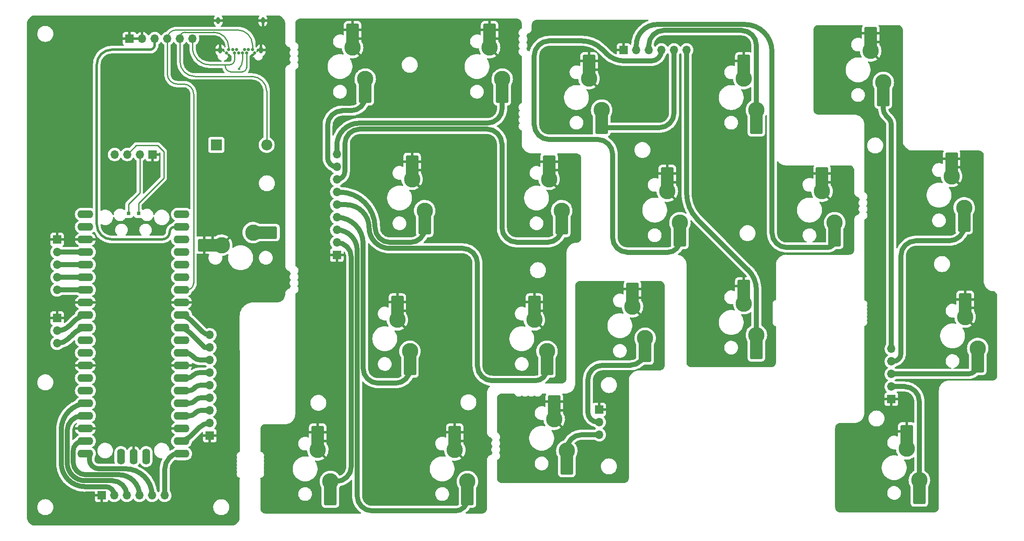
<source format=gbr>
%TF.GenerationSoftware,KiCad,Pcbnew,(6.0.7)*%
%TF.CreationDate,2023-01-06T20:11:21-06:00*%
%TF.ProjectId,OpenRectangle,4f70656e-5265-4637-9461-6e676c652e6b,rev?*%
%TF.SameCoordinates,Original*%
%TF.FileFunction,Copper,L2,Bot*%
%TF.FilePolarity,Positive*%
%FSLAX46Y46*%
G04 Gerber Fmt 4.6, Leading zero omitted, Abs format (unit mm)*
G04 Created by KiCad (PCBNEW (6.0.7)) date 2023-01-06 20:11:21*
%MOMM*%
%LPD*%
G01*
G04 APERTURE LIST*
G04 Aperture macros list*
%AMRoundRect*
0 Rectangle with rounded corners*
0 $1 Rounding radius*
0 $2 $3 $4 $5 $6 $7 $8 $9 X,Y pos of 4 corners*
0 Add a 4 corners polygon primitive as box body*
4,1,4,$2,$3,$4,$5,$6,$7,$8,$9,$2,$3,0*
0 Add four circle primitives for the rounded corners*
1,1,$1+$1,$2,$3*
1,1,$1+$1,$4,$5*
1,1,$1+$1,$6,$7*
1,1,$1+$1,$8,$9*
0 Add four rect primitives between the rounded corners*
20,1,$1+$1,$2,$3,$4,$5,0*
20,1,$1+$1,$4,$5,$6,$7,0*
20,1,$1+$1,$6,$7,$8,$9,0*
20,1,$1+$1,$8,$9,$2,$3,0*%
G04 Aperture macros list end*
%TA.AperFunction,ComponentPad*%
%ADD10R,1.700000X1.700000*%
%TD*%
%TA.AperFunction,ComponentPad*%
%ADD11O,1.700000X1.700000*%
%TD*%
%TA.AperFunction,ComponentPad*%
%ADD12O,3.200000X1.600000*%
%TD*%
%TA.AperFunction,ComponentPad*%
%ADD13O,1.600000X3.200000*%
%TD*%
%TA.AperFunction,ComponentPad*%
%ADD14R,0.800000X0.800000*%
%TD*%
%TA.AperFunction,ComponentPad*%
%ADD15R,2.200000X2.200000*%
%TD*%
%TA.AperFunction,ComponentPad*%
%ADD16O,2.200000X2.200000*%
%TD*%
%TA.AperFunction,ComponentPad*%
%ADD17C,0.650000*%
%TD*%
%TA.AperFunction,ComponentPad*%
%ADD18O,0.800000X1.400000*%
%TD*%
%TA.AperFunction,ComponentPad*%
%ADD19C,3.300000*%
%TD*%
%TA.AperFunction,SMDPad,CuDef*%
%ADD20R,2.500000X1.650000*%
%TD*%
%TA.AperFunction,SMDPad,CuDef*%
%ADD21RoundRect,0.250000X1.000000X-1.025000X1.000000X1.025000X-1.000000X1.025000X-1.000000X-1.025000X0*%
%TD*%
%TA.AperFunction,SMDPad,CuDef*%
%ADD22RoundRect,0.250000X1.025000X1.000000X-1.025000X1.000000X-1.025000X-1.000000X1.025000X-1.000000X0*%
%TD*%
%TA.AperFunction,SMDPad,CuDef*%
%ADD23R,1.650000X2.500000*%
%TD*%
%TA.AperFunction,ViaPad*%
%ADD24C,0.800000*%
%TD*%
%TA.AperFunction,ViaPad*%
%ADD25C,0.500000*%
%TD*%
%TA.AperFunction,Conductor*%
%ADD26C,1.000000*%
%TD*%
%TA.AperFunction,Conductor*%
%ADD27C,0.250000*%
%TD*%
%TA.AperFunction,Conductor*%
%ADD28C,0.500000*%
%TD*%
G04 APERTURE END LIST*
D10*
%TO.P,J9,1,Pin_1*%
%TO.N,GND*%
X161610000Y-70670000D03*
D11*
%TO.P,J9,2,Pin_2*%
%TO.N,P RIGHT*%
X161610000Y-73210000D03*
%TO.P,J9,3,Pin_3*%
%TO.N,P DOWN*%
X161610000Y-75750000D03*
%TO.P,J9,4,Pin_4*%
%TO.N,P LEFT*%
X161610000Y-78290000D03*
%TO.P,J9,5,Pin_5*%
%TO.N,P L*%
X161610000Y-80830000D03*
%TD*%
D12*
%TO.P,J8,3V3,3V3*%
%TO.N,unconnected-(J8-Pad3V3)*%
X186696250Y-75723750D03*
%TO.P,J8,3V3_EN,3V3_EN*%
%TO.N,unconnected-(J8-Pad3V3_EN)*%
X186696250Y-73183750D03*
%TO.P,J8,ADC_VREF,ADC_VREF*%
%TO.N,unconnected-(J8-PadADC_VREF)*%
X186696250Y-78263750D03*
%TO.P,J8,AGND,AGND*%
%TO.N,GND*%
X186696250Y-83343750D03*
%TO.P,J8,GND@1,GND*%
X167316250Y-70643750D03*
%TO.P,J8,GND@2,GND*%
X167316250Y-83343750D03*
%TO.P,J8,GND@3,GND*%
X167316250Y-96043750D03*
%TO.P,J8,GND@4,GND*%
X167316250Y-108743750D03*
D13*
%TO.P,J8,GND@5,GND*%
X177006250Y-114393750D03*
D12*
%TO.P,J8,GND@6,GND*%
X186696250Y-108743750D03*
%TO.P,J8,GND@7,GND*%
X186696250Y-96043750D03*
%TO.P,J8,GND@8,GND*%
X186696250Y-70643750D03*
%TO.P,J8,GP0,GP0*%
%TO.N,P START*%
X167316250Y-65563750D03*
%TO.P,J8,GP1,GP1*%
%TO.N,unconnected-(J8-PadGP1)*%
X167316250Y-68103750D03*
%TO.P,J8,GP2,GP2*%
%TO.N,P RIGHT*%
X167316250Y-73183750D03*
%TO.P,J8,GP3,GP3*%
%TO.N,P DOWN*%
X167316250Y-75723750D03*
%TO.P,J8,GP4,GP4*%
%TO.N,P LEFT*%
X167316250Y-78263750D03*
%TO.P,J8,GP5,GP5*%
%TO.N,P L*%
X167316250Y-80803750D03*
%TO.P,J8,GP6,GP6*%
%TO.N,P M1*%
X167316250Y-85883750D03*
%TO.P,J8,GP7,GP7*%
%TO.N,P M2*%
X167316250Y-88423750D03*
%TO.P,J8,GP8,GP8*%
%TO.N,unconnected-(J8-PadGP8)*%
X167316250Y-90963750D03*
%TO.P,J8,GP9,GP9*%
%TO.N,unconnected-(J8-PadGP9)*%
X167316250Y-93503750D03*
%TO.P,J8,GP10,GP10*%
%TO.N,unconnected-(J8-PadGP10)*%
X167316250Y-98583750D03*
%TO.P,J8,GP11,GP11*%
%TO.N,unconnected-(J8-PadGP11)*%
X167316250Y-101123750D03*
%TO.P,J8,GP12,GP12*%
%TO.N,P C_UP*%
X167316250Y-103663750D03*
%TO.P,J8,GP13,GP13*%
%TO.N,P C_LT*%
X167316250Y-106203750D03*
%TO.P,J8,GP14,GP14*%
%TO.N,P A*%
X167316250Y-111283750D03*
%TO.P,J8,GP15,GP15*%
%TO.N,P C_DN*%
X167316250Y-113823750D03*
%TO.P,J8,GP16,GP16*%
%TO.N,P C_RT*%
X186696250Y-113823750D03*
%TO.P,J8,GP17,GP17*%
%TO.N,P UP*%
X186696250Y-111283750D03*
%TO.P,J8,GP18,GP18*%
%TO.N,P MS*%
X186696250Y-106203750D03*
%TO.P,J8,GP19,GP19*%
%TO.N,P Z*%
X186696250Y-103663750D03*
%TO.P,J8,GP20,GP20*%
%TO.N,P LS*%
X186696250Y-101123750D03*
%TO.P,J8,GP21,GP21*%
%TO.N,P X*%
X186696250Y-98583750D03*
%TO.P,J8,GP22,GP22*%
%TO.N,P Y*%
X186696250Y-93503750D03*
%TO.P,J8,GP26_A0,GP26_A0*%
%TO.N,P B*%
X186696250Y-88423750D03*
%TO.P,J8,GP27_A1,GP27_A1*%
%TO.N,P R*%
X186696250Y-85883750D03*
%TO.P,J8,GP28_A2,GP28_A2*%
%TO.N,DATA*%
X186696250Y-80803750D03*
%TO.P,J8,RUN,RUN*%
%TO.N,unconnected-(J8-PadRUN)*%
X186696250Y-90963750D03*
D13*
%TO.P,J8,SWCLK,SWCLK*%
%TO.N,unconnected-(J8-PadSWCLK)*%
X174466250Y-114393750D03*
%TO.P,J8,SWDIO,SWDIO*%
%TO.N,unconnected-(J8-PadSWDIO)*%
X179546250Y-114393750D03*
D14*
%TO.P,J8,TP2,D+*%
%TO.N,D-*%
X178006250Y-65393750D03*
%TO.P,J8,TP3,D-*%
%TO.N,D+*%
X176006250Y-65393750D03*
D12*
%TO.P,J8,VBUS,VBUS*%
%TO.N,+5V*%
X186696250Y-65563750D03*
%TO.P,J8,VSYS,VSYS*%
%TO.N,VCC*%
X186696250Y-68103750D03*
%TD*%
D10*
%TO.P,J1,1,Pin_1*%
%TO.N,GND*%
X329710000Y-102845786D03*
D11*
%TO.P,J1,2,Pin_2*%
%TO.N,RIGHT*%
X329710000Y-100305786D03*
%TO.P,J1,3,Pin_3*%
%TO.N,DOWN*%
X329710000Y-97765786D03*
%TO.P,J1,4,Pin_4*%
%TO.N,LEFT*%
X329710000Y-95225786D03*
%TO.P,J1,5,Pin_5*%
%TO.N,L*%
X329710000Y-92685786D03*
%TD*%
D10*
%TO.P,J3,1,Pin_1*%
%TO.N,GND*%
X270846866Y-104922348D03*
D11*
%TO.P,J3,2,Pin_2*%
%TO.N,M1*%
X270846866Y-107462348D03*
%TO.P,J3,3,Pin_3*%
%TO.N,M2*%
X270846866Y-110002348D03*
%TD*%
D15*
%TO.P,D1,1,K*%
%TO.N,VCC*%
X193675000Y-51593750D03*
D16*
%TO.P,D1,2,A*%
%TO.N,+3V3*%
X203835000Y-51593750D03*
%TD*%
D10*
%TO.P,J6,1,Pin_1*%
%TO.N,GND*%
X180806250Y-53510000D03*
D11*
%TO.P,J6,2,Pin_2*%
%TO.N,D+*%
X178266250Y-53510000D03*
%TO.P,J6,3,Pin_3*%
%TO.N,D-*%
X175726250Y-53510000D03*
%TO.P,J6,4,Pin_4*%
%TO.N,+5V*%
X173186250Y-53510000D03*
%TD*%
D10*
%TO.P,J12,1,Pin_1*%
%TO.N,GND*%
X192390000Y-110190000D03*
D11*
%TO.P,J12,2,Pin_2*%
%TO.N,P UP*%
X192390000Y-107650000D03*
%TO.P,J12,3,Pin_3*%
%TO.N,P MS*%
X192390000Y-105110000D03*
%TO.P,J12,4,Pin_4*%
%TO.N,P Z*%
X192390000Y-102570000D03*
%TO.P,J12,5,Pin_5*%
%TO.N,P LS*%
X192390000Y-100030000D03*
%TO.P,J12,6,Pin_6*%
%TO.N,P X*%
X192390000Y-97490000D03*
%TO.P,J12,7,Pin_7*%
%TO.N,P Y*%
X192390000Y-94950000D03*
%TO.P,J12,8,Pin_8*%
%TO.N,P B*%
X192390000Y-92410000D03*
%TO.P,J12,9,Pin_9*%
%TO.N,P R*%
X192390000Y-89870000D03*
%TD*%
D10*
%TO.P,J11,1,Pin_1*%
%TO.N,GND*%
X170600000Y-122230000D03*
D11*
%TO.P,J11,2,Pin_2*%
%TO.N,P C_UP*%
X173140000Y-122230000D03*
%TO.P,J11,3,Pin_3*%
%TO.N,P C_LT*%
X175680000Y-122230000D03*
%TO.P,J11,4,Pin_4*%
%TO.N,P A*%
X178220000Y-122230000D03*
%TO.P,J11,5,Pin_5*%
%TO.N,P C_DN*%
X180760000Y-122230000D03*
%TO.P,J11,6,Pin_6*%
%TO.N,P C_RT*%
X183300000Y-122230000D03*
%TD*%
D10*
%TO.P,J5,1,Pin_1*%
%TO.N,GND*%
X176212500Y-30162500D03*
D11*
%TO.P,J5,2,Pin_2*%
X178752500Y-30162500D03*
%TO.P,J5,3,Pin_3*%
%TO.N,VCC*%
X181292500Y-30162500D03*
%TO.P,J5,4,Pin_4*%
%TO.N,DATA*%
X183832500Y-30162500D03*
%TO.P,J5,5,Pin_5*%
%TO.N,+3V3*%
X186372500Y-30162500D03*
%TO.P,J5,6,Pin_6*%
%TO.N,+5V*%
X188912500Y-30162500D03*
%TD*%
D10*
%TO.P,J10,1,Pin_1*%
%TO.N,GND*%
X161610000Y-86500000D03*
D11*
%TO.P,J10,2,Pin_2*%
%TO.N,P M1*%
X161610000Y-89040000D03*
%TO.P,J10,3,Pin_3*%
%TO.N,P M2*%
X161610000Y-91580000D03*
%TD*%
D10*
%TO.P,J4,1,Pin_1*%
%TO.N,GND*%
X275767268Y-32445461D03*
D11*
%TO.P,J4,2,Pin_2*%
%TO.N,C_UP*%
X278307268Y-32445461D03*
%TO.P,J4,3,Pin_3*%
%TO.N,C_LT*%
X280847268Y-32445461D03*
%TO.P,J4,4,Pin_4*%
%TO.N,A*%
X283387268Y-32445461D03*
%TO.P,J4,5,Pin_5*%
%TO.N,C_DN*%
X285927268Y-32445461D03*
%TO.P,J4,6,Pin_6*%
%TO.N,C_RT*%
X288467268Y-32445461D03*
%TD*%
D17*
%TO.P,J7,B1,GND*%
%TO.N,GND*%
X195778500Y-33078750D03*
%TO.P,J7,B2,TX2+*%
%TO.N,+3V3*%
X196178500Y-32378750D03*
%TO.P,J7,B3,TX2-*%
%TO.N,unconnected-(J7-PadB3)*%
X196978500Y-32378750D03*
%TO.P,J7,B4,VBUS*%
%TO.N,+5V*%
X197378500Y-33078750D03*
%TO.P,J7,B5,CC2*%
%TO.N,unconnected-(J7-PadB5)*%
X197778500Y-32378750D03*
%TO.P,J7,B6,D+*%
%TO.N,D+*%
X198178500Y-33078750D03*
%TO.P,J7,B7,D-*%
%TO.N,D-*%
X198978500Y-33078750D03*
%TO.P,J7,B8,SBU2*%
%TO.N,unconnected-(J7-PadB8)*%
X199378500Y-32378750D03*
%TO.P,J7,B9,VBUS*%
%TO.N,+5V*%
X199778500Y-33078750D03*
%TO.P,J7,B10,RX1-*%
%TO.N,unconnected-(J7-PadB10)*%
X200178500Y-32378750D03*
%TO.P,J7,B11,RX1+*%
%TO.N,DATA*%
X200978500Y-32378750D03*
%TO.P,J7,B12,GND*%
%TO.N,GND*%
X201378500Y-33078750D03*
D18*
%TO.P,J7,S1,SHIELD*%
X194088500Y-26528750D03*
X203068500Y-26528750D03*
X202708500Y-32478750D03*
X194448500Y-32478750D03*
%TD*%
D10*
%TO.P,J2,1,Pin_1*%
%TO.N,GND*%
X217968834Y-73801260D03*
D11*
%TO.P,J2,2,Pin_2*%
%TO.N,UP*%
X217968834Y-71261260D03*
%TO.P,J2,3,Pin_3*%
%TO.N,MS*%
X217968834Y-68721260D03*
%TO.P,J2,4,Pin_4*%
%TO.N,Z*%
X217968834Y-66181260D03*
%TO.P,J2,5,Pin_5*%
%TO.N,LS*%
X217968834Y-63641260D03*
%TO.P,J2,6,Pin_6*%
%TO.N,X*%
X217968834Y-61101260D03*
%TO.P,J2,7,Pin_7*%
%TO.N,Y*%
X217968834Y-58561260D03*
%TO.P,J2,8,Pin_8*%
%TO.N,B*%
X217968834Y-56021260D03*
%TO.P,J2,9,Pin_9*%
%TO.N,R*%
X217968834Y-53481260D03*
%TD*%
D19*
%TO.P,SW2,1,1*%
%TO.N,GND*%
X260750968Y-58489760D03*
D20*
X260750968Y-56664760D03*
D21*
X260750968Y-54939760D03*
%TO.P,SW2,2,2*%
%TO.N,Y*%
X263290968Y-68389760D03*
D20*
X263290968Y-66639760D03*
D19*
X263290968Y-64839760D03*
%TD*%
%TO.P,SW18,1,1*%
%TO.N,GND*%
X268794402Y-38218961D03*
D21*
X268794402Y-34668961D03*
D20*
X268794402Y-36393961D03*
%TO.P,SW18,2,2*%
%TO.N,C_DN*%
X271334402Y-46368961D03*
D19*
X271334402Y-44568961D03*
D21*
X271334402Y-48118961D03*
%TD*%
%TO.P,SW10,1,1*%
%TO.N,GND*%
X221145968Y-28421760D03*
D20*
X221145968Y-30146760D03*
D19*
X221145968Y-31971760D03*
D21*
%TO.P,SW10,2,2*%
%TO.N,B*%
X223685968Y-41871760D03*
D19*
X223685968Y-38321760D03*
D20*
X223685968Y-40121760D03*
%TD*%
D19*
%TO.P,SW13,1,1*%
%TO.N,GND*%
X214129968Y-113067760D03*
D21*
X214129968Y-109517760D03*
D20*
X214129968Y-111242760D03*
D19*
%TO.P,SW13,2,2*%
%TO.N,UP*%
X216669968Y-119417760D03*
D20*
X216669968Y-121217760D03*
D21*
X216669968Y-122967760D03*
%TD*%
D19*
%TO.P,SW14,1,1*%
%TO.N,GND*%
X277549000Y-84212848D03*
D21*
X277549000Y-80662848D03*
D20*
X277549000Y-82387848D03*
D19*
%TO.P,SW14,2,2*%
%TO.N,M1*%
X280089000Y-90562848D03*
D20*
X280089000Y-92362848D03*
D21*
X280089000Y-94112848D03*
%TD*%
D20*
%TO.P,SW16,1,1*%
%TO.N,GND*%
X299979402Y-36393961D03*
D21*
X299979402Y-34668961D03*
D19*
X299979402Y-38218961D03*
D20*
%TO.P,SW16,2,2*%
%TO.N,C_LT*%
X302519402Y-46368961D03*
D19*
X302519402Y-44568961D03*
D21*
X302519402Y-48118961D03*
%TD*%
%TO.P,SW11,1,1*%
%TO.N,GND*%
X233140968Y-54939760D03*
D19*
X233140968Y-58489760D03*
D20*
X233140968Y-56664760D03*
D21*
%TO.P,SW11,2,2*%
%TO.N,X*%
X235680968Y-68389760D03*
D19*
X235680968Y-64839760D03*
D20*
X235680968Y-66639760D03*
%TD*%
D21*
%TO.P,SW17,1,1*%
%TO.N,GND*%
X315749402Y-57355961D03*
D20*
X315749402Y-59080961D03*
D19*
X315749402Y-60905961D03*
D20*
%TO.P,SW17,2,2*%
%TO.N,C_UP*%
X318289402Y-69055961D03*
D21*
X318289402Y-70805961D03*
D19*
X318289402Y-67255961D03*
%TD*%
D20*
%TO.P,SW3,1,1*%
%TO.N,GND*%
X257775968Y-85019760D03*
D19*
X257775968Y-86844760D03*
D21*
X257775968Y-83294760D03*
D20*
%TO.P,SW3,2,2*%
%TO.N,LS*%
X260315968Y-94994760D03*
D19*
X260315968Y-93194760D03*
D21*
X260315968Y-96744760D03*
%TD*%
D20*
%TO.P,SW19,1,1*%
%TO.N,GND*%
X284564402Y-59080961D03*
D19*
X284564402Y-60905961D03*
D21*
X284564402Y-57355961D03*
%TO.P,SW19,2,2*%
%TO.N,A*%
X287104402Y-70805961D03*
D20*
X287104402Y-69055961D03*
D19*
X287104402Y-67255961D03*
%TD*%
D21*
%TO.P,SW6,1,1*%
%TO.N,GND*%
X325547134Y-29084286D03*
D19*
X325547134Y-32634286D03*
D20*
X325547134Y-30809286D03*
D19*
%TO.P,SW6,2,2*%
%TO.N,L*%
X328087134Y-38984286D03*
D21*
X328087134Y-42534286D03*
D20*
X328087134Y-40784286D03*
%TD*%
D19*
%TO.P,SW7,1,1*%
%TO.N,GND*%
X341850134Y-57914286D03*
D20*
X341850134Y-56089286D03*
D21*
X341850134Y-54364286D03*
D20*
%TO.P,SW7,2,2*%
%TO.N,LEFT*%
X344390134Y-66064286D03*
D21*
X344390134Y-67814286D03*
D19*
X344390134Y-64264286D03*
%TD*%
D21*
%TO.P,SW15,1,1*%
%TO.N,GND*%
X261780000Y-103350848D03*
D20*
X261780000Y-105075848D03*
D19*
X261780000Y-106900848D03*
D21*
%TO.P,SW15,2,2*%
%TO.N,M2*%
X264320000Y-116800848D03*
D19*
X264320000Y-113250848D03*
D20*
X264320000Y-115050848D03*
%TD*%
D21*
%TO.P,SW8,1,1*%
%TO.N,GND*%
X344576134Y-82720286D03*
D20*
X344576134Y-84445286D03*
D19*
X344576134Y-86270286D03*
%TO.P,SW8,2,2*%
%TO.N,DOWN*%
X347116134Y-92620286D03*
D21*
X347116134Y-96170286D03*
D20*
X347116134Y-94420286D03*
%TD*%
D21*
%TO.P,SW1,1,1*%
%TO.N,GND*%
X248754968Y-28421760D03*
D20*
X248754968Y-30146760D03*
D19*
X248754968Y-31971760D03*
%TO.P,SW1,2,2*%
%TO.N,R*%
X251294968Y-38321760D03*
D20*
X251294968Y-40121760D03*
D21*
X251294968Y-41871760D03*
%TD*%
D20*
%TO.P,SW4,1,1*%
%TO.N,GND*%
X241739968Y-111242760D03*
D21*
X241739968Y-109517760D03*
D19*
X241739968Y-113067760D03*
%TO.P,SW4,2,2*%
%TO.N,MS*%
X244279968Y-119417760D03*
D21*
X244279968Y-122967760D03*
D20*
X244279968Y-121217760D03*
%TD*%
D19*
%TO.P,SW20,1,1*%
%TO.N,GND*%
X299979402Y-83562961D03*
D21*
X299979402Y-80012961D03*
D20*
X299979402Y-81737961D03*
D19*
%TO.P,SW20,2,2*%
%TO.N,C_RT*%
X302519402Y-89912961D03*
D20*
X302519402Y-91712961D03*
D21*
X302519402Y-93462961D03*
%TD*%
D20*
%TO.P,SW12,1,1*%
%TO.N,GND*%
X230165968Y-85019760D03*
D19*
X230165968Y-86844760D03*
D21*
X230165968Y-83294760D03*
D20*
%TO.P,SW12,2,2*%
%TO.N,Z*%
X232705968Y-94994760D03*
D19*
X232705968Y-93194760D03*
D21*
X232705968Y-96744760D03*
%TD*%
D20*
%TO.P,SW9,1,1*%
%TO.N,GND*%
X332813134Y-111017286D03*
D21*
X332813134Y-109292286D03*
D19*
X332813134Y-112842286D03*
D21*
%TO.P,SW9,2,2*%
%TO.N,RIGHT*%
X335353134Y-122742286D03*
D19*
X335353134Y-119192286D03*
D20*
X335353134Y-120992286D03*
%TD*%
D22*
%TO.P,SW5,1,1*%
%TO.N,GND*%
X191218500Y-71786866D03*
D23*
X192943500Y-71786866D03*
D19*
X194768500Y-71786866D03*
D22*
%TO.P,SW5,2,2*%
%TO.N,START*%
X204668500Y-69246866D03*
D23*
X202918500Y-69246866D03*
D19*
X201118500Y-69246866D03*
%TD*%
D24*
%TO.N,GND*%
X190600000Y-42110000D03*
X187640000Y-32660000D03*
X172120000Y-34420000D03*
D25*
%TO.N,D-*%
X198254000Y-36240000D03*
%TD*%
D26*
%TO.N,RIGHT*%
X332353134Y-100305786D02*
X329710000Y-100305786D01*
X335353134Y-120992286D02*
X335353134Y-103305786D01*
X335353114Y-103305786D02*
G75*
G03*
X332353134Y-100305786I-3000014J-14D01*
G01*
%TO.N,DOWN*%
X345116134Y-97765786D02*
X329710000Y-97765786D01*
X347116134Y-94420286D02*
X347116134Y-95765786D01*
X345116134Y-97765834D02*
G75*
G03*
X347116134Y-95765786I-34J2000034D01*
G01*
%TO.N,LEFT*%
X330081463Y-95225786D02*
X329710000Y-95225786D01*
X344390134Y-66064286D02*
X344390134Y-67915786D01*
X331640000Y-73915786D02*
X331640000Y-93667249D01*
X341390134Y-70915786D02*
X334640000Y-70915786D01*
X341390134Y-70915834D02*
G75*
G03*
X344390134Y-67915786I-34J3000034D01*
G01*
X330081463Y-95225700D02*
G75*
G03*
X331640000Y-93667249I37J1558500D01*
G01*
X331639986Y-73915786D02*
G75*
G02*
X334640000Y-70915786I3000014J-14D01*
G01*
%TO.N,L*%
X329710000Y-47574213D02*
X329710000Y-92685786D01*
X328672921Y-45708707D02*
X329124214Y-46160000D01*
X328087134Y-42534286D02*
X328087134Y-44294493D01*
X329709990Y-47574213D02*
G75*
G03*
X329124213Y-46160001I-1999990J13D01*
G01*
X328672924Y-45708704D02*
G75*
G02*
X328087134Y-44294493I1414176J1414204D01*
G01*
%TO.N,M1*%
X277089000Y-95997348D02*
X271546866Y-95997348D01*
X270546866Y-107462348D02*
X270846866Y-107462348D01*
X280089000Y-92362848D02*
X280089000Y-92997348D01*
X268546866Y-98997348D02*
X268546866Y-105462348D01*
X277089000Y-95997300D02*
G75*
G03*
X280089000Y-92997348I0J3000000D01*
G01*
X268546852Y-105462348D02*
G75*
G03*
X270546866Y-107462348I2000048J48D01*
G01*
X268546948Y-98997348D02*
G75*
G02*
X271546866Y-95997348I2999952J48D01*
G01*
%TO.N,M2*%
X264320000Y-113002348D02*
X264320000Y-113250848D01*
X270846866Y-110002348D02*
X267320000Y-110002348D01*
X264320048Y-113002348D02*
G75*
G02*
X267320000Y-110002348I2999952J48D01*
G01*
%TO.N,C_UP*%
X305652268Y-69270461D02*
X305652268Y-32750295D01*
X316824901Y-72270461D02*
X308652268Y-72270461D01*
X300212434Y-27310461D02*
X282493864Y-27310461D01*
X278307268Y-31497057D02*
X278307268Y-32445461D01*
X300212434Y-27310432D02*
G75*
G02*
X305652268Y-32750295I-34J-5439868D01*
G01*
X316824901Y-72270502D02*
G75*
G03*
X318289402Y-70805961I-1J1464502D01*
G01*
X308652268Y-72270532D02*
G75*
G02*
X305652268Y-69270461I32J3000032D01*
G01*
X278307261Y-31497057D02*
G75*
G02*
X282493864Y-27310461I4186639J-43D01*
G01*
%TO.N,C_LT*%
X302519402Y-44568961D02*
X302519402Y-31510461D01*
X299519402Y-28510461D02*
X283847268Y-28510461D01*
X280847268Y-31510461D02*
X280847268Y-32445461D01*
X299519402Y-28510498D02*
G75*
G02*
X302519402Y-31510461I-2J-3000002D01*
G01*
X280847261Y-31510461D02*
G75*
G02*
X283847268Y-28510461I3000039J-39D01*
G01*
%TO.N,A*%
X270542268Y-50490461D02*
X260752268Y-50490461D01*
X283387268Y-32632168D02*
X283387268Y-32445461D01*
X257752268Y-47490461D02*
X257752268Y-33620461D01*
X284679901Y-73230461D02*
X276542268Y-73230461D01*
X273542268Y-70230461D02*
X273542268Y-53490461D01*
X260752268Y-30620461D02*
X267357450Y-30620461D01*
X271394447Y-32292640D02*
X272242359Y-33140552D01*
X275911745Y-34660461D02*
X281358975Y-34660461D01*
X272242344Y-33140567D02*
G75*
G03*
X275911745Y-34660461I3669356J3669367D01*
G01*
X270542268Y-50490532D02*
G75*
G02*
X273542268Y-53490461I32J-2999968D01*
G01*
X284679901Y-73230502D02*
G75*
G03*
X287104402Y-70805961I-1J2424502D01*
G01*
X257752339Y-47490461D02*
G75*
G03*
X260752268Y-50490461I2999961J-39D01*
G01*
X283387261Y-32632168D02*
G75*
G02*
X281358975Y-34660461I-2028261J-32D01*
G01*
X267357450Y-30620486D02*
G75*
G02*
X271394447Y-32292640I50J-5709114D01*
G01*
X273542339Y-70230461D02*
G75*
G03*
X276542268Y-73230461I2999961J-39D01*
G01*
X260752268Y-30620468D02*
G75*
G03*
X257752268Y-33620461I32J-3000032D01*
G01*
%TO.N,C_DN*%
X271334402Y-48118961D02*
X282927268Y-48118961D01*
X285927268Y-45118961D02*
X285927268Y-32445461D01*
X282927268Y-48118968D02*
G75*
G03*
X285927268Y-45118961I32J2999968D01*
G01*
%TO.N,C_RT*%
X290600043Y-66538236D02*
X300844846Y-76783039D01*
X288467268Y-32445461D02*
X288467268Y-61389261D01*
X302519402Y-80825775D02*
X302519402Y-89912961D01*
X300844836Y-76783049D02*
G75*
G02*
X302519402Y-80825775I-4042736J-4042751D01*
G01*
X290600027Y-66538252D02*
G75*
G02*
X288467268Y-61389261I5148973J5148952D01*
G01*
%TO.N,UP*%
X217878834Y-119417760D02*
X216669968Y-119417760D01*
X220878834Y-74171248D02*
X220878834Y-116417760D01*
X220878760Y-116417760D02*
G75*
G02*
X217878834Y-119417760I-2999960J-40D01*
G01*
X220878740Y-74171248D02*
G75*
G03*
X217968834Y-71261260I-2909940J48D01*
G01*
%TO.N,MS*%
X225078834Y-125351260D02*
X241896466Y-125351260D01*
X222078834Y-72831259D02*
X222078834Y-122351260D01*
X241896466Y-125351268D02*
G75*
G03*
X244279968Y-122967760I34J2383468D01*
G01*
X225078834Y-125351266D02*
G75*
G02*
X222078834Y-122351260I-34J2999966D01*
G01*
X217968834Y-68721266D02*
G75*
G02*
X222078834Y-72831259I-34J-4110034D01*
G01*
%TO.N,Z*%
X226278834Y-99611260D02*
X229839473Y-99611260D01*
X223278834Y-71491267D02*
X223278834Y-96611260D01*
X223278840Y-71491267D02*
G75*
G03*
X217968834Y-66181260I-5310040J-33D01*
G01*
X226278834Y-99611266D02*
G75*
G02*
X223278834Y-96611260I-34J2999966D01*
G01*
X232705960Y-96744760D02*
G75*
G02*
X229839473Y-99611260I-2866460J-40D01*
G01*
%TO.N,LS*%
X249308834Y-99121260D02*
X257939476Y-99121260D01*
X246308834Y-75441260D02*
X246308834Y-96121260D01*
X228635809Y-72441260D02*
X243308834Y-72441260D01*
X217968834Y-63641260D02*
X219835812Y-63641260D01*
X228635809Y-72441266D02*
G75*
G02*
X224478834Y-68284285I-9J4156966D01*
G01*
X260315960Y-96744760D02*
G75*
G02*
X257939476Y-99121260I-2376460J-40D01*
G01*
X249308834Y-99121266D02*
G75*
G02*
X246308834Y-96121260I-34J2999966D01*
G01*
X224478840Y-68284285D02*
G75*
G03*
X219835812Y-63641260I-4643040J-15D01*
G01*
X243308834Y-72441266D02*
G75*
G02*
X246308834Y-75441260I-34J-3000034D01*
G01*
%TO.N,X*%
X228678834Y-71241260D02*
X232829471Y-71241260D01*
X217968834Y-61101260D02*
X218538834Y-61101260D01*
X218538834Y-61101266D02*
G75*
G02*
X225678834Y-68241260I-34J-7140034D01*
G01*
X235680960Y-68389760D02*
G75*
G02*
X232829471Y-71241260I-2851460J-40D01*
G01*
X228678834Y-71241266D02*
G75*
G02*
X225678834Y-68241260I-34J2999966D01*
G01*
%TO.N,Y*%
X260469470Y-71211260D02*
X254238834Y-71211260D01*
X248238834Y-48401260D02*
X222588834Y-48401260D01*
X251238834Y-68211260D02*
X251238834Y-51401260D01*
X219588834Y-51401260D02*
X219588834Y-56941253D01*
X219588760Y-51401260D02*
G75*
G02*
X222588834Y-48401260I3000040J-40D01*
G01*
X251238840Y-68211260D02*
G75*
G03*
X254238834Y-71211260I2999960J-40D01*
G01*
X217968834Y-58561334D02*
G75*
G03*
X219588834Y-56941253I-34J1620034D01*
G01*
X260469470Y-71211268D02*
G75*
G03*
X263290968Y-68389760I30J2821468D01*
G01*
X248238834Y-48401266D02*
G75*
G02*
X251238834Y-51401260I-34J-3000034D01*
G01*
%TO.N,B*%
X216108834Y-47681260D02*
X216108834Y-54161262D01*
X220876466Y-44681260D02*
X219108834Y-44681260D01*
X216108760Y-47681260D02*
G75*
G02*
X219108834Y-44681260I3000040J-40D01*
G01*
X220876466Y-44681268D02*
G75*
G03*
X223685968Y-41871760I34J2809468D01*
G01*
X217968834Y-56021266D02*
G75*
G02*
X216108834Y-54161262I-34J1859966D01*
G01*
%TO.N,R*%
X248294968Y-47201260D02*
X222497907Y-47201260D01*
X217968834Y-51730333D02*
X217968834Y-53481260D01*
X251294968Y-41871760D02*
X251294968Y-44201260D01*
X217968860Y-51730333D02*
G75*
G02*
X222497907Y-47201260I4529040J33D01*
G01*
X248294968Y-47201268D02*
G75*
G03*
X251294968Y-44201260I32J2999968D01*
G01*
D27*
%TO.N,DATA*%
X200978500Y-31420000D02*
X200978500Y-32378750D01*
X183832500Y-30162500D02*
X183832500Y-37320000D01*
X187756366Y-80803750D02*
X187306250Y-80803750D01*
X185832500Y-39320000D02*
X187110000Y-39320000D01*
X185575007Y-28420000D02*
X197978500Y-28420000D01*
X189110000Y-41320000D02*
X189110000Y-79450116D01*
X187756366Y-80803800D02*
G75*
G03*
X189110000Y-79450116I34J1353600D01*
G01*
X200978500Y-31420000D02*
G75*
G03*
X197978500Y-28420000I-3000000J0D01*
G01*
X189110000Y-41320000D02*
G75*
G03*
X187110000Y-39320000I-2000000J0D01*
G01*
X185575007Y-28420000D02*
G75*
G03*
X183832500Y-30162500I-7J-1742500D01*
G01*
X183832500Y-37320000D02*
G75*
G03*
X185832500Y-39320000I2000000J0D01*
G01*
%TO.N,D-*%
X198978500Y-34490872D02*
X198978500Y-33078750D01*
X177556250Y-51680000D02*
X175726250Y-53510000D01*
X178006250Y-65393750D02*
X178006250Y-63363750D01*
X178006250Y-63363750D02*
X183100000Y-58270000D01*
X183100000Y-58270000D02*
X183100000Y-52950000D01*
X183100000Y-52950000D02*
X181830000Y-51680000D01*
X181830000Y-51680000D02*
X177556250Y-51680000D01*
X198254020Y-36240020D02*
G75*
G03*
X198978500Y-34490872I-1749220J1749120D01*
G01*
%TO.N,D+*%
X176006250Y-65393750D02*
X176006250Y-63523750D01*
X178266250Y-61263750D02*
X178266250Y-53510000D01*
X176006250Y-63523750D02*
X178266250Y-61263750D01*
%TO.N,+5V*%
X198960779Y-36815000D02*
X196778500Y-36815000D01*
X194910000Y-35430000D02*
X195155000Y-35430000D01*
X188912500Y-30162500D02*
X188912500Y-32045877D01*
X194910000Y-35430000D02*
X196378500Y-35430000D01*
X197378500Y-34430000D02*
X197378500Y-33078750D01*
X192296623Y-35430000D02*
X194910000Y-35430000D01*
X196778500Y-36815000D02*
X196540000Y-36815000D01*
X199778500Y-33078750D02*
X199778500Y-35997279D01*
X192296623Y-35430000D02*
G75*
G02*
X188912500Y-32045877I-23J3384100D01*
G01*
X195540000Y-35815000D02*
G75*
G03*
X196540000Y-36815000I1000000J0D01*
G01*
X196378500Y-35430000D02*
G75*
G03*
X197378500Y-34430000I0J1000000D01*
G01*
X195155000Y-35430000D02*
G75*
G02*
X195540000Y-35815000I0J-385000D01*
G01*
X198960779Y-36815000D02*
G75*
G03*
X199778500Y-35997279I21J817700D01*
G01*
D28*
%TO.N,VCC*%
X169610000Y-67630000D02*
X169610000Y-35400000D01*
X182783752Y-70630000D02*
X172610000Y-70630000D01*
X181292500Y-31400000D02*
X181292500Y-30162500D01*
X185896250Y-68103750D02*
X185310000Y-68103750D01*
X172610000Y-32400000D02*
X180292500Y-32400000D01*
X184310050Y-69103750D02*
G75*
G02*
X185310000Y-68103750I999950J50D01*
G01*
X169610000Y-35400000D02*
G75*
G02*
X172610000Y-32400000I3000000J0D01*
G01*
X182783752Y-70630000D02*
G75*
G03*
X184310000Y-69103750I48J1526200D01*
G01*
X169610000Y-67630000D02*
G75*
G03*
X172610000Y-70630000I3000000J0D01*
G01*
X181292500Y-31400000D02*
G75*
G02*
X180292500Y-32400000I-1000000J0D01*
G01*
D27*
%TO.N,+3V3*%
X203835000Y-40780000D02*
X203835000Y-51593750D01*
X196178500Y-31870000D02*
X196178500Y-32378750D01*
X189372500Y-37780000D02*
X200835000Y-37780000D01*
X186372500Y-30162500D02*
X186372500Y-29870000D01*
X186372500Y-30162500D02*
X186372500Y-34780000D01*
X187372500Y-28870000D02*
X193178500Y-28870000D01*
X200835000Y-37780000D02*
G75*
G02*
X203835000Y-40780000I0J-3000000D01*
G01*
X196178500Y-31870000D02*
G75*
G03*
X193178500Y-28870000I-3000000J0D01*
G01*
X186372500Y-34780000D02*
G75*
G03*
X189372500Y-37780000I3000000J0D01*
G01*
X186372500Y-29870000D02*
G75*
G02*
X187372500Y-28870000I1000000J0D01*
G01*
D26*
%TO.N,P RIGHT*%
X161636250Y-73183750D02*
X161610000Y-73210000D01*
X168116250Y-73183750D02*
X161636250Y-73183750D01*
%TO.N,P DOWN*%
X161636250Y-75723750D02*
X161610000Y-75750000D01*
X168116250Y-75723750D02*
X161636250Y-75723750D01*
%TO.N,P LEFT*%
X161636250Y-78263750D02*
X161610000Y-78290000D01*
X168116250Y-78263750D02*
X161636250Y-78263750D01*
%TO.N,P L*%
X168116250Y-80803750D02*
X161636250Y-80803750D01*
X161636250Y-80803750D02*
X161610000Y-80830000D01*
%TO.N,P M1*%
X164889854Y-87220146D02*
X164066969Y-88043031D01*
X164889853Y-87220145D02*
G75*
G02*
X168116250Y-85883750I3226347J-3226355D01*
G01*
X161660000Y-89039970D02*
G75*
G03*
X164066969Y-88043031I100J3403870D01*
G01*
%TO.N,P M2*%
X168116250Y-88423750D02*
X167972368Y-88423750D01*
X164803775Y-89736225D02*
X163879138Y-90660862D01*
X161660000Y-91580039D02*
G75*
G03*
X163879137Y-90660861I100J3138139D01*
G01*
X164803794Y-89736244D02*
G75*
G02*
X167972368Y-88423750I3168606J-3168556D01*
G01*
%TO.N,P C_UP*%
X168116250Y-103663750D02*
X167811915Y-103663747D01*
X167232987Y-120470000D02*
X171380010Y-120470000D01*
X162440000Y-109035616D02*
X162440000Y-115677013D01*
X167811915Y-103663700D02*
G75*
G03*
X162440000Y-109035616I-15J-5371900D01*
G01*
X162440000Y-115677013D02*
G75*
G03*
X167232987Y-120470000I4793000J13D01*
G01*
X173140000Y-122230000D02*
G75*
G03*
X171380010Y-120470000I-1760000J0D01*
G01*
%TO.N,P C_LT*%
X168116250Y-106203750D02*
X166640000Y-106203750D01*
X167247644Y-119270000D02*
X172719995Y-119270000D01*
X163640000Y-109203750D02*
X163640000Y-115662356D01*
X167247644Y-119270000D02*
G75*
G02*
X163640000Y-115662356I-44J3607600D01*
G01*
X163639950Y-109203750D02*
G75*
G02*
X166640000Y-106203750I3000050J-50D01*
G01*
X175680000Y-122230000D02*
G75*
G03*
X172719995Y-119270000I-2960000J0D01*
G01*
%TO.N,P A*%
X166890308Y-111283750D02*
X168116250Y-111283750D01*
X174060003Y-118070000D02*
X167379446Y-118070000D01*
X164840000Y-115530554D02*
X164840000Y-113334058D01*
X167379446Y-118070000D02*
G75*
G02*
X164840000Y-115530554I-46J2539400D01*
G01*
X174060003Y-118070000D02*
G75*
G02*
X178220000Y-122230000I-3J-4160000D01*
G01*
X166890308Y-111283800D02*
G75*
G03*
X164840000Y-113334058I-8J-2050300D01*
G01*
%TO.N,P C_DN*%
X170002201Y-116870000D02*
X175400009Y-116870000D01*
X168116250Y-113823750D02*
X168116250Y-114984049D01*
X180760000Y-122230000D02*
G75*
G03*
X175400009Y-116870000I-5360000J0D01*
G01*
X170002201Y-116869950D02*
G75*
G02*
X168116250Y-114984049I-1J1885950D01*
G01*
%TO.N,P C_RT*%
X184230462Y-114689538D02*
X184530590Y-114389410D01*
X183300000Y-122230000D02*
X183300000Y-116935871D01*
X183299982Y-116935871D02*
G75*
G02*
X184230462Y-114689538I3176818J-29D01*
G01*
X185896250Y-113823750D02*
G75*
G03*
X184530590Y-114389410I-50J-1931250D01*
G01*
%TO.N,P UP*%
X188726434Y-110111485D02*
X190337941Y-108499978D01*
X192390000Y-107649977D02*
G75*
G03*
X190337941Y-108499978I0J-2902023D01*
G01*
X185896250Y-111283779D02*
G75*
G03*
X188726434Y-110111485I50J4002379D01*
G01*
%TO.N,P MS*%
X189315590Y-105764410D02*
X189530660Y-105549340D01*
X185896250Y-106203750D02*
X188254930Y-106203750D01*
X190591320Y-105110000D02*
X192390000Y-105110000D01*
X190591320Y-105110015D02*
G75*
G03*
X189530660Y-105549340I-20J-1499985D01*
G01*
X188254930Y-106203756D02*
G75*
G03*
X189315590Y-105764410I-30J1500056D01*
G01*
%TO.N,P Z*%
X190581320Y-102570000D02*
X192390000Y-102570000D01*
X185896250Y-103663750D02*
X188244930Y-103663750D01*
X189305590Y-103224410D02*
X189520660Y-103009340D01*
X189520650Y-103009330D02*
G75*
G02*
X190581320Y-102570000I1060650J-1060670D01*
G01*
X189305586Y-103224406D02*
G75*
G02*
X188244930Y-103663750I-1060686J1060706D01*
G01*
%TO.N,P LS*%
X189205590Y-100684410D02*
X189420660Y-100469340D01*
X190481320Y-100030000D02*
X192390000Y-100030000D01*
X185896250Y-101123750D02*
X188144930Y-101123750D01*
X188144930Y-101123756D02*
G75*
G03*
X189205590Y-100684410I-30J1500056D01*
G01*
X190481320Y-100030015D02*
G75*
G03*
X189420660Y-100469340I-20J-1499985D01*
G01*
%TO.N,P X*%
X188994169Y-98085831D02*
X189092082Y-97987918D01*
X190294163Y-97490000D02*
X192390000Y-97490000D01*
X185896250Y-98583750D02*
X187792087Y-98583750D01*
X187792087Y-98583726D02*
G75*
G03*
X188994169Y-98085831I13J1700026D01*
G01*
X190294163Y-97489974D02*
G75*
G03*
X189092082Y-97987918I37J-1700026D01*
G01*
%TO.N,P Y*%
X188819537Y-94089537D02*
X189094214Y-94364214D01*
X190508427Y-94950000D02*
X192390000Y-94950000D01*
X185896250Y-93503750D02*
X187405323Y-93503750D01*
X190508427Y-94949980D02*
G75*
G02*
X189094215Y-94364213I-27J1999980D01*
G01*
X187405323Y-93503720D02*
G75*
G02*
X188819536Y-94089538I-23J-1999980D01*
G01*
%TO.N,P B*%
X191330000Y-92410000D02*
X192390000Y-92410000D01*
X188367294Y-89447294D02*
X191330000Y-92410000D01*
X188367264Y-89447324D02*
G75*
G03*
X185896250Y-88423750I-2471064J-2470976D01*
G01*
%TO.N,P R*%
X188622741Y-86982741D02*
X190887746Y-89247746D01*
X185896250Y-85883750D02*
X185969539Y-85883750D01*
X192390000Y-89870002D02*
G75*
G02*
X190887746Y-89247746I0J2124502D01*
G01*
X185969539Y-85883709D02*
G75*
G02*
X188622741Y-86982741I-39J-3752191D01*
G01*
%TD*%
%TA.AperFunction,Conductor*%
%TO.N,GND*%
G36*
X193330175Y-25495324D02*
G01*
X193376668Y-25548980D01*
X193386772Y-25619254D01*
X193357640Y-25681467D01*
X193358167Y-25681850D01*
X193356179Y-25684586D01*
X193355688Y-25685635D01*
X193354286Y-25687192D01*
X193346562Y-25697823D01*
X193257735Y-25851676D01*
X193252389Y-25863684D01*
X193197489Y-26032648D01*
X193194759Y-26045489D01*
X193180844Y-26177888D01*
X193180500Y-26184448D01*
X193180500Y-26256635D01*
X193184975Y-26271874D01*
X193186365Y-26273079D01*
X193194048Y-26274750D01*
X194978385Y-26274750D01*
X194993624Y-26270275D01*
X194994829Y-26268885D01*
X194996500Y-26261202D01*
X194996500Y-26184448D01*
X194996156Y-26177888D01*
X194982241Y-26045489D01*
X194979511Y-26032648D01*
X194924611Y-25863684D01*
X194919265Y-25851676D01*
X194830438Y-25697823D01*
X194822714Y-25687192D01*
X194821312Y-25685635D01*
X194820785Y-25684537D01*
X194818833Y-25681850D01*
X194819324Y-25681493D01*
X194790593Y-25621628D01*
X194799355Y-25551174D01*
X194844817Y-25496642D01*
X194914946Y-25475322D01*
X202242054Y-25475322D01*
X202310175Y-25495324D01*
X202356668Y-25548980D01*
X202366772Y-25619254D01*
X202337640Y-25681467D01*
X202338167Y-25681850D01*
X202336179Y-25684586D01*
X202335688Y-25685635D01*
X202334286Y-25687192D01*
X202326562Y-25697823D01*
X202237735Y-25851676D01*
X202232389Y-25863684D01*
X202177489Y-26032648D01*
X202174759Y-26045489D01*
X202160844Y-26177888D01*
X202160500Y-26184448D01*
X202160500Y-26256635D01*
X202164975Y-26271874D01*
X202166365Y-26273079D01*
X202174048Y-26274750D01*
X203958385Y-26274750D01*
X203973624Y-26270275D01*
X203974829Y-26268885D01*
X203976500Y-26261202D01*
X203976500Y-26184448D01*
X203976156Y-26177888D01*
X203962241Y-26045489D01*
X203959511Y-26032648D01*
X203904611Y-25863684D01*
X203899265Y-25851676D01*
X203810438Y-25697823D01*
X203802714Y-25687192D01*
X203801312Y-25685635D01*
X203800785Y-25684537D01*
X203798833Y-25681850D01*
X203799324Y-25681493D01*
X203770593Y-25621628D01*
X203779355Y-25551174D01*
X203824817Y-25496642D01*
X203894946Y-25475322D01*
X205830518Y-25475322D01*
X205849915Y-25476824D01*
X205864720Y-25479131D01*
X205864722Y-25479131D01*
X205873586Y-25480512D01*
X205888833Y-25478520D01*
X205914159Y-25477780D01*
X205985529Y-25482895D01*
X206115572Y-25492215D01*
X206133378Y-25494779D01*
X206355461Y-25543146D01*
X206372720Y-25548219D01*
X206585656Y-25627722D01*
X206602017Y-25635202D01*
X206801457Y-25744217D01*
X206816586Y-25753949D01*
X206842929Y-25773691D01*
X206998473Y-25890260D01*
X207012062Y-25902049D01*
X207172683Y-26062873D01*
X207184454Y-26076477D01*
X207320531Y-26258531D01*
X207330245Y-26273672D01*
X207439010Y-26473252D01*
X207446468Y-26489622D01*
X207449042Y-26496542D01*
X207525701Y-26702655D01*
X207530753Y-26719921D01*
X207578841Y-26942072D01*
X207581382Y-26959880D01*
X207595056Y-27154112D01*
X207594270Y-27172511D01*
X207594164Y-27180457D01*
X207592772Y-27189326D01*
X207595978Y-27214068D01*
X207596726Y-27219839D01*
X207597769Y-27236591D01*
X207581719Y-30829782D01*
X207580220Y-30848603D01*
X207577690Y-30864850D01*
X207577690Y-30864855D01*
X207576309Y-30873724D01*
X207577299Y-30881295D01*
X207577468Y-30883118D01*
X207577467Y-30883191D01*
X207577514Y-30883614D01*
X207594424Y-31066105D01*
X207596016Y-31071701D01*
X207596017Y-31071705D01*
X207619998Y-31155989D01*
X207645573Y-31245873D01*
X207728882Y-31413182D01*
X207841516Y-31562333D01*
X207918553Y-31632562D01*
X207973309Y-31682478D01*
X207979639Y-31688249D01*
X207984594Y-31691317D01*
X207999554Y-31700580D01*
X208138547Y-31786640D01*
X208312828Y-31854157D01*
X208318549Y-31855226D01*
X208318551Y-31855227D01*
X208387860Y-31868183D01*
X208451145Y-31900362D01*
X208487954Y-31965841D01*
X208495113Y-31999521D01*
X208497797Y-32005550D01*
X208497798Y-32005552D01*
X208565314Y-32157193D01*
X208570652Y-32169183D01*
X208574532Y-32174524D01*
X208574533Y-32174525D01*
X208586838Y-32191461D01*
X208654315Y-32284335D01*
X208655480Y-32285939D01*
X208679339Y-32352807D01*
X208663258Y-32421958D01*
X208655484Y-32434055D01*
X208615352Y-32489292D01*
X208575489Y-32544159D01*
X208570652Y-32550816D01*
X208567968Y-32556844D01*
X208567967Y-32556846D01*
X208497798Y-32714448D01*
X208495113Y-32720479D01*
X208478792Y-32797264D01*
X208457899Y-32895560D01*
X208456500Y-32902140D01*
X208456500Y-33087860D01*
X208457872Y-33094313D01*
X208457872Y-33094317D01*
X208472355Y-33162452D01*
X208495113Y-33269521D01*
X208497797Y-33275550D01*
X208497798Y-33275552D01*
X208562160Y-33420109D01*
X208570652Y-33439183D01*
X208655003Y-33555282D01*
X208655480Y-33555939D01*
X208679339Y-33622807D01*
X208663258Y-33691958D01*
X208655484Y-33704055D01*
X208570652Y-33820816D01*
X208567968Y-33826844D01*
X208567967Y-33826846D01*
X208506557Y-33964776D01*
X208495113Y-33990479D01*
X208485142Y-34037391D01*
X208458412Y-34163146D01*
X208456500Y-34172140D01*
X208456500Y-34357860D01*
X208457872Y-34364313D01*
X208457872Y-34364317D01*
X208474674Y-34443364D01*
X208495113Y-34539521D01*
X208497797Y-34545550D01*
X208497798Y-34545552D01*
X208560080Y-34685437D01*
X208570652Y-34709183D01*
X208574532Y-34714524D01*
X208574533Y-34714525D01*
X208580576Y-34722842D01*
X208645085Y-34811631D01*
X208655480Y-34825939D01*
X208679339Y-34892807D01*
X208663258Y-34961958D01*
X208655484Y-34974055D01*
X208570652Y-35090816D01*
X208567968Y-35096844D01*
X208567967Y-35096846D01*
X208520932Y-35202488D01*
X208495113Y-35260479D01*
X208490742Y-35281044D01*
X208487954Y-35294159D01*
X208454225Y-35356633D01*
X208387860Y-35391817D01*
X208318551Y-35404773D01*
X208318549Y-35404774D01*
X208312828Y-35405843D01*
X208138547Y-35473360D01*
X207979639Y-35571751D01*
X207975333Y-35575677D01*
X207975331Y-35575678D01*
X207935597Y-35611901D01*
X207841516Y-35697667D01*
X207728882Y-35846818D01*
X207645573Y-36014127D01*
X207634145Y-36054292D01*
X207597951Y-36181500D01*
X207594424Y-36193895D01*
X207580278Y-36346564D01*
X207580255Y-36346808D01*
X207579291Y-36354571D01*
X207577690Y-36364848D01*
X207577690Y-36364855D01*
X207576309Y-36373724D01*
X207577473Y-36382626D01*
X207577473Y-36382628D01*
X207578390Y-36389636D01*
X207580190Y-36403399D01*
X207580436Y-36405283D01*
X207581500Y-36421621D01*
X207581500Y-75980633D01*
X207580000Y-76000018D01*
X207577690Y-76014851D01*
X207577690Y-76014855D01*
X207576309Y-76023724D01*
X207577299Y-76031295D01*
X207577468Y-76033118D01*
X207577467Y-76033191D01*
X207577514Y-76033614D01*
X207594424Y-76216105D01*
X207645573Y-76395873D01*
X207728882Y-76563182D01*
X207841516Y-76712333D01*
X207979639Y-76838249D01*
X208138547Y-76936640D01*
X208312828Y-77004157D01*
X208318549Y-77005226D01*
X208318551Y-77005227D01*
X208387860Y-77018183D01*
X208451145Y-77050362D01*
X208487954Y-77115841D01*
X208495113Y-77149521D01*
X208497797Y-77155550D01*
X208497798Y-77155552D01*
X208533358Y-77235419D01*
X208570652Y-77319183D01*
X208640669Y-77415553D01*
X208655480Y-77435939D01*
X208679339Y-77502807D01*
X208663258Y-77571958D01*
X208655484Y-77584055D01*
X208570652Y-77700816D01*
X208567968Y-77706844D01*
X208567967Y-77706846D01*
X208497798Y-77864448D01*
X208495113Y-77870479D01*
X208493741Y-77876936D01*
X208459143Y-78039707D01*
X208456500Y-78052140D01*
X208456500Y-78237860D01*
X208457872Y-78244313D01*
X208457872Y-78244317D01*
X208475807Y-78328691D01*
X208495113Y-78419521D01*
X208497797Y-78425550D01*
X208497798Y-78425552D01*
X208535304Y-78509790D01*
X208570652Y-78589183D01*
X208649450Y-78697639D01*
X208655480Y-78705939D01*
X208679339Y-78772807D01*
X208663258Y-78841958D01*
X208655484Y-78854055D01*
X208570652Y-78970816D01*
X208567968Y-78976844D01*
X208567967Y-78976846D01*
X208497798Y-79134448D01*
X208495113Y-79140479D01*
X208483377Y-79195694D01*
X208457959Y-79315278D01*
X208456500Y-79322140D01*
X208456500Y-79507860D01*
X208457872Y-79514313D01*
X208457872Y-79514317D01*
X208468546Y-79564532D01*
X208495113Y-79689521D01*
X208497797Y-79695550D01*
X208497798Y-79695552D01*
X208526818Y-79760730D01*
X208570652Y-79859183D01*
X208652136Y-79971336D01*
X208655480Y-79975939D01*
X208679339Y-80042807D01*
X208663258Y-80111958D01*
X208655484Y-80124055D01*
X208570652Y-80240816D01*
X208567968Y-80246844D01*
X208567967Y-80246846D01*
X208497798Y-80404448D01*
X208495113Y-80410479D01*
X208488990Y-80439287D01*
X208487954Y-80444159D01*
X208454225Y-80506633D01*
X208387860Y-80541817D01*
X208318551Y-80554773D01*
X208318549Y-80554774D01*
X208312828Y-80555843D01*
X208138547Y-80623360D01*
X207979639Y-80721751D01*
X207975333Y-80725677D01*
X207975331Y-80725678D01*
X207926606Y-80770097D01*
X207841516Y-80847667D01*
X207728882Y-80996818D01*
X207645573Y-81164127D01*
X207594424Y-81343895D01*
X207580278Y-81496564D01*
X207580255Y-81496808D01*
X207579291Y-81504571D01*
X207577690Y-81514849D01*
X207577690Y-81514855D01*
X207576309Y-81523724D01*
X207577473Y-81532629D01*
X207577429Y-81536273D01*
X207577422Y-81536389D01*
X207577430Y-81536483D01*
X207577566Y-81540151D01*
X207576625Y-81549073D01*
X207579339Y-81564038D01*
X207581326Y-81589418D01*
X207577026Y-81775668D01*
X207576640Y-81792382D01*
X207574901Y-81810536D01*
X207536753Y-82035542D01*
X207532413Y-82053251D01*
X207462176Y-82270410D01*
X207455330Y-82287292D01*
X207373839Y-82452738D01*
X207354487Y-82492027D01*
X207345266Y-82507761D01*
X207215925Y-82695790D01*
X207204529Y-82710028D01*
X207078047Y-82846506D01*
X207049405Y-82877411D01*
X207036076Y-82889853D01*
X206909005Y-82992302D01*
X206858403Y-83033099D01*
X206843414Y-83043488D01*
X206646927Y-83159581D01*
X206630595Y-83167697D01*
X206419417Y-83254205D01*
X206402086Y-83259879D01*
X206338726Y-83275649D01*
X206180613Y-83315002D01*
X206162652Y-83318112D01*
X206073011Y-83327021D01*
X205967296Y-83337528D01*
X205950469Y-83337287D01*
X205950470Y-83337339D01*
X205941500Y-83337468D01*
X205932594Y-83336324D01*
X205911437Y-83339666D01*
X205909594Y-83339957D01*
X205889935Y-83341500D01*
X201193250Y-83341500D01*
X201172345Y-83339754D01*
X201157344Y-83337230D01*
X201157341Y-83337230D01*
X201152552Y-83336424D01*
X201146237Y-83336347D01*
X201144858Y-83336330D01*
X201144855Y-83336330D01*
X201140000Y-83336271D01*
X201135196Y-83336959D01*
X201135137Y-83336963D01*
X201124474Y-83338027D01*
X200949625Y-83347911D01*
X200834779Y-83354403D01*
X200834774Y-83354404D01*
X200831228Y-83354604D01*
X200711563Y-83375073D01*
X200529903Y-83406146D01*
X200529898Y-83406147D01*
X200526391Y-83406747D01*
X200522973Y-83407738D01*
X200522971Y-83407739D01*
X200475184Y-83421602D01*
X200229372Y-83492912D01*
X200226092Y-83494281D01*
X200226088Y-83494282D01*
X200080011Y-83555234D01*
X199943956Y-83612004D01*
X199940844Y-83613738D01*
X199940841Y-83613739D01*
X199693793Y-83751355D01*
X199673780Y-83762503D01*
X199557652Y-83845614D01*
X199459955Y-83915534D01*
X199422287Y-83942492D01*
X199192682Y-84149677D01*
X199190319Y-84152351D01*
X199190318Y-84152352D01*
X199003524Y-84363728D01*
X198987889Y-84381420D01*
X198985847Y-84384337D01*
X198985846Y-84384338D01*
X198816916Y-84625628D01*
X198810518Y-84634766D01*
X198662830Y-84906489D01*
X198661491Y-84909793D01*
X198661491Y-84909794D01*
X198548044Y-85189820D01*
X198548041Y-85189828D01*
X198546706Y-85193124D01*
X198463625Y-85491021D01*
X198414648Y-85796383D01*
X198410365Y-85889225D01*
X198401905Y-86072600D01*
X198400503Y-86086404D01*
X198399499Y-86092776D01*
X198399477Y-86105329D01*
X198403228Y-86129715D01*
X198404692Y-86148822D01*
X198408260Y-99675490D01*
X198411814Y-113152415D01*
X198410314Y-113171832D01*
X198408018Y-113186581D01*
X198406636Y-113195457D01*
X198407457Y-113201733D01*
X198407349Y-113201733D01*
X198410406Y-113248367D01*
X198418005Y-113364313D01*
X198402501Y-113433597D01*
X198352001Y-113483499D01*
X198335267Y-113490992D01*
X198214947Y-113534667D01*
X198214938Y-113534671D01*
X198208063Y-113537167D01*
X198201946Y-113541178D01*
X198201943Y-113541179D01*
X198122163Y-113593485D01*
X198060148Y-113634144D01*
X197938510Y-113762547D01*
X197849674Y-113915490D01*
X197847553Y-113922494D01*
X197847551Y-113922498D01*
X197816372Y-114025445D01*
X197798405Y-114084767D01*
X197787453Y-114261298D01*
X197788693Y-114268514D01*
X197788693Y-114268516D01*
X197815331Y-114423536D01*
X197817406Y-114435614D01*
X197820271Y-114442348D01*
X197820272Y-114442350D01*
X197860345Y-114536526D01*
X197868612Y-114607040D01*
X197855853Y-114642261D01*
X197856271Y-114642443D01*
X197853367Y-114649123D01*
X197853358Y-114649147D01*
X197849674Y-114655490D01*
X197847553Y-114662494D01*
X197847551Y-114662498D01*
X197820368Y-114752250D01*
X197798405Y-114824767D01*
X197787453Y-115001298D01*
X197788693Y-115008514D01*
X197788693Y-115008516D01*
X197816166Y-115168400D01*
X197816167Y-115168403D01*
X197817406Y-115175614D01*
X197820271Y-115182348D01*
X197820272Y-115182350D01*
X197860345Y-115276526D01*
X197868612Y-115347040D01*
X197855853Y-115382261D01*
X197856271Y-115382443D01*
X197853367Y-115389123D01*
X197853358Y-115389147D01*
X197849674Y-115395490D01*
X197847553Y-115402494D01*
X197847551Y-115402498D01*
X197818634Y-115497977D01*
X197798405Y-115564767D01*
X197787453Y-115741298D01*
X197788693Y-115748514D01*
X197788693Y-115748516D01*
X197813724Y-115894184D01*
X197817406Y-115915614D01*
X197820271Y-115922348D01*
X197820272Y-115922350D01*
X197860345Y-116016526D01*
X197868612Y-116087040D01*
X197855853Y-116122261D01*
X197856271Y-116122443D01*
X197853367Y-116129123D01*
X197853358Y-116129147D01*
X197849674Y-116135490D01*
X197847553Y-116142494D01*
X197847551Y-116142498D01*
X197822750Y-116224386D01*
X197798405Y-116304767D01*
X197787453Y-116481298D01*
X197788693Y-116488514D01*
X197788693Y-116488516D01*
X197815551Y-116644817D01*
X197817406Y-116655614D01*
X197820271Y-116662348D01*
X197820272Y-116662350D01*
X197860345Y-116756526D01*
X197868612Y-116827040D01*
X197855853Y-116862261D01*
X197856271Y-116862443D01*
X197853367Y-116869123D01*
X197853358Y-116869147D01*
X197849674Y-116875490D01*
X197847553Y-116882494D01*
X197847551Y-116882498D01*
X197811537Y-117001408D01*
X197798405Y-117044767D01*
X197787453Y-117221298D01*
X197788693Y-117228514D01*
X197788693Y-117228516D01*
X197815088Y-117382123D01*
X197817406Y-117395614D01*
X197820271Y-117402348D01*
X197820272Y-117402350D01*
X197860345Y-117496526D01*
X197868612Y-117567040D01*
X197855853Y-117602261D01*
X197856271Y-117602443D01*
X197853367Y-117609123D01*
X197853358Y-117609147D01*
X197849674Y-117615490D01*
X197847553Y-117622494D01*
X197847551Y-117622498D01*
X197817014Y-117723325D01*
X197798405Y-117784767D01*
X197787453Y-117961298D01*
X197788693Y-117968514D01*
X197788693Y-117968516D01*
X197791910Y-117987237D01*
X197817406Y-118135614D01*
X197886657Y-118298364D01*
X197890990Y-118304252D01*
X197890993Y-118304257D01*
X197940201Y-118371122D01*
X197991492Y-118440818D01*
X197997070Y-118445557D01*
X197997073Y-118445560D01*
X198120706Y-118550594D01*
X198120710Y-118550597D01*
X198126285Y-118555333D01*
X198182447Y-118584011D01*
X198277292Y-118632442D01*
X198277294Y-118632443D01*
X198283808Y-118635769D01*
X198290913Y-118637508D01*
X198290917Y-118637509D01*
X198348333Y-118651558D01*
X198409748Y-118687178D01*
X198442155Y-118750346D01*
X198441964Y-118798528D01*
X198419386Y-118912035D01*
X198418376Y-118917114D01*
X198418107Y-118921219D01*
X198418106Y-118921226D01*
X198402087Y-119165629D01*
X198401228Y-119173418D01*
X198401338Y-119173686D01*
X198399775Y-119183724D01*
X198400525Y-119189462D01*
X198400490Y-119190000D01*
X198400596Y-119190000D01*
X198401728Y-119198657D01*
X198401728Y-119198658D01*
X198403902Y-119215283D01*
X198404966Y-119231620D01*
X198404966Y-126560503D01*
X198403463Y-126579906D01*
X198399776Y-126603563D01*
X198400938Y-126612459D01*
X198401769Y-126618819D01*
X198402508Y-126644144D01*
X198388104Y-126845174D01*
X198388053Y-126845879D01*
X198385492Y-126863672D01*
X198337080Y-127086087D01*
X198332014Y-127103335D01*
X198252440Y-127316609D01*
X198244971Y-127332959D01*
X198135862Y-127532732D01*
X198126142Y-127547854D01*
X197989710Y-127730073D01*
X197977937Y-127743657D01*
X197816969Y-127904602D01*
X197803383Y-127916373D01*
X197621143Y-128052779D01*
X197606020Y-128062496D01*
X197406236Y-128171574D01*
X197389885Y-128179041D01*
X197303098Y-128211408D01*
X197176594Y-128258586D01*
X197159355Y-128263648D01*
X196936919Y-128312030D01*
X196919136Y-128314586D01*
X196724339Y-128328516D01*
X196707068Y-128327798D01*
X196698239Y-128327690D01*
X196689368Y-128326309D01*
X196680465Y-128327473D01*
X196680460Y-128327473D01*
X196657798Y-128330436D01*
X196641462Y-128331500D01*
X157289367Y-128331500D01*
X157269982Y-128330000D01*
X157255149Y-128327690D01*
X157255145Y-128327690D01*
X157246276Y-128326309D01*
X157231019Y-128328304D01*
X157205698Y-128329047D01*
X157029137Y-128316419D01*
X157003983Y-128314620D01*
X156986189Y-128312062D01*
X156944977Y-128303097D01*
X156763776Y-128263679D01*
X156746528Y-128258614D01*
X156533265Y-128179070D01*
X156516914Y-128171603D01*
X156317143Y-128062522D01*
X156302024Y-128052806D01*
X156119810Y-127916402D01*
X156106224Y-127904630D01*
X155945276Y-127743683D01*
X155933503Y-127730096D01*
X155797101Y-127547886D01*
X155787382Y-127532763D01*
X155678301Y-127332998D01*
X155670832Y-127316645D01*
X155591286Y-127103375D01*
X155586222Y-127086126D01*
X155586214Y-127086087D01*
X155537840Y-126863722D01*
X155535282Y-126845931D01*
X155535279Y-126845879D01*
X155524083Y-126689361D01*
X155521365Y-126651356D01*
X155522122Y-126633127D01*
X155522221Y-126625056D01*
X155523602Y-126616184D01*
X155522438Y-126607283D01*
X155522438Y-126607279D01*
X155519475Y-126584625D01*
X155518411Y-126568287D01*
X155518413Y-124897673D01*
X155518413Y-124609900D01*
X157626526Y-124609900D01*
X157646391Y-124862303D01*
X157647545Y-124867110D01*
X157647546Y-124867116D01*
X157671487Y-124966836D01*
X157705495Y-125108491D01*
X157707388Y-125113062D01*
X157707389Y-125113064D01*
X157785034Y-125300515D01*
X157802384Y-125342402D01*
X157934672Y-125558276D01*
X158099102Y-125750798D01*
X158102858Y-125754006D01*
X158113740Y-125763300D01*
X158291624Y-125915228D01*
X158507498Y-126047516D01*
X158512068Y-126049409D01*
X158512072Y-126049411D01*
X158689013Y-126122702D01*
X158741409Y-126144405D01*
X158826032Y-126164721D01*
X158982784Y-126202354D01*
X158982790Y-126202355D01*
X158987597Y-126203509D01*
X159087416Y-126211365D01*
X159174345Y-126218207D01*
X159174352Y-126218207D01*
X159176801Y-126218400D01*
X159303199Y-126218400D01*
X159305648Y-126218207D01*
X159305655Y-126218207D01*
X159392584Y-126211365D01*
X159492403Y-126203509D01*
X159497210Y-126202355D01*
X159497216Y-126202354D01*
X159653968Y-126164721D01*
X159738591Y-126144405D01*
X159790987Y-126122702D01*
X159967928Y-126049411D01*
X159967932Y-126049409D01*
X159972502Y-126047516D01*
X160188376Y-125915228D01*
X160366260Y-125763300D01*
X160377142Y-125754006D01*
X160380898Y-125750798D01*
X160545328Y-125558276D01*
X160677616Y-125342402D01*
X160694967Y-125300515D01*
X160772611Y-125113064D01*
X160772612Y-125113062D01*
X160774505Y-125108491D01*
X160808513Y-124966836D01*
X160832454Y-124867116D01*
X160832455Y-124867110D01*
X160833609Y-124862303D01*
X160853474Y-124609900D01*
X193069626Y-124609900D01*
X193089491Y-124862303D01*
X193090645Y-124867110D01*
X193090646Y-124867116D01*
X193114587Y-124966836D01*
X193148595Y-125108491D01*
X193150488Y-125113062D01*
X193150489Y-125113064D01*
X193228134Y-125300515D01*
X193245484Y-125342402D01*
X193377772Y-125558276D01*
X193542202Y-125750798D01*
X193545958Y-125754006D01*
X193556840Y-125763300D01*
X193734724Y-125915228D01*
X193950598Y-126047516D01*
X193955168Y-126049409D01*
X193955172Y-126049411D01*
X194132113Y-126122702D01*
X194184509Y-126144405D01*
X194269132Y-126164721D01*
X194425884Y-126202354D01*
X194425890Y-126202355D01*
X194430697Y-126203509D01*
X194530516Y-126211365D01*
X194617445Y-126218207D01*
X194617452Y-126218207D01*
X194619901Y-126218400D01*
X194746299Y-126218400D01*
X194748748Y-126218207D01*
X194748755Y-126218207D01*
X194835684Y-126211365D01*
X194935503Y-126203509D01*
X194940310Y-126202355D01*
X194940316Y-126202354D01*
X195097068Y-126164721D01*
X195181691Y-126144405D01*
X195234087Y-126122702D01*
X195411028Y-126049411D01*
X195411032Y-126049409D01*
X195415602Y-126047516D01*
X195631476Y-125915228D01*
X195809360Y-125763300D01*
X195820242Y-125754006D01*
X195823998Y-125750798D01*
X195988428Y-125558276D01*
X196120716Y-125342402D01*
X196138067Y-125300515D01*
X196215711Y-125113064D01*
X196215712Y-125113062D01*
X196217605Y-125108491D01*
X196251613Y-124966836D01*
X196275554Y-124867116D01*
X196275555Y-124867110D01*
X196276709Y-124862303D01*
X196296574Y-124609900D01*
X196276709Y-124357497D01*
X196272316Y-124339196D01*
X196235903Y-124187525D01*
X196217605Y-124111309D01*
X196215711Y-124106736D01*
X196122611Y-123881972D01*
X196122609Y-123881968D01*
X196120716Y-123877398D01*
X195988428Y-123661524D01*
X195823998Y-123469002D01*
X195631476Y-123304572D01*
X195415602Y-123172284D01*
X195411032Y-123170391D01*
X195411028Y-123170389D01*
X195186264Y-123077289D01*
X195186262Y-123077288D01*
X195181691Y-123075395D01*
X195047984Y-123043295D01*
X194940316Y-123017446D01*
X194940310Y-123017445D01*
X194935503Y-123016291D01*
X194835684Y-123008435D01*
X194748755Y-123001593D01*
X194748748Y-123001593D01*
X194746299Y-123001400D01*
X194619901Y-123001400D01*
X194617452Y-123001593D01*
X194617445Y-123001593D01*
X194530516Y-123008435D01*
X194430697Y-123016291D01*
X194425890Y-123017445D01*
X194425884Y-123017446D01*
X194318216Y-123043295D01*
X194184509Y-123075395D01*
X194179938Y-123077288D01*
X194179936Y-123077289D01*
X193955172Y-123170389D01*
X193955168Y-123170391D01*
X193950598Y-123172284D01*
X193734724Y-123304572D01*
X193542202Y-123469002D01*
X193377772Y-123661524D01*
X193245484Y-123877398D01*
X193243591Y-123881968D01*
X193243589Y-123881972D01*
X193150489Y-124106736D01*
X193148595Y-124111309D01*
X193130297Y-124187525D01*
X193093885Y-124339196D01*
X193089491Y-124357497D01*
X193069626Y-124609900D01*
X160853474Y-124609900D01*
X160833609Y-124357497D01*
X160829216Y-124339196D01*
X160792803Y-124187525D01*
X160774505Y-124111309D01*
X160772611Y-124106736D01*
X160679511Y-123881972D01*
X160679509Y-123881968D01*
X160677616Y-123877398D01*
X160545328Y-123661524D01*
X160380898Y-123469002D01*
X160188376Y-123304572D01*
X159972502Y-123172284D01*
X159967932Y-123170391D01*
X159967928Y-123170389D01*
X159857550Y-123124669D01*
X169242001Y-123124669D01*
X169242371Y-123131490D01*
X169247895Y-123182352D01*
X169251521Y-123197604D01*
X169296676Y-123318054D01*
X169305214Y-123333649D01*
X169381715Y-123435724D01*
X169394276Y-123448285D01*
X169496351Y-123524786D01*
X169511946Y-123533324D01*
X169632394Y-123578478D01*
X169647649Y-123582105D01*
X169698514Y-123587631D01*
X169705328Y-123588000D01*
X170327885Y-123588000D01*
X170343124Y-123583525D01*
X170344329Y-123582135D01*
X170346000Y-123574452D01*
X170346000Y-122502115D01*
X170341525Y-122486876D01*
X170340135Y-122485671D01*
X170332452Y-122484000D01*
X169260116Y-122484000D01*
X169244877Y-122488475D01*
X169243672Y-122489865D01*
X169242001Y-122497548D01*
X169242001Y-123124669D01*
X159857550Y-123124669D01*
X159743164Y-123077289D01*
X159743162Y-123077288D01*
X159738591Y-123075395D01*
X159604884Y-123043295D01*
X159497216Y-123017446D01*
X159497210Y-123017445D01*
X159492403Y-123016291D01*
X159392584Y-123008435D01*
X159305655Y-123001593D01*
X159305648Y-123001593D01*
X159303199Y-123001400D01*
X159176801Y-123001400D01*
X159174352Y-123001593D01*
X159174345Y-123001593D01*
X159087416Y-123008435D01*
X158987597Y-123016291D01*
X158982790Y-123017445D01*
X158982784Y-123017446D01*
X158875116Y-123043295D01*
X158741409Y-123075395D01*
X158736838Y-123077288D01*
X158736836Y-123077289D01*
X158512072Y-123170389D01*
X158512068Y-123170391D01*
X158507498Y-123172284D01*
X158291624Y-123304572D01*
X158099102Y-123469002D01*
X157934672Y-123661524D01*
X157802384Y-123877398D01*
X157800491Y-123881968D01*
X157800489Y-123881972D01*
X157707389Y-124106736D01*
X157705495Y-124111309D01*
X157687197Y-124187525D01*
X157650785Y-124339196D01*
X157646391Y-124357497D01*
X157626526Y-124609900D01*
X155518413Y-124609900D01*
X155518421Y-115677016D01*
X161426620Y-115677016D01*
X161426962Y-115680507D01*
X161426975Y-115680811D01*
X161427438Y-115687562D01*
X161444923Y-116132546D01*
X161445212Y-116134991D01*
X161445213Y-116134999D01*
X161477517Y-116407930D01*
X161498507Y-116585267D01*
X161587446Y-117032389D01*
X161651219Y-117258507D01*
X161699991Y-117431437D01*
X161711192Y-117471154D01*
X161712046Y-117473470D01*
X161712050Y-117473481D01*
X161861839Y-117879498D01*
X161868981Y-117898858D01*
X161870011Y-117901093D01*
X161870013Y-117901097D01*
X161933433Y-118038665D01*
X162059840Y-118312864D01*
X162282594Y-118710618D01*
X162414727Y-118908369D01*
X162529404Y-119079994D01*
X162535869Y-119089670D01*
X162641309Y-119223420D01*
X162780028Y-119399384D01*
X162818102Y-119447681D01*
X162819779Y-119449495D01*
X162819784Y-119449501D01*
X163095756Y-119748045D01*
X163127555Y-119782445D01*
X163129354Y-119784108D01*
X163459087Y-120088910D01*
X163462319Y-120091898D01*
X163464262Y-120093430D01*
X163464267Y-120093434D01*
X163641325Y-120233015D01*
X163820330Y-120374131D01*
X163822391Y-120375508D01*
X163822395Y-120375511D01*
X163875779Y-120411181D01*
X164199382Y-120627406D01*
X164597136Y-120850160D01*
X164745913Y-120918747D01*
X164987585Y-121030159D01*
X165011142Y-121041019D01*
X165013453Y-121041872D01*
X165013454Y-121041872D01*
X165436519Y-121197950D01*
X165436530Y-121197954D01*
X165438846Y-121198808D01*
X165441230Y-121199480D01*
X165441235Y-121199482D01*
X165548904Y-121229848D01*
X165877611Y-121322554D01*
X166324733Y-121411493D01*
X166467180Y-121428353D01*
X166775001Y-121464787D01*
X166775009Y-121464788D01*
X166777454Y-121465077D01*
X167186373Y-121481144D01*
X167197215Y-121482041D01*
X167199812Y-121482369D01*
X167201198Y-121482544D01*
X167201200Y-121482544D01*
X167204689Y-121482985D01*
X167232984Y-121483380D01*
X167276627Y-121479101D01*
X167288921Y-121478500D01*
X169116000Y-121478500D01*
X169184121Y-121498502D01*
X169230614Y-121552158D01*
X169242000Y-121604500D01*
X169242000Y-121957885D01*
X169246475Y-121973124D01*
X169247865Y-121974329D01*
X169255548Y-121976000D01*
X170728000Y-121976000D01*
X170796121Y-121996002D01*
X170842614Y-122049658D01*
X170854000Y-122102000D01*
X170854000Y-123569884D01*
X170858475Y-123585123D01*
X170859865Y-123586328D01*
X170867548Y-123587999D01*
X171494669Y-123587999D01*
X171501490Y-123587629D01*
X171552352Y-123582105D01*
X171567604Y-123578479D01*
X171688054Y-123533324D01*
X171703649Y-123524786D01*
X171805724Y-123448285D01*
X171818285Y-123435724D01*
X171894786Y-123333649D01*
X171903324Y-123318054D01*
X171944225Y-123208952D01*
X171986867Y-123152188D01*
X172053428Y-123127488D01*
X172122777Y-123142696D01*
X172157444Y-123170684D01*
X172182865Y-123200031D01*
X172182869Y-123200035D01*
X172186250Y-123203938D01*
X172358126Y-123346632D01*
X172551000Y-123459338D01*
X172555825Y-123461180D01*
X172555826Y-123461181D01*
X172576307Y-123469002D01*
X172759692Y-123539030D01*
X172764760Y-123540061D01*
X172764763Y-123540062D01*
X172846832Y-123556759D01*
X172978597Y-123583567D01*
X172983772Y-123583757D01*
X172983774Y-123583757D01*
X173196673Y-123591564D01*
X173196677Y-123591564D01*
X173201837Y-123591753D01*
X173206957Y-123591097D01*
X173206959Y-123591097D01*
X173418288Y-123564025D01*
X173418289Y-123564025D01*
X173423416Y-123563368D01*
X173445445Y-123556759D01*
X173632429Y-123500661D01*
X173632434Y-123500659D01*
X173637384Y-123499174D01*
X173837994Y-123400896D01*
X174019860Y-123271173D01*
X174178096Y-123113489D01*
X174183787Y-123105570D01*
X174308453Y-122932077D01*
X174309776Y-122933028D01*
X174356645Y-122889857D01*
X174426580Y-122877625D01*
X174492026Y-122905144D01*
X174519875Y-122936994D01*
X174579987Y-123035088D01*
X174726250Y-123203938D01*
X174898126Y-123346632D01*
X175091000Y-123459338D01*
X175095825Y-123461180D01*
X175095826Y-123461181D01*
X175116307Y-123469002D01*
X175299692Y-123539030D01*
X175304760Y-123540061D01*
X175304763Y-123540062D01*
X175386832Y-123556759D01*
X175518597Y-123583567D01*
X175523772Y-123583757D01*
X175523774Y-123583757D01*
X175736673Y-123591564D01*
X175736677Y-123591564D01*
X175741837Y-123591753D01*
X175746957Y-123591097D01*
X175746959Y-123591097D01*
X175958288Y-123564025D01*
X175958289Y-123564025D01*
X175963416Y-123563368D01*
X175985445Y-123556759D01*
X176172429Y-123500661D01*
X176172434Y-123500659D01*
X176177384Y-123499174D01*
X176377994Y-123400896D01*
X176559860Y-123271173D01*
X176718096Y-123113489D01*
X176723787Y-123105570D01*
X176848453Y-122932077D01*
X176849776Y-122933028D01*
X176896645Y-122889857D01*
X176966580Y-122877625D01*
X177032026Y-122905144D01*
X177059875Y-122936994D01*
X177119987Y-123035088D01*
X177266250Y-123203938D01*
X177438126Y-123346632D01*
X177631000Y-123459338D01*
X177635825Y-123461180D01*
X177635826Y-123461181D01*
X177656307Y-123469002D01*
X177839692Y-123539030D01*
X177844760Y-123540061D01*
X177844763Y-123540062D01*
X177926832Y-123556759D01*
X178058597Y-123583567D01*
X178063772Y-123583757D01*
X178063774Y-123583757D01*
X178276673Y-123591564D01*
X178276677Y-123591564D01*
X178281837Y-123591753D01*
X178286957Y-123591097D01*
X178286959Y-123591097D01*
X178498288Y-123564025D01*
X178498289Y-123564025D01*
X178503416Y-123563368D01*
X178525445Y-123556759D01*
X178712429Y-123500661D01*
X178712434Y-123500659D01*
X178717384Y-123499174D01*
X178917994Y-123400896D01*
X179099860Y-123271173D01*
X179258096Y-123113489D01*
X179263787Y-123105570D01*
X179388453Y-122932077D01*
X179389776Y-122933028D01*
X179436645Y-122889857D01*
X179506580Y-122877625D01*
X179572026Y-122905144D01*
X179599875Y-122936994D01*
X179659987Y-123035088D01*
X179806250Y-123203938D01*
X179978126Y-123346632D01*
X180171000Y-123459338D01*
X180175825Y-123461180D01*
X180175826Y-123461181D01*
X180196307Y-123469002D01*
X180379692Y-123539030D01*
X180384760Y-123540061D01*
X180384763Y-123540062D01*
X180466832Y-123556759D01*
X180598597Y-123583567D01*
X180603772Y-123583757D01*
X180603774Y-123583757D01*
X180816673Y-123591564D01*
X180816677Y-123591564D01*
X180821837Y-123591753D01*
X180826957Y-123591097D01*
X180826959Y-123591097D01*
X181038288Y-123564025D01*
X181038289Y-123564025D01*
X181043416Y-123563368D01*
X181065445Y-123556759D01*
X181252429Y-123500661D01*
X181252434Y-123500659D01*
X181257384Y-123499174D01*
X181457994Y-123400896D01*
X181639860Y-123271173D01*
X181798096Y-123113489D01*
X181803787Y-123105570D01*
X181928453Y-122932077D01*
X181929776Y-122933028D01*
X181976645Y-122889857D01*
X182046580Y-122877625D01*
X182112026Y-122905144D01*
X182139875Y-122936994D01*
X182199987Y-123035088D01*
X182346250Y-123203938D01*
X182518126Y-123346632D01*
X182711000Y-123459338D01*
X182715825Y-123461180D01*
X182715826Y-123461181D01*
X182736307Y-123469002D01*
X182919692Y-123539030D01*
X182924760Y-123540061D01*
X182924763Y-123540062D01*
X183006832Y-123556759D01*
X183138597Y-123583567D01*
X183143772Y-123583757D01*
X183143774Y-123583757D01*
X183356673Y-123591564D01*
X183356677Y-123591564D01*
X183361837Y-123591753D01*
X183366957Y-123591097D01*
X183366959Y-123591097D01*
X183578288Y-123564025D01*
X183578289Y-123564025D01*
X183583416Y-123563368D01*
X183605445Y-123556759D01*
X183792429Y-123500661D01*
X183792434Y-123500659D01*
X183797384Y-123499174D01*
X183997994Y-123400896D01*
X184179860Y-123271173D01*
X184338096Y-123113489D01*
X184343787Y-123105570D01*
X184465435Y-122936277D01*
X184468453Y-122932077D01*
X184489320Y-122889857D01*
X184565136Y-122736453D01*
X184565137Y-122736451D01*
X184567430Y-122731811D01*
X184632370Y-122518069D01*
X184661529Y-122296590D01*
X184663156Y-122230000D01*
X184644852Y-122007361D01*
X184590431Y-121790702D01*
X184501354Y-121585840D01*
X184380014Y-121398277D01*
X184360117Y-121376410D01*
X184341306Y-121355737D01*
X184310254Y-121291891D01*
X184308500Y-121270938D01*
X184308500Y-116999697D01*
X184309285Y-116985651D01*
X184312594Y-116956153D01*
X184313281Y-116950029D01*
X184310668Y-116918909D01*
X184310424Y-116901300D01*
X184321721Y-116700173D01*
X184323303Y-116686132D01*
X184361666Y-116460356D01*
X184364811Y-116446581D01*
X184424724Y-116238624D01*
X184428208Y-116226531D01*
X184432874Y-116213197D01*
X184520511Y-116001629D01*
X184526641Y-115988899D01*
X184625128Y-115810701D01*
X184637417Y-115788467D01*
X184644934Y-115776503D01*
X184777455Y-115589736D01*
X184786264Y-115578690D01*
X184911272Y-115438807D01*
X184926615Y-115424295D01*
X184932131Y-115419892D01*
X184932133Y-115419890D01*
X184936951Y-115416044D01*
X184970426Y-115376432D01*
X184977568Y-115368666D01*
X185198581Y-115147653D01*
X185209067Y-115138277D01*
X185227416Y-115123629D01*
X185237088Y-115115908D01*
X185253949Y-115095956D01*
X185268354Y-115081476D01*
X185287572Y-115065062D01*
X185352361Y-115036030D01*
X185422653Y-115046678D01*
X185432049Y-115051059D01*
X185439581Y-115054571D01*
X185447007Y-115058034D01*
X185452315Y-115059456D01*
X185452317Y-115059457D01*
X185662848Y-115115869D01*
X185662850Y-115115869D01*
X185668163Y-115117293D01*
X185767730Y-115126004D01*
X185836399Y-115132012D01*
X185836406Y-115132012D01*
X185839123Y-115132250D01*
X187553377Y-115132250D01*
X187556094Y-115132012D01*
X187556101Y-115132012D01*
X187624770Y-115126004D01*
X187724337Y-115117293D01*
X187729650Y-115115869D01*
X187729652Y-115115869D01*
X187940183Y-115059457D01*
X187940185Y-115059456D01*
X187945493Y-115058034D01*
X187952242Y-115054887D01*
X188148012Y-114963599D01*
X188148017Y-114963596D01*
X188152999Y-114961273D01*
X188287463Y-114867120D01*
X188336039Y-114833107D01*
X188336042Y-114833105D01*
X188340550Y-114829948D01*
X188502448Y-114668050D01*
X188516663Y-114647750D01*
X188587336Y-114546818D01*
X188633773Y-114480499D01*
X188636096Y-114475517D01*
X188636099Y-114475512D01*
X188728211Y-114277975D01*
X188728211Y-114277974D01*
X188730534Y-114272993D01*
X188743411Y-114224938D01*
X188788369Y-114057152D01*
X188788369Y-114057150D01*
X188789793Y-114051837D01*
X188809748Y-113823750D01*
X188789793Y-113595663D01*
X188788369Y-113590348D01*
X188731957Y-113379817D01*
X188731956Y-113379815D01*
X188730534Y-113374507D01*
X188726410Y-113365663D01*
X188636099Y-113171988D01*
X188636096Y-113171983D01*
X188633773Y-113167001D01*
X188541863Y-113035740D01*
X188505607Y-112983961D01*
X188505605Y-112983958D01*
X188502448Y-112979450D01*
X188340550Y-112817552D01*
X188336042Y-112814395D01*
X188336039Y-112814393D01*
X188247345Y-112752289D01*
X188152999Y-112686227D01*
X188148017Y-112683904D01*
X188148012Y-112683901D01*
X188113793Y-112667945D01*
X188060508Y-112621028D01*
X188041047Y-112552751D01*
X188061589Y-112484791D01*
X188113793Y-112439555D01*
X188148012Y-112423599D01*
X188148017Y-112423596D01*
X188152999Y-112421273D01*
X188283350Y-112330000D01*
X188336039Y-112293107D01*
X188336042Y-112293105D01*
X188340550Y-112289948D01*
X188502448Y-112128050D01*
X188514558Y-112110756D01*
X188608735Y-111976257D01*
X188633773Y-111940499D01*
X188636096Y-111935517D01*
X188636099Y-111935512D01*
X188728211Y-111737975D01*
X188728211Y-111737974D01*
X188730534Y-111732993D01*
X188735033Y-111716205D01*
X188788369Y-111517152D01*
X188788369Y-111517150D01*
X188789793Y-111511837D01*
X188790272Y-111506361D01*
X188790273Y-111506356D01*
X188793988Y-111463891D01*
X188797336Y-111425628D01*
X188823198Y-111359511D01*
X188844847Y-111337663D01*
X189153141Y-111094621D01*
X189163907Y-111084669D01*
X191032001Y-111084669D01*
X191032371Y-111091490D01*
X191037895Y-111142352D01*
X191041521Y-111157604D01*
X191086676Y-111278054D01*
X191095214Y-111293649D01*
X191171715Y-111395724D01*
X191184276Y-111408285D01*
X191286351Y-111484786D01*
X191301946Y-111493324D01*
X191422394Y-111538478D01*
X191437649Y-111542105D01*
X191488514Y-111547631D01*
X191495328Y-111548000D01*
X192117885Y-111548000D01*
X192133124Y-111543525D01*
X192134329Y-111542135D01*
X192136000Y-111534452D01*
X192136000Y-111529884D01*
X192644000Y-111529884D01*
X192648475Y-111545123D01*
X192649865Y-111546328D01*
X192657548Y-111547999D01*
X193284669Y-111547999D01*
X193291490Y-111547629D01*
X193342352Y-111542105D01*
X193357604Y-111538479D01*
X193478054Y-111493324D01*
X193493649Y-111484786D01*
X193595724Y-111408285D01*
X193608285Y-111395724D01*
X193684786Y-111293649D01*
X193693324Y-111278054D01*
X193738478Y-111157606D01*
X193742105Y-111142351D01*
X193747631Y-111091486D01*
X193748000Y-111084672D01*
X193748000Y-110462115D01*
X193743525Y-110446876D01*
X193742135Y-110445671D01*
X193734452Y-110444000D01*
X192662115Y-110444000D01*
X192646876Y-110448475D01*
X192645671Y-110449865D01*
X192644000Y-110457548D01*
X192644000Y-111529884D01*
X192136000Y-111529884D01*
X192136000Y-110462115D01*
X192131525Y-110446876D01*
X192130135Y-110445671D01*
X192122452Y-110444000D01*
X191050116Y-110444000D01*
X191034877Y-110448475D01*
X191033672Y-110449865D01*
X191032001Y-110457548D01*
X191032001Y-111084669D01*
X189163907Y-111084669D01*
X189402893Y-110863748D01*
X189411174Y-110856732D01*
X189422721Y-110847775D01*
X189443008Y-110828047D01*
X189470836Y-110794168D01*
X189479106Y-110785048D01*
X190146322Y-110117832D01*
X190816905Y-109447248D01*
X190879217Y-109413223D01*
X190950032Y-109418287D01*
X191006868Y-109460834D01*
X191031679Y-109527354D01*
X191032000Y-109536343D01*
X191032000Y-109917885D01*
X191036475Y-109933124D01*
X191037865Y-109934329D01*
X191045548Y-109936000D01*
X193729884Y-109936000D01*
X193745123Y-109931525D01*
X193746328Y-109930135D01*
X193747999Y-109922452D01*
X193747999Y-109295331D01*
X193747629Y-109288510D01*
X193742105Y-109237648D01*
X193738479Y-109222396D01*
X193693324Y-109101946D01*
X193684786Y-109086351D01*
X193608285Y-108984276D01*
X193595724Y-108971715D01*
X193493649Y-108895214D01*
X193478054Y-108886676D01*
X193367813Y-108845348D01*
X193311049Y-108802706D01*
X193286349Y-108736145D01*
X193301557Y-108666796D01*
X193323104Y-108638115D01*
X193424430Y-108537144D01*
X193424440Y-108537132D01*
X193428096Y-108533489D01*
X193442358Y-108513642D01*
X193555435Y-108356277D01*
X193558453Y-108352077D01*
X193562666Y-108343554D01*
X193655136Y-108156453D01*
X193655137Y-108156451D01*
X193657430Y-108151811D01*
X193706165Y-107991406D01*
X193720865Y-107943023D01*
X193720865Y-107943021D01*
X193722370Y-107938069D01*
X193751529Y-107716590D01*
X193753156Y-107650000D01*
X193734852Y-107427361D01*
X193680431Y-107210702D01*
X193591354Y-107005840D01*
X193505943Y-106873815D01*
X193472822Y-106822617D01*
X193472820Y-106822614D01*
X193470014Y-106818277D01*
X193319670Y-106653051D01*
X193315619Y-106649852D01*
X193315615Y-106649848D01*
X193148414Y-106517800D01*
X193148410Y-106517798D01*
X193144359Y-106514598D01*
X193103053Y-106491796D01*
X193053084Y-106441364D01*
X193038312Y-106371921D01*
X193063428Y-106305516D01*
X193090780Y-106278909D01*
X193141652Y-106242622D01*
X193269860Y-106151173D01*
X193282576Y-106138502D01*
X193424435Y-105997137D01*
X193428096Y-105993489D01*
X193436968Y-105981143D01*
X193555435Y-105816277D01*
X193558453Y-105812077D01*
X193561812Y-105805282D01*
X193655136Y-105616453D01*
X193655137Y-105616451D01*
X193657430Y-105611811D01*
X193693136Y-105494288D01*
X193720865Y-105403023D01*
X193720865Y-105403021D01*
X193722370Y-105398069D01*
X193751529Y-105176590D01*
X193751806Y-105165257D01*
X193753074Y-105113365D01*
X193753074Y-105113361D01*
X193753156Y-105110000D01*
X193734852Y-104887361D01*
X193680431Y-104670702D01*
X193591354Y-104465840D01*
X193529609Y-104370397D01*
X193472822Y-104282617D01*
X193472820Y-104282614D01*
X193470014Y-104278277D01*
X193319670Y-104113051D01*
X193315619Y-104109852D01*
X193315615Y-104109848D01*
X193148414Y-103977800D01*
X193148410Y-103977798D01*
X193144359Y-103974598D01*
X193103053Y-103951796D01*
X193053084Y-103901364D01*
X193038312Y-103831921D01*
X193063428Y-103765516D01*
X193090780Y-103738909D01*
X193141737Y-103702562D01*
X193269860Y-103611173D01*
X193274531Y-103606519D01*
X193376353Y-103505051D01*
X193428096Y-103453489D01*
X193436968Y-103441143D01*
X193555435Y-103276277D01*
X193558453Y-103272077D01*
X193584282Y-103219817D01*
X193655136Y-103076453D01*
X193655137Y-103076451D01*
X193657430Y-103071811D01*
X193722370Y-102858069D01*
X193751529Y-102636590D01*
X193751635Y-102632252D01*
X193753074Y-102573365D01*
X193753074Y-102573361D01*
X193753156Y-102570000D01*
X193734852Y-102347361D01*
X193680431Y-102130702D01*
X193591354Y-101925840D01*
X193497329Y-101780499D01*
X193472822Y-101742617D01*
X193472820Y-101742614D01*
X193470014Y-101738277D01*
X193319670Y-101573051D01*
X193315619Y-101569852D01*
X193315615Y-101569848D01*
X193148414Y-101437800D01*
X193148410Y-101437798D01*
X193144359Y-101434598D01*
X193103053Y-101411796D01*
X193053084Y-101361364D01*
X193038312Y-101291921D01*
X193063428Y-101225516D01*
X193090780Y-101198909D01*
X193156129Y-101152296D01*
X193269860Y-101071173D01*
X193282576Y-101058502D01*
X193393321Y-100948143D01*
X193428096Y-100913489D01*
X193436968Y-100901143D01*
X193555435Y-100736277D01*
X193558453Y-100732077D01*
X193561600Y-100725711D01*
X193655136Y-100536453D01*
X193655137Y-100536451D01*
X193657430Y-100531811D01*
X193714985Y-100342377D01*
X193720865Y-100323023D01*
X193720865Y-100323021D01*
X193722370Y-100318069D01*
X193751529Y-100096590D01*
X193752283Y-100065730D01*
X193753074Y-100033365D01*
X193753074Y-100033361D01*
X193753156Y-100030000D01*
X193734852Y-99807361D01*
X193680431Y-99590702D01*
X193591354Y-99385840D01*
X193549852Y-99321688D01*
X193472822Y-99202617D01*
X193472820Y-99202614D01*
X193470014Y-99198277D01*
X193319670Y-99033051D01*
X193315619Y-99029852D01*
X193315615Y-99029848D01*
X193148414Y-98897800D01*
X193148410Y-98897798D01*
X193144359Y-98894598D01*
X193103053Y-98871796D01*
X193053084Y-98821364D01*
X193038312Y-98751921D01*
X193063428Y-98685516D01*
X193090780Y-98658909D01*
X193146265Y-98619332D01*
X193269860Y-98531173D01*
X193282576Y-98518502D01*
X193424435Y-98377137D01*
X193428096Y-98373489D01*
X193436968Y-98361143D01*
X193555435Y-98196277D01*
X193558453Y-98192077D01*
X193567672Y-98173425D01*
X193655136Y-97996453D01*
X193655137Y-97996451D01*
X193657430Y-97991811D01*
X193701742Y-97845963D01*
X193720865Y-97783023D01*
X193720865Y-97783021D01*
X193722370Y-97778069D01*
X193751529Y-97556590D01*
X193751809Y-97545138D01*
X193753074Y-97493365D01*
X193753074Y-97493361D01*
X193753156Y-97490000D01*
X193734852Y-97267361D01*
X193680431Y-97050702D01*
X193591354Y-96845840D01*
X193516538Y-96730192D01*
X193472822Y-96662617D01*
X193472820Y-96662614D01*
X193470014Y-96658277D01*
X193319670Y-96493051D01*
X193315619Y-96489852D01*
X193315615Y-96489848D01*
X193148414Y-96357800D01*
X193148410Y-96357798D01*
X193144359Y-96354598D01*
X193103053Y-96331796D01*
X193053084Y-96281364D01*
X193038312Y-96211921D01*
X193063428Y-96145516D01*
X193090780Y-96118909D01*
X193154860Y-96073201D01*
X193269860Y-95991173D01*
X193277400Y-95983660D01*
X193378218Y-95883193D01*
X193428096Y-95833489D01*
X193433807Y-95825542D01*
X193555435Y-95656277D01*
X193558453Y-95652077D01*
X193567672Y-95633425D01*
X193655136Y-95456453D01*
X193655137Y-95456451D01*
X193657430Y-95451811D01*
X193711784Y-95272912D01*
X193720865Y-95243023D01*
X193720865Y-95243021D01*
X193722370Y-95238069D01*
X193751529Y-95016590D01*
X193751893Y-95001688D01*
X193753074Y-94953365D01*
X193753074Y-94953361D01*
X193753156Y-94950000D01*
X193734852Y-94727361D01*
X193680431Y-94510702D01*
X193591354Y-94305840D01*
X193550557Y-94242777D01*
X193472822Y-94122617D01*
X193472820Y-94122614D01*
X193470014Y-94118277D01*
X193319670Y-93953051D01*
X193315619Y-93949852D01*
X193315615Y-93949848D01*
X193148414Y-93817800D01*
X193148410Y-93817798D01*
X193144359Y-93814598D01*
X193103053Y-93791796D01*
X193053084Y-93741364D01*
X193038312Y-93671921D01*
X193063428Y-93605516D01*
X193090780Y-93578909D01*
X193157396Y-93531392D01*
X193269860Y-93451173D01*
X193282576Y-93438502D01*
X193378219Y-93343192D01*
X193428096Y-93293489D01*
X193436968Y-93281143D01*
X193555435Y-93116277D01*
X193558453Y-93112077D01*
X193567672Y-93093425D01*
X193655136Y-92916453D01*
X193655137Y-92916451D01*
X193657430Y-92911811D01*
X193707233Y-92747892D01*
X193720865Y-92703023D01*
X193720865Y-92703021D01*
X193722370Y-92698069D01*
X193751529Y-92476590D01*
X193752138Y-92451674D01*
X193753074Y-92413365D01*
X193753074Y-92413361D01*
X193753156Y-92410000D01*
X193734852Y-92187361D01*
X193680431Y-91970702D01*
X193591354Y-91765840D01*
X193527875Y-91667717D01*
X193472822Y-91582617D01*
X193472820Y-91582614D01*
X193470014Y-91578277D01*
X193319670Y-91413051D01*
X193315619Y-91409852D01*
X193315615Y-91409848D01*
X193148414Y-91277800D01*
X193148410Y-91277798D01*
X193144359Y-91274598D01*
X193103053Y-91251796D01*
X193053084Y-91201364D01*
X193038312Y-91131921D01*
X193063428Y-91065516D01*
X193090780Y-91038909D01*
X193186460Y-90970661D01*
X193269860Y-90911173D01*
X193322448Y-90858769D01*
X193424435Y-90757137D01*
X193428096Y-90753489D01*
X193436968Y-90741143D01*
X193555435Y-90576277D01*
X193558453Y-90572077D01*
X193563015Y-90562848D01*
X193655136Y-90376453D01*
X193655137Y-90376451D01*
X193657430Y-90371811D01*
X193703025Y-90221742D01*
X193720865Y-90163023D01*
X193720865Y-90163021D01*
X193722370Y-90158069D01*
X193751529Y-89936590D01*
X193752046Y-89915445D01*
X193753074Y-89873365D01*
X193753074Y-89873361D01*
X193753156Y-89870000D01*
X193734852Y-89647361D01*
X193680431Y-89430702D01*
X193591354Y-89225840D01*
X193497329Y-89080499D01*
X193472822Y-89042617D01*
X193472820Y-89042614D01*
X193470014Y-89038277D01*
X193319670Y-88873051D01*
X193315619Y-88869852D01*
X193315615Y-88869848D01*
X193148414Y-88737800D01*
X193148410Y-88737798D01*
X193144359Y-88734598D01*
X193105222Y-88712993D01*
X193004065Y-88657152D01*
X192948789Y-88626638D01*
X192943920Y-88624914D01*
X192943916Y-88624912D01*
X192743087Y-88553795D01*
X192743083Y-88553794D01*
X192738212Y-88552069D01*
X192733119Y-88551162D01*
X192733116Y-88551161D01*
X192523373Y-88513800D01*
X192523367Y-88513799D01*
X192518284Y-88512894D01*
X192444452Y-88511992D01*
X192300081Y-88510228D01*
X192300079Y-88510228D01*
X192294911Y-88510165D01*
X192074091Y-88543955D01*
X191861756Y-88613357D01*
X191832318Y-88628681D01*
X191762660Y-88642394D01*
X191692309Y-88612730D01*
X191665067Y-88589463D01*
X191635449Y-88564167D01*
X191618810Y-88546965D01*
X191618096Y-88546070D01*
X191618090Y-88546064D01*
X191614251Y-88541255D01*
X191574633Y-88507775D01*
X191566867Y-88500633D01*
X189386590Y-86320356D01*
X189376124Y-86308486D01*
X189361201Y-86289246D01*
X189361196Y-86289240D01*
X189359048Y-86286471D01*
X189356595Y-86283948D01*
X189341776Y-86268709D01*
X189341771Y-86268704D01*
X189339320Y-86266184D01*
X189336605Y-86263954D01*
X189336591Y-86263941D01*
X189326198Y-86255404D01*
X189320645Y-86250564D01*
X189112770Y-86058400D01*
X189063761Y-86013095D01*
X188845852Y-85841304D01*
X188804740Y-85783422D01*
X188798340Y-85753337D01*
X188790275Y-85661155D01*
X188790272Y-85661138D01*
X188789793Y-85655663D01*
X188782287Y-85627650D01*
X188731957Y-85439817D01*
X188731956Y-85439814D01*
X188730534Y-85434507D01*
X188727293Y-85427557D01*
X188636099Y-85231988D01*
X188636096Y-85231983D01*
X188633773Y-85227001D01*
X188520824Y-85065693D01*
X188505607Y-85043961D01*
X188505605Y-85043958D01*
X188502448Y-85039450D01*
X188340550Y-84877552D01*
X188336042Y-84874395D01*
X188336039Y-84874393D01*
X188249202Y-84813589D01*
X188152999Y-84746227D01*
X188148017Y-84743904D01*
X188148012Y-84743901D01*
X188113201Y-84727669D01*
X188059916Y-84680752D01*
X188040455Y-84612475D01*
X188060997Y-84544515D01*
X188113201Y-84499279D01*
X188147761Y-84483164D01*
X188157257Y-84477681D01*
X188335717Y-84352722D01*
X188344125Y-84345666D01*
X188498166Y-84191625D01*
X188505222Y-84183217D01*
X188630181Y-84004757D01*
X188635664Y-83995261D01*
X188727740Y-83797803D01*
X188731486Y-83787511D01*
X188777644Y-83615247D01*
X188777308Y-83601151D01*
X188769366Y-83597750D01*
X184628283Y-83597750D01*
X184614752Y-83601723D01*
X184613523Y-83610272D01*
X184661014Y-83787511D01*
X184664760Y-83797803D01*
X184756836Y-83995261D01*
X184762319Y-84004757D01*
X184887278Y-84183217D01*
X184894334Y-84191625D01*
X185048375Y-84345666D01*
X185056783Y-84352722D01*
X185235243Y-84477681D01*
X185244739Y-84483164D01*
X185279299Y-84499279D01*
X185332584Y-84546196D01*
X185352045Y-84614473D01*
X185331503Y-84682433D01*
X185279299Y-84727669D01*
X185244488Y-84743901D01*
X185244483Y-84743904D01*
X185239501Y-84746227D01*
X185143298Y-84813589D01*
X185056461Y-84874393D01*
X185056458Y-84874395D01*
X185051950Y-84877552D01*
X184890052Y-85039450D01*
X184886895Y-85043958D01*
X184886893Y-85043961D01*
X184871676Y-85065693D01*
X184758727Y-85227001D01*
X184756404Y-85231983D01*
X184756401Y-85231988D01*
X184665207Y-85427557D01*
X184661966Y-85434507D01*
X184660544Y-85439814D01*
X184660543Y-85439817D01*
X184610213Y-85627650D01*
X184602707Y-85655663D01*
X184582752Y-85883750D01*
X184602707Y-86111837D01*
X184604131Y-86117150D01*
X184604131Y-86117152D01*
X184656639Y-86313111D01*
X184661966Y-86332993D01*
X184664289Y-86337974D01*
X184664289Y-86337975D01*
X184756401Y-86535512D01*
X184756404Y-86535517D01*
X184758727Y-86540499D01*
X184801769Y-86601969D01*
X184883758Y-86719061D01*
X184890052Y-86728050D01*
X185051950Y-86889948D01*
X185056458Y-86893105D01*
X185056461Y-86893107D01*
X185125277Y-86941292D01*
X185239501Y-87021273D01*
X185244483Y-87023596D01*
X185244488Y-87023599D01*
X185278707Y-87039555D01*
X185331992Y-87086472D01*
X185351453Y-87154749D01*
X185330911Y-87222709D01*
X185278707Y-87267945D01*
X185244488Y-87283901D01*
X185244483Y-87283904D01*
X185239501Y-87286227D01*
X185201734Y-87312672D01*
X185056461Y-87414393D01*
X185056458Y-87414395D01*
X185051950Y-87417552D01*
X184890052Y-87579450D01*
X184886895Y-87583958D01*
X184886893Y-87583961D01*
X184840635Y-87650025D01*
X184758727Y-87767001D01*
X184756404Y-87771983D01*
X184756401Y-87771988D01*
X184682943Y-87929521D01*
X184661966Y-87974507D01*
X184660544Y-87979815D01*
X184660543Y-87979817D01*
X184604131Y-88190348D01*
X184602707Y-88195663D01*
X184582752Y-88423750D01*
X184602707Y-88651837D01*
X184604131Y-88657150D01*
X184604131Y-88657152D01*
X184638084Y-88783863D01*
X184661966Y-88872993D01*
X184664289Y-88877974D01*
X184664289Y-88877975D01*
X184756401Y-89075512D01*
X184756404Y-89075517D01*
X184758727Y-89080499D01*
X184831026Y-89183753D01*
X184857452Y-89221492D01*
X184890052Y-89268050D01*
X185051950Y-89429948D01*
X185056458Y-89433105D01*
X185056461Y-89433107D01*
X185077215Y-89447639D01*
X185239501Y-89561273D01*
X185244483Y-89563596D01*
X185244488Y-89563599D01*
X185278707Y-89579555D01*
X185331992Y-89626472D01*
X185351453Y-89694749D01*
X185330911Y-89762709D01*
X185278707Y-89807945D01*
X185244488Y-89823901D01*
X185244483Y-89823904D01*
X185239501Y-89826227D01*
X185167468Y-89876665D01*
X185056461Y-89954393D01*
X185056458Y-89954395D01*
X185051950Y-89957552D01*
X184890052Y-90119450D01*
X184886895Y-90123958D01*
X184886893Y-90123961D01*
X184834017Y-90199476D01*
X184758727Y-90307001D01*
X184756404Y-90311983D01*
X184756401Y-90311988D01*
X184681355Y-90472927D01*
X184661966Y-90514507D01*
X184660544Y-90519815D01*
X184660543Y-90519817D01*
X184610872Y-90705190D01*
X184602707Y-90735663D01*
X184582752Y-90963750D01*
X184602707Y-91191837D01*
X184604131Y-91197150D01*
X184604131Y-91197152D01*
X184652434Y-91377418D01*
X184661966Y-91412993D01*
X184664289Y-91417974D01*
X184664289Y-91417975D01*
X184756401Y-91615512D01*
X184756404Y-91615517D01*
X184758727Y-91620499D01*
X184799361Y-91678530D01*
X184879641Y-91793181D01*
X184890052Y-91808050D01*
X185051950Y-91969948D01*
X185056458Y-91973105D01*
X185056461Y-91973107D01*
X185060193Y-91975720D01*
X185239501Y-92101273D01*
X185244483Y-92103596D01*
X185244488Y-92103599D01*
X185278707Y-92119555D01*
X185331992Y-92166472D01*
X185351453Y-92234749D01*
X185330911Y-92302709D01*
X185278707Y-92347945D01*
X185244488Y-92363901D01*
X185244483Y-92363904D01*
X185239501Y-92366227D01*
X185172181Y-92413365D01*
X185056461Y-92494393D01*
X185056458Y-92494395D01*
X185051950Y-92497552D01*
X184890052Y-92659450D01*
X184886895Y-92663958D01*
X184886893Y-92663961D01*
X184862445Y-92698877D01*
X184758727Y-92847001D01*
X184756404Y-92851983D01*
X184756401Y-92851988D01*
X184664289Y-93049525D01*
X184661966Y-93054507D01*
X184660544Y-93059815D01*
X184660543Y-93059817D01*
X184609926Y-93248722D01*
X184602707Y-93275663D01*
X184582752Y-93503750D01*
X184602707Y-93731837D01*
X184604131Y-93737150D01*
X184604131Y-93737152D01*
X184658203Y-93938948D01*
X184661966Y-93952993D01*
X184664289Y-93957974D01*
X184664289Y-93957975D01*
X184756401Y-94155512D01*
X184756404Y-94155517D01*
X184758727Y-94160499D01*
X184811527Y-94235905D01*
X184867668Y-94316082D01*
X184890052Y-94348050D01*
X185051950Y-94509948D01*
X185056458Y-94513105D01*
X185056461Y-94513107D01*
X185112672Y-94552466D01*
X185239501Y-94641273D01*
X185244483Y-94643596D01*
X185244488Y-94643599D01*
X185279299Y-94659831D01*
X185332584Y-94706748D01*
X185352045Y-94775025D01*
X185331503Y-94842985D01*
X185279299Y-94888221D01*
X185244739Y-94904336D01*
X185235243Y-94909819D01*
X185056783Y-95034778D01*
X185048375Y-95041834D01*
X184894334Y-95195875D01*
X184887278Y-95204283D01*
X184762319Y-95382743D01*
X184756836Y-95392239D01*
X184664760Y-95589697D01*
X184661014Y-95599989D01*
X184614856Y-95772253D01*
X184615192Y-95786349D01*
X184623134Y-95789750D01*
X188764217Y-95789750D01*
X188777748Y-95785777D01*
X188778977Y-95777228D01*
X188745826Y-95653509D01*
X188747516Y-95582533D01*
X188787310Y-95523737D01*
X188852574Y-95495789D01*
X188922588Y-95507562D01*
X188932300Y-95512818D01*
X189088532Y-95606458D01*
X189355749Y-95732838D01*
X189634066Y-95832418D01*
X189637071Y-95833171D01*
X189637072Y-95833171D01*
X189917793Y-95903485D01*
X189917797Y-95903486D01*
X189920804Y-95904239D01*
X189923873Y-95904694D01*
X189923877Y-95904695D01*
X190001803Y-95916253D01*
X190213201Y-95947608D01*
X190216292Y-95947760D01*
X190216294Y-95947760D01*
X190275906Y-95950687D01*
X190445973Y-95959040D01*
X190455564Y-95959880D01*
X190480146Y-95962985D01*
X190499339Y-95963253D01*
X190504926Y-95963331D01*
X190504927Y-95963331D01*
X190508441Y-95963380D01*
X190552064Y-95959102D01*
X190564361Y-95958500D01*
X191432393Y-95958500D01*
X191500514Y-95978502D01*
X191512877Y-95987555D01*
X191608126Y-96066632D01*
X191656621Y-96094970D01*
X191681445Y-96109476D01*
X191730169Y-96161114D01*
X191743240Y-96230897D01*
X191716509Y-96296669D01*
X191676055Y-96330027D01*
X191668744Y-96333833D01*
X191663607Y-96336507D01*
X191659474Y-96339610D01*
X191659471Y-96339612D01*
X191569182Y-96407403D01*
X191550671Y-96421302D01*
X191504111Y-96456260D01*
X191437626Y-96481166D01*
X191428458Y-96481500D01*
X190365880Y-96481500D01*
X190350090Y-96480507D01*
X190322436Y-96477014D01*
X190318929Y-96476965D01*
X190318927Y-96476965D01*
X190303682Y-96476753D01*
X190294141Y-96476620D01*
X190282763Y-96477736D01*
X190277548Y-96478138D01*
X190150155Y-96485295D01*
X189990407Y-96494270D01*
X189690494Y-96545233D01*
X189687108Y-96546208D01*
X189687106Y-96546209D01*
X189572834Y-96579133D01*
X189398173Y-96629456D01*
X189117119Y-96745878D01*
X189114025Y-96747588D01*
X189114023Y-96747589D01*
X188853963Y-96891325D01*
X188853958Y-96891328D01*
X188850868Y-96893036D01*
X188847989Y-96895079D01*
X188847984Y-96895082D01*
X188743871Y-96968957D01*
X188676740Y-96992064D01*
X188607773Y-96975210D01*
X188558867Y-96923745D01*
X188545548Y-96854009D01*
X188567744Y-96793926D01*
X188630181Y-96704757D01*
X188635664Y-96695261D01*
X188727740Y-96497803D01*
X188731486Y-96487511D01*
X188777644Y-96315247D01*
X188777308Y-96301151D01*
X188769366Y-96297750D01*
X184628283Y-96297750D01*
X184614752Y-96301723D01*
X184613523Y-96310272D01*
X184661014Y-96487511D01*
X184664760Y-96497803D01*
X184756836Y-96695261D01*
X184762319Y-96704757D01*
X184887278Y-96883217D01*
X184894334Y-96891625D01*
X185048375Y-97045666D01*
X185056783Y-97052722D01*
X185235243Y-97177681D01*
X185244739Y-97183164D01*
X185279299Y-97199279D01*
X185332584Y-97246196D01*
X185352045Y-97314473D01*
X185331503Y-97382433D01*
X185279299Y-97427669D01*
X185244488Y-97443901D01*
X185244483Y-97443904D01*
X185239501Y-97446227D01*
X185205587Y-97469974D01*
X185056461Y-97574393D01*
X185056458Y-97574395D01*
X185051950Y-97577552D01*
X184890052Y-97739450D01*
X184886895Y-97743958D01*
X184886893Y-97743961D01*
X184835825Y-97816894D01*
X184758727Y-97927001D01*
X184756404Y-97931983D01*
X184756401Y-97931988D01*
X184672839Y-98111189D01*
X184661966Y-98134507D01*
X184660544Y-98139815D01*
X184660543Y-98139817D01*
X184607007Y-98339616D01*
X184602707Y-98355663D01*
X184582752Y-98583750D01*
X184602707Y-98811837D01*
X184604131Y-98817150D01*
X184604131Y-98817152D01*
X184657685Y-99017015D01*
X184661966Y-99032993D01*
X184664289Y-99037974D01*
X184664289Y-99037975D01*
X184756401Y-99235512D01*
X184756404Y-99235517D01*
X184758727Y-99240499D01*
X184811815Y-99316316D01*
X184857452Y-99381492D01*
X184890052Y-99428050D01*
X185051950Y-99589948D01*
X185056458Y-99593105D01*
X185056461Y-99593107D01*
X185091171Y-99617411D01*
X185239501Y-99721273D01*
X185244483Y-99723596D01*
X185244488Y-99723599D01*
X185278707Y-99739555D01*
X185331992Y-99786472D01*
X185351453Y-99854749D01*
X185330911Y-99922709D01*
X185278707Y-99967945D01*
X185244488Y-99983901D01*
X185244483Y-99983904D01*
X185239501Y-99986227D01*
X185172181Y-100033365D01*
X185056461Y-100114393D01*
X185056458Y-100114395D01*
X185051950Y-100117552D01*
X184890052Y-100279450D01*
X184886895Y-100283958D01*
X184886893Y-100283961D01*
X184859542Y-100323023D01*
X184758727Y-100467001D01*
X184756404Y-100471983D01*
X184756401Y-100471988D01*
X184685242Y-100624591D01*
X184661966Y-100674507D01*
X184660544Y-100679815D01*
X184660543Y-100679817D01*
X184635505Y-100773260D01*
X184602707Y-100895663D01*
X184582752Y-101123750D01*
X184602707Y-101351837D01*
X184604131Y-101357150D01*
X184604131Y-101357152D01*
X184657685Y-101557015D01*
X184661966Y-101572993D01*
X184664289Y-101577974D01*
X184664289Y-101577975D01*
X184756401Y-101775512D01*
X184756404Y-101775517D01*
X184758727Y-101780499D01*
X184799666Y-101838966D01*
X184857452Y-101921492D01*
X184890052Y-101968050D01*
X185051950Y-102129948D01*
X185056458Y-102133105D01*
X185056461Y-102133107D01*
X185097732Y-102162005D01*
X185239501Y-102261273D01*
X185244483Y-102263596D01*
X185244488Y-102263599D01*
X185278707Y-102279555D01*
X185331992Y-102326472D01*
X185351453Y-102394749D01*
X185330911Y-102462709D01*
X185278707Y-102507945D01*
X185244488Y-102523901D01*
X185244483Y-102523904D01*
X185239501Y-102526227D01*
X185152264Y-102587311D01*
X185056461Y-102654393D01*
X185056458Y-102654395D01*
X185051950Y-102657552D01*
X184890052Y-102819450D01*
X184886895Y-102823958D01*
X184886893Y-102823961D01*
X184859542Y-102863023D01*
X184758727Y-103007001D01*
X184756404Y-103011983D01*
X184756401Y-103011988D01*
X184664289Y-103209525D01*
X184661966Y-103214507D01*
X184660544Y-103219815D01*
X184660543Y-103219817D01*
X184626042Y-103348576D01*
X184602707Y-103435663D01*
X184582752Y-103663750D01*
X184602707Y-103891837D01*
X184604131Y-103897150D01*
X184604131Y-103897152D01*
X184657685Y-104097015D01*
X184661966Y-104112993D01*
X184664289Y-104117974D01*
X184664289Y-104117975D01*
X184756401Y-104315512D01*
X184756404Y-104315517D01*
X184758727Y-104320499D01*
X184818191Y-104405422D01*
X184857452Y-104461492D01*
X184890052Y-104508050D01*
X185051950Y-104669948D01*
X185056458Y-104673105D01*
X185056461Y-104673107D01*
X185087129Y-104694581D01*
X185239501Y-104801273D01*
X185244483Y-104803596D01*
X185244488Y-104803599D01*
X185278707Y-104819555D01*
X185331992Y-104866472D01*
X185351453Y-104934749D01*
X185330911Y-105002709D01*
X185278707Y-105047945D01*
X185244488Y-105063901D01*
X185244483Y-105063904D01*
X185239501Y-105066227D01*
X185172181Y-105113365D01*
X185056461Y-105194393D01*
X185056458Y-105194395D01*
X185051950Y-105197552D01*
X184890052Y-105359450D01*
X184886895Y-105363958D01*
X184886893Y-105363961D01*
X184862666Y-105398561D01*
X184758727Y-105547001D01*
X184756404Y-105551983D01*
X184756401Y-105551988D01*
X184722018Y-105625724D01*
X184661966Y-105754507D01*
X184660544Y-105759815D01*
X184660543Y-105759817D01*
X184606742Y-105960604D01*
X184602707Y-105975663D01*
X184582752Y-106203750D01*
X184602707Y-106431837D01*
X184604131Y-106437150D01*
X184604131Y-106437152D01*
X184656584Y-106632906D01*
X184661966Y-106652993D01*
X184664289Y-106657974D01*
X184664289Y-106657975D01*
X184756401Y-106855512D01*
X184756404Y-106855517D01*
X184758727Y-106860499D01*
X184814755Y-106940515D01*
X184878097Y-107030976D01*
X184890052Y-107048050D01*
X185051950Y-107209948D01*
X185056458Y-107213105D01*
X185056461Y-107213107D01*
X185107650Y-107248950D01*
X185239501Y-107341273D01*
X185244483Y-107343596D01*
X185244488Y-107343599D01*
X185279299Y-107359831D01*
X185332584Y-107406748D01*
X185352045Y-107475025D01*
X185331503Y-107542985D01*
X185279299Y-107588221D01*
X185244739Y-107604336D01*
X185235243Y-107609819D01*
X185056783Y-107734778D01*
X185048375Y-107741834D01*
X184894334Y-107895875D01*
X184887278Y-107904283D01*
X184762319Y-108082743D01*
X184756836Y-108092239D01*
X184664760Y-108289697D01*
X184661014Y-108299989D01*
X184614856Y-108472253D01*
X184615192Y-108486349D01*
X184623134Y-108489750D01*
X186824250Y-108489750D01*
X186892371Y-108509752D01*
X186938864Y-108563408D01*
X186950250Y-108615750D01*
X186950250Y-108871750D01*
X186930248Y-108939871D01*
X186876592Y-108986364D01*
X186824250Y-108997750D01*
X184628283Y-108997750D01*
X184614752Y-109001723D01*
X184613523Y-109010272D01*
X184661014Y-109187511D01*
X184664760Y-109197803D01*
X184756836Y-109395261D01*
X184762319Y-109404757D01*
X184887278Y-109583217D01*
X184894334Y-109591625D01*
X185048375Y-109745666D01*
X185056783Y-109752722D01*
X185235243Y-109877681D01*
X185244739Y-109883164D01*
X185279299Y-109899279D01*
X185332584Y-109946196D01*
X185352045Y-110014473D01*
X185331503Y-110082433D01*
X185279299Y-110127669D01*
X185244488Y-110143901D01*
X185244483Y-110143904D01*
X185239501Y-110146227D01*
X185177344Y-110189750D01*
X185056461Y-110274393D01*
X185056458Y-110274395D01*
X185051950Y-110277552D01*
X184890052Y-110439450D01*
X184886895Y-110443958D01*
X184886893Y-110443961D01*
X184854456Y-110490286D01*
X184758727Y-110627001D01*
X184756404Y-110631983D01*
X184756401Y-110631988D01*
X184720665Y-110708625D01*
X184661966Y-110834507D01*
X184660544Y-110839815D01*
X184660543Y-110839817D01*
X184610295Y-111027345D01*
X184602707Y-111055663D01*
X184582752Y-111283750D01*
X184602707Y-111511837D01*
X184604131Y-111517150D01*
X184604131Y-111517152D01*
X184657468Y-111716205D01*
X184661966Y-111732993D01*
X184664289Y-111737974D01*
X184664289Y-111737975D01*
X184756401Y-111935512D01*
X184756404Y-111935517D01*
X184758727Y-111940499D01*
X184783765Y-111976257D01*
X184877943Y-112110756D01*
X184890052Y-112128050D01*
X185051950Y-112289948D01*
X185056458Y-112293105D01*
X185056461Y-112293107D01*
X185109150Y-112330000D01*
X185239501Y-112421273D01*
X185244483Y-112423596D01*
X185244488Y-112423599D01*
X185278707Y-112439555D01*
X185331992Y-112486472D01*
X185351453Y-112554749D01*
X185330911Y-112622709D01*
X185278707Y-112667945D01*
X185244488Y-112683901D01*
X185244483Y-112683904D01*
X185239501Y-112686227D01*
X185145155Y-112752289D01*
X185056461Y-112814393D01*
X185056458Y-112814395D01*
X185051950Y-112817552D01*
X184890052Y-112979450D01*
X184888468Y-112977866D01*
X184842876Y-113009620D01*
X184812647Y-113020436D01*
X184772789Y-113034697D01*
X184772782Y-113034700D01*
X184769875Y-113035740D01*
X184767080Y-113037062D01*
X184767075Y-113037064D01*
X184645543Y-113094543D01*
X184508754Y-113159238D01*
X184496787Y-113166411D01*
X184454092Y-113192001D01*
X184385379Y-113209866D01*
X184317917Y-113187746D01*
X184273122Y-113132664D01*
X184264150Y-113098409D01*
X184263703Y-113094543D01*
X184240042Y-112890051D01*
X184224340Y-112834559D01*
X184173134Y-112653602D01*
X184173133Y-112653600D01*
X184171756Y-112648733D01*
X184169622Y-112644158D01*
X184169620Y-112644151D01*
X184067903Y-112426019D01*
X184067901Y-112426015D01*
X184065766Y-112421437D01*
X184045732Y-112391958D01*
X183927645Y-112218198D01*
X183927642Y-112218194D01*
X183924799Y-112214011D01*
X183913187Y-112201731D01*
X183755963Y-112035471D01*
X183752483Y-112031791D01*
X183679848Y-111976257D01*
X183557269Y-111882538D01*
X183557265Y-111882535D01*
X183553249Y-111879465D01*
X183545357Y-111875233D01*
X183336685Y-111763345D01*
X183332224Y-111760953D01*
X183327443Y-111759307D01*
X183327439Y-111759305D01*
X183099883Y-111680951D01*
X183095094Y-111679302D01*
X182991312Y-111661376D01*
X182851870Y-111637290D01*
X182851864Y-111637289D01*
X182847960Y-111636615D01*
X182843999Y-111636435D01*
X182843998Y-111636435D01*
X182819319Y-111635314D01*
X182819300Y-111635314D01*
X182817900Y-111635250D01*
X182643235Y-111635250D01*
X182640727Y-111635452D01*
X182640722Y-111635452D01*
X182461306Y-111649887D01*
X182461301Y-111649888D01*
X182456265Y-111650293D01*
X182451357Y-111651498D01*
X182451354Y-111651499D01*
X182268564Y-111696397D01*
X182212711Y-111710116D01*
X182208059Y-111712091D01*
X182208055Y-111712092D01*
X182014346Y-111794317D01*
X181981854Y-111808109D01*
X181769635Y-111941750D01*
X181581512Y-112107603D01*
X181422326Y-112301399D01*
X181296172Y-112518154D01*
X181294359Y-112522877D01*
X181294358Y-112522879D01*
X181260417Y-112611299D01*
X181206295Y-112752289D01*
X181205262Y-112757235D01*
X181205260Y-112757241D01*
X181173133Y-112911026D01*
X181155009Y-112997783D01*
X181154780Y-113002832D01*
X181154779Y-113002838D01*
X181151944Y-113065279D01*
X181143632Y-113248318D01*
X181144213Y-113253338D01*
X181144213Y-113253342D01*
X181153612Y-113334573D01*
X181172458Y-113497449D01*
X181173837Y-113502323D01*
X181173838Y-113502327D01*
X181239366Y-113733898D01*
X181240744Y-113738767D01*
X181242878Y-113743342D01*
X181242880Y-113743349D01*
X181344130Y-113960479D01*
X181346734Y-113966063D01*
X181349576Y-113970244D01*
X181349576Y-113970245D01*
X181484855Y-114169302D01*
X181484858Y-114169306D01*
X181487701Y-114173489D01*
X181491178Y-114177166D01*
X181491179Y-114177167D01*
X181591488Y-114283241D01*
X181660017Y-114355709D01*
X181664043Y-114358787D01*
X181664044Y-114358788D01*
X181855231Y-114504962D01*
X181855235Y-114504965D01*
X181859251Y-114508035D01*
X181863709Y-114510425D01*
X181863710Y-114510426D01*
X181930964Y-114546487D01*
X182080276Y-114626547D01*
X182085057Y-114628193D01*
X182085061Y-114628195D01*
X182243291Y-114682678D01*
X182317406Y-114708198D01*
X182384153Y-114719727D01*
X182560630Y-114750210D01*
X182560636Y-114750211D01*
X182564540Y-114750885D01*
X182568501Y-114751065D01*
X182568502Y-114751065D01*
X182593181Y-114752186D01*
X182593200Y-114752186D01*
X182594600Y-114752250D01*
X182687444Y-114752250D01*
X182755565Y-114772252D01*
X182802058Y-114825908D01*
X182812162Y-114896182D01*
X182799207Y-114936430D01*
X182750911Y-115029205D01*
X182703773Y-115119756D01*
X182680013Y-115165397D01*
X182678961Y-115167937D01*
X182678959Y-115167941D01*
X182670515Y-115188326D01*
X182540152Y-115503044D01*
X182539330Y-115505651D01*
X182539326Y-115505662D01*
X182432248Y-115845261D01*
X182430251Y-115851596D01*
X182429655Y-115854283D01*
X182429655Y-115854284D01*
X182428490Y-115859538D01*
X182351146Y-116208401D01*
X182330465Y-116365478D01*
X182309685Y-116523313D01*
X182303440Y-116570742D01*
X182290657Y-116863474D01*
X182289863Y-116881650D01*
X182288991Y-116891926D01*
X182287015Y-116907567D01*
X182286620Y-116935862D01*
X182286962Y-116939350D01*
X182290899Y-116979505D01*
X182291500Y-116991800D01*
X182291500Y-121268381D01*
X182271498Y-121336502D01*
X182256594Y-121355432D01*
X182240629Y-121372138D01*
X182133201Y-121529621D01*
X182078293Y-121574621D01*
X182007768Y-121582792D01*
X181944021Y-121551538D01*
X181923324Y-121527054D01*
X181842822Y-121402617D01*
X181842820Y-121402614D01*
X181840014Y-121398277D01*
X181717683Y-121263837D01*
X181687074Y-121202462D01*
X181686383Y-121198808D01*
X181613174Y-120811885D01*
X181560754Y-120616249D01*
X181490436Y-120353819D01*
X181490433Y-120353811D01*
X181489825Y-120351540D01*
X181478230Y-120318402D01*
X181457793Y-120259998D01*
X181332419Y-119901700D01*
X181141837Y-119464880D01*
X181021714Y-119237596D01*
X180920246Y-119045609D01*
X180920239Y-119045597D01*
X180919144Y-119043525D01*
X180917897Y-119041541D01*
X180917891Y-119041530D01*
X180666841Y-118641986D01*
X180666838Y-118641982D01*
X180665586Y-118639989D01*
X180630809Y-118592868D01*
X180383986Y-118258433D01*
X180383979Y-118258424D01*
X180382581Y-118256530D01*
X180352028Y-118221026D01*
X180073249Y-117897078D01*
X180071712Y-117895292D01*
X179734716Y-117558296D01*
X179373478Y-117247425D01*
X179091247Y-117039129D01*
X178991920Y-116965822D01*
X178991915Y-116965819D01*
X178990020Y-116964420D01*
X178976864Y-116956153D01*
X178650132Y-116750853D01*
X178586485Y-116710861D01*
X178165129Y-116488167D01*
X177914335Y-116378747D01*
X177859896Y-116333173D01*
X177838739Y-116265402D01*
X177857580Y-116196951D01*
X177875626Y-116174165D01*
X178008166Y-116041625D01*
X178015222Y-116033217D01*
X178140181Y-115854757D01*
X178145664Y-115845261D01*
X178161779Y-115810701D01*
X178208696Y-115757416D01*
X178276973Y-115737955D01*
X178344933Y-115758497D01*
X178390169Y-115810701D01*
X178406401Y-115845512D01*
X178406404Y-115845517D01*
X178408727Y-115850499D01*
X178470095Y-115938141D01*
X178525703Y-116017557D01*
X178540052Y-116038050D01*
X178701950Y-116199948D01*
X178706458Y-116203105D01*
X178706461Y-116203107D01*
X178757185Y-116238624D01*
X178889501Y-116331273D01*
X178894483Y-116333596D01*
X178894488Y-116333599D01*
X179092025Y-116425711D01*
X179097007Y-116428034D01*
X179102315Y-116429456D01*
X179102317Y-116429457D01*
X179312848Y-116485869D01*
X179312850Y-116485869D01*
X179318163Y-116487293D01*
X179546250Y-116507248D01*
X179774337Y-116487293D01*
X179779650Y-116485869D01*
X179779652Y-116485869D01*
X179990183Y-116429457D01*
X179990185Y-116429456D01*
X179995493Y-116428034D01*
X180000475Y-116425711D01*
X180198012Y-116333599D01*
X180198017Y-116333596D01*
X180202999Y-116331273D01*
X180335315Y-116238624D01*
X180386039Y-116203107D01*
X180386042Y-116203105D01*
X180390550Y-116199948D01*
X180552448Y-116038050D01*
X180566798Y-116017557D01*
X180622405Y-115938141D01*
X180683773Y-115850499D01*
X180686096Y-115845517D01*
X180686099Y-115845512D01*
X180778211Y-115647975D01*
X180778211Y-115647974D01*
X180780534Y-115642993D01*
X180788750Y-115612333D01*
X180838369Y-115427152D01*
X180838369Y-115427150D01*
X180839793Y-115421837D01*
X180848720Y-115319801D01*
X180854512Y-115253601D01*
X180854512Y-115253594D01*
X180854750Y-115250877D01*
X180854750Y-113536623D01*
X180853816Y-113525939D01*
X180845736Y-113433597D01*
X180839793Y-113365663D01*
X180832122Y-113337033D01*
X180781957Y-113149817D01*
X180781956Y-113149815D01*
X180780534Y-113144507D01*
X180778163Y-113139423D01*
X180686099Y-112941988D01*
X180686096Y-112941983D01*
X180683773Y-112937001D01*
X180565916Y-112768684D01*
X180555607Y-112753961D01*
X180555605Y-112753958D01*
X180552448Y-112749450D01*
X180390550Y-112587552D01*
X180386042Y-112584395D01*
X180386039Y-112584393D01*
X180307556Y-112529439D01*
X180202999Y-112456227D01*
X180198017Y-112453904D01*
X180198012Y-112453901D01*
X180000475Y-112361789D01*
X180000474Y-112361789D01*
X179995493Y-112359466D01*
X179990185Y-112358044D01*
X179990183Y-112358043D01*
X179779652Y-112301631D01*
X179779650Y-112301631D01*
X179774337Y-112300207D01*
X179546250Y-112280252D01*
X179318163Y-112300207D01*
X179312850Y-112301631D01*
X179312848Y-112301631D01*
X179102317Y-112358043D01*
X179102315Y-112358044D01*
X179097007Y-112359466D01*
X179092026Y-112361789D01*
X179092025Y-112361789D01*
X178894488Y-112453901D01*
X178894483Y-112453904D01*
X178889501Y-112456227D01*
X178784944Y-112529439D01*
X178706461Y-112584393D01*
X178706458Y-112584395D01*
X178701950Y-112587552D01*
X178540052Y-112749450D01*
X178536895Y-112753958D01*
X178536893Y-112753961D01*
X178526584Y-112768684D01*
X178408727Y-112937001D01*
X178406404Y-112941983D01*
X178406401Y-112941988D01*
X178390169Y-112976799D01*
X178343252Y-113030084D01*
X178274975Y-113049545D01*
X178207015Y-113029003D01*
X178161779Y-112976799D01*
X178145664Y-112942239D01*
X178140181Y-112932743D01*
X178015222Y-112754283D01*
X178008166Y-112745875D01*
X177854125Y-112591834D01*
X177845717Y-112584778D01*
X177667257Y-112459819D01*
X177657761Y-112454336D01*
X177460303Y-112362260D01*
X177450011Y-112358514D01*
X177277747Y-112312356D01*
X177263651Y-112312692D01*
X177260250Y-112320634D01*
X177260250Y-114521750D01*
X177240248Y-114589871D01*
X177186592Y-114636364D01*
X177134250Y-114647750D01*
X176878250Y-114647750D01*
X176810129Y-114627748D01*
X176763636Y-114574092D01*
X176752250Y-114521750D01*
X176752250Y-112325783D01*
X176748277Y-112312252D01*
X176739728Y-112311023D01*
X176562489Y-112358514D01*
X176552197Y-112362260D01*
X176354739Y-112454336D01*
X176345243Y-112459819D01*
X176166783Y-112584778D01*
X176158375Y-112591834D01*
X176004334Y-112745875D01*
X175997278Y-112754283D01*
X175872319Y-112932743D01*
X175866836Y-112942239D01*
X175850721Y-112976799D01*
X175803804Y-113030084D01*
X175735527Y-113049545D01*
X175667567Y-113029003D01*
X175622331Y-112976799D01*
X175606099Y-112941988D01*
X175606096Y-112941983D01*
X175603773Y-112937001D01*
X175485916Y-112768684D01*
X175475607Y-112753961D01*
X175475605Y-112753958D01*
X175472448Y-112749450D01*
X175310550Y-112587552D01*
X175306042Y-112584395D01*
X175306039Y-112584393D01*
X175227556Y-112529439D01*
X175122999Y-112456227D01*
X175118017Y-112453904D01*
X175118012Y-112453901D01*
X174920475Y-112361789D01*
X174920474Y-112361789D01*
X174915493Y-112359466D01*
X174910185Y-112358044D01*
X174910183Y-112358043D01*
X174699652Y-112301631D01*
X174699650Y-112301631D01*
X174694337Y-112300207D01*
X174466250Y-112280252D01*
X174238163Y-112300207D01*
X174232850Y-112301631D01*
X174232848Y-112301631D01*
X174022317Y-112358043D01*
X174022315Y-112358044D01*
X174017007Y-112359466D01*
X174012026Y-112361789D01*
X174012025Y-112361789D01*
X173814488Y-112453901D01*
X173814483Y-112453904D01*
X173809501Y-112456227D01*
X173704944Y-112529439D01*
X173626461Y-112584393D01*
X173626458Y-112584395D01*
X173621950Y-112587552D01*
X173460052Y-112749450D01*
X173456895Y-112753958D01*
X173456893Y-112753961D01*
X173446584Y-112768684D01*
X173328727Y-112937001D01*
X173326404Y-112941983D01*
X173326401Y-112941988D01*
X173234337Y-113139423D01*
X173231966Y-113144507D01*
X173230544Y-113149815D01*
X173230543Y-113149817D01*
X173180378Y-113337033D01*
X173172707Y-113365663D01*
X173166764Y-113433597D01*
X173158685Y-113525939D01*
X173157750Y-113536623D01*
X173157750Y-115250877D01*
X173157988Y-115253594D01*
X173157988Y-115253601D01*
X173163780Y-115319801D01*
X173172707Y-115421837D01*
X173174131Y-115427150D01*
X173174131Y-115427152D01*
X173223751Y-115612333D01*
X173231966Y-115642993D01*
X173234289Y-115647974D01*
X173234289Y-115647975D01*
X173250272Y-115682250D01*
X173260933Y-115752441D01*
X173231953Y-115817254D01*
X173172534Y-115856111D01*
X173136077Y-115861500D01*
X170066019Y-115861500D01*
X170051974Y-115860715D01*
X170022474Y-115857406D01*
X170016349Y-115856719D01*
X170010205Y-115857235D01*
X169994234Y-115858576D01*
X169971340Y-115858411D01*
X169942406Y-115855561D01*
X169843373Y-115845808D01*
X169819149Y-115840989D01*
X169678294Y-115798261D01*
X169655475Y-115788810D01*
X169596431Y-115757251D01*
X169525662Y-115719426D01*
X169505131Y-115705707D01*
X169391348Y-115612330D01*
X169373886Y-115594868D01*
X169280508Y-115481090D01*
X169266785Y-115460553D01*
X169197399Y-115330746D01*
X169187946Y-115307927D01*
X169175973Y-115268460D01*
X169145215Y-115167072D01*
X169140397Y-115142851D01*
X169139947Y-115138277D01*
X169131922Y-115056825D01*
X169129029Y-115027456D01*
X169129143Y-115010460D01*
X169128758Y-115010455D01*
X169128844Y-115004300D01*
X169129531Y-114998172D01*
X169126302Y-114959732D01*
X169125192Y-114946514D01*
X169124750Y-114935968D01*
X169124750Y-114704490D01*
X169147537Y-114632219D01*
X169173888Y-114594586D01*
X169253773Y-114480499D01*
X169256096Y-114475517D01*
X169256099Y-114475512D01*
X169348211Y-114277975D01*
X169348211Y-114277974D01*
X169350534Y-114272993D01*
X169363411Y-114224938D01*
X169408369Y-114057152D01*
X169408369Y-114057150D01*
X169409793Y-114051837D01*
X169429748Y-113823750D01*
X169409793Y-113595663D01*
X169408369Y-113590348D01*
X169351957Y-113379817D01*
X169351956Y-113379815D01*
X169350534Y-113374507D01*
X169346410Y-113365663D01*
X169291692Y-113248318D01*
X169743632Y-113248318D01*
X169744213Y-113253338D01*
X169744213Y-113253342D01*
X169753612Y-113334573D01*
X169772458Y-113497449D01*
X169773837Y-113502323D01*
X169773838Y-113502327D01*
X169839366Y-113733898D01*
X169840744Y-113738767D01*
X169842878Y-113743342D01*
X169842880Y-113743349D01*
X169944130Y-113960479D01*
X169946734Y-113966063D01*
X169949576Y-113970244D01*
X169949576Y-113970245D01*
X170084855Y-114169302D01*
X170084858Y-114169306D01*
X170087701Y-114173489D01*
X170091178Y-114177166D01*
X170091179Y-114177167D01*
X170191488Y-114283241D01*
X170260017Y-114355709D01*
X170264043Y-114358787D01*
X170264044Y-114358788D01*
X170455231Y-114504962D01*
X170455235Y-114504965D01*
X170459251Y-114508035D01*
X170463709Y-114510425D01*
X170463710Y-114510426D01*
X170530964Y-114546487D01*
X170680276Y-114626547D01*
X170685057Y-114628193D01*
X170685061Y-114628195D01*
X170843291Y-114682678D01*
X170917406Y-114708198D01*
X170984153Y-114719727D01*
X171160630Y-114750210D01*
X171160636Y-114750211D01*
X171164540Y-114750885D01*
X171168501Y-114751065D01*
X171168502Y-114751065D01*
X171193181Y-114752186D01*
X171193200Y-114752186D01*
X171194600Y-114752250D01*
X171369265Y-114752250D01*
X171371773Y-114752048D01*
X171371778Y-114752048D01*
X171551194Y-114737613D01*
X171551199Y-114737612D01*
X171556235Y-114737207D01*
X171561143Y-114736002D01*
X171561146Y-114736001D01*
X171794875Y-114678591D01*
X171799789Y-114677384D01*
X171804441Y-114675409D01*
X171804445Y-114675408D01*
X172025991Y-114581367D01*
X172025992Y-114581367D01*
X172030646Y-114579391D01*
X172235462Y-114450412D01*
X172238584Y-114448446D01*
X172238585Y-114448445D01*
X172242865Y-114445750D01*
X172430988Y-114279897D01*
X172590174Y-114086101D01*
X172716328Y-113869346D01*
X172744159Y-113796846D01*
X172785649Y-113688760D01*
X172806205Y-113635211D01*
X172807267Y-113630132D01*
X172854955Y-113401857D01*
X172857491Y-113389717D01*
X172858335Y-113371143D01*
X172864038Y-113245552D01*
X172868868Y-113139182D01*
X172864151Y-113098409D01*
X172845713Y-112939061D01*
X172840042Y-112890051D01*
X172824340Y-112834559D01*
X172773134Y-112653602D01*
X172773133Y-112653600D01*
X172771756Y-112648733D01*
X172769622Y-112644158D01*
X172769620Y-112644151D01*
X172667903Y-112426019D01*
X172667901Y-112426015D01*
X172665766Y-112421437D01*
X172645732Y-112391958D01*
X172527645Y-112218198D01*
X172527642Y-112218194D01*
X172524799Y-112214011D01*
X172513187Y-112201731D01*
X172355963Y-112035471D01*
X172352483Y-112031791D01*
X172279848Y-111976257D01*
X172157269Y-111882538D01*
X172157265Y-111882535D01*
X172153249Y-111879465D01*
X172145357Y-111875233D01*
X171936685Y-111763345D01*
X171932224Y-111760953D01*
X171927443Y-111759307D01*
X171927439Y-111759305D01*
X171699883Y-111680951D01*
X171695094Y-111679302D01*
X171591312Y-111661376D01*
X171451870Y-111637290D01*
X171451864Y-111637289D01*
X171447960Y-111636615D01*
X171443999Y-111636435D01*
X171443998Y-111636435D01*
X171419319Y-111635314D01*
X171419300Y-111635314D01*
X171417900Y-111635250D01*
X171243235Y-111635250D01*
X171240727Y-111635452D01*
X171240722Y-111635452D01*
X171061306Y-111649887D01*
X171061301Y-111649888D01*
X171056265Y-111650293D01*
X171051357Y-111651498D01*
X171051354Y-111651499D01*
X170868564Y-111696397D01*
X170812711Y-111710116D01*
X170808059Y-111712091D01*
X170808055Y-111712092D01*
X170614346Y-111794317D01*
X170581854Y-111808109D01*
X170369635Y-111941750D01*
X170181512Y-112107603D01*
X170022326Y-112301399D01*
X169896172Y-112518154D01*
X169894359Y-112522877D01*
X169894358Y-112522879D01*
X169860417Y-112611299D01*
X169806295Y-112752289D01*
X169805262Y-112757235D01*
X169805260Y-112757241D01*
X169773133Y-112911026D01*
X169755009Y-112997783D01*
X169754780Y-113002832D01*
X169754779Y-113002838D01*
X169751944Y-113065279D01*
X169743632Y-113248318D01*
X169291692Y-113248318D01*
X169256099Y-113171988D01*
X169256096Y-113171983D01*
X169253773Y-113167001D01*
X169161863Y-113035740D01*
X169125607Y-112983961D01*
X169125605Y-112983958D01*
X169122448Y-112979450D01*
X168960550Y-112817552D01*
X168956042Y-112814395D01*
X168956039Y-112814393D01*
X168867345Y-112752289D01*
X168772999Y-112686227D01*
X168768017Y-112683904D01*
X168768012Y-112683901D01*
X168733793Y-112667945D01*
X168680508Y-112621028D01*
X168661047Y-112552751D01*
X168681589Y-112484791D01*
X168733793Y-112439555D01*
X168768012Y-112423599D01*
X168768017Y-112423596D01*
X168772999Y-112421273D01*
X168903350Y-112330000D01*
X168956039Y-112293107D01*
X168956042Y-112293105D01*
X168960550Y-112289948D01*
X169122448Y-112128050D01*
X169134558Y-112110756D01*
X169228735Y-111976257D01*
X169253773Y-111940499D01*
X169256096Y-111935517D01*
X169256099Y-111935512D01*
X169348211Y-111737975D01*
X169348211Y-111737974D01*
X169350534Y-111732993D01*
X169355033Y-111716205D01*
X169408369Y-111517152D01*
X169408369Y-111517150D01*
X169409793Y-111511837D01*
X169429748Y-111283750D01*
X169409793Y-111055663D01*
X169402205Y-111027345D01*
X169351957Y-110839817D01*
X169351956Y-110839815D01*
X169350534Y-110834507D01*
X169291835Y-110708625D01*
X169256099Y-110631988D01*
X169256096Y-110631983D01*
X169253773Y-110627001D01*
X169158044Y-110490286D01*
X169125607Y-110443961D01*
X169125605Y-110443958D01*
X169122448Y-110439450D01*
X168960550Y-110277552D01*
X168956042Y-110274395D01*
X168956039Y-110274393D01*
X168835156Y-110189750D01*
X168772999Y-110146227D01*
X168768017Y-110143904D01*
X168768012Y-110143901D01*
X168733201Y-110127669D01*
X168679916Y-110080752D01*
X168660455Y-110012475D01*
X168680997Y-109944515D01*
X168733201Y-109899279D01*
X168767761Y-109883164D01*
X168777257Y-109877681D01*
X168955717Y-109752722D01*
X168964125Y-109745666D01*
X169118166Y-109591625D01*
X169125222Y-109583217D01*
X169250181Y-109404757D01*
X169255664Y-109395261D01*
X169347740Y-109197803D01*
X169351486Y-109187511D01*
X169397644Y-109015247D01*
X169397308Y-109001151D01*
X169389366Y-108997750D01*
X165248283Y-108997750D01*
X165234752Y-109001723D01*
X165233523Y-109010272D01*
X165281014Y-109187511D01*
X165284760Y-109197803D01*
X165376836Y-109395261D01*
X165382319Y-109404757D01*
X165507278Y-109583217D01*
X165514334Y-109591625D01*
X165668375Y-109745666D01*
X165676783Y-109752722D01*
X165855243Y-109877681D01*
X165864739Y-109883164D01*
X165899299Y-109899279D01*
X165952584Y-109946196D01*
X165972045Y-110014473D01*
X165951503Y-110082433D01*
X165899299Y-110127669D01*
X165864488Y-110143901D01*
X165864483Y-110143904D01*
X165859501Y-110146227D01*
X165797344Y-110189750D01*
X165676461Y-110274393D01*
X165676458Y-110274395D01*
X165671950Y-110277552D01*
X165510052Y-110439450D01*
X165506895Y-110443958D01*
X165506893Y-110443961D01*
X165474456Y-110490286D01*
X165378727Y-110627001D01*
X165376401Y-110631989D01*
X165376397Y-110631996D01*
X165366222Y-110653817D01*
X165320652Y-110706241D01*
X165089941Y-110856064D01*
X165087375Y-110858142D01*
X165087372Y-110858144D01*
X164853793Y-111047288D01*
X164788265Y-111074613D01*
X164718367Y-111062173D01*
X164666291Y-111013917D01*
X164648500Y-110949367D01*
X164648500Y-109267574D01*
X164649286Y-109253526D01*
X164652593Y-109224048D01*
X164653281Y-109217916D01*
X164650835Y-109188785D01*
X164650663Y-109170002D01*
X164651768Y-109153157D01*
X164655806Y-109091553D01*
X164664952Y-108952064D01*
X164667103Y-108935724D01*
X164714707Y-108696422D01*
X164718973Y-108680502D01*
X164797404Y-108449461D01*
X164803712Y-108434235D01*
X164911626Y-108215412D01*
X164919867Y-108201138D01*
X164941592Y-108168625D01*
X165055422Y-107998270D01*
X165065454Y-107985197D01*
X165066286Y-107984249D01*
X165185541Y-107848267D01*
X165226327Y-107801760D01*
X165237974Y-107790112D01*
X165421426Y-107629231D01*
X165434494Y-107619204D01*
X165441015Y-107614847D01*
X165445203Y-107612049D01*
X165512955Y-107590834D01*
X165581422Y-107609616D01*
X165628866Y-107662433D01*
X165640223Y-107732516D01*
X165611888Y-107797613D01*
X165604300Y-107805909D01*
X165514334Y-107895875D01*
X165507278Y-107904283D01*
X165382319Y-108082743D01*
X165376836Y-108092239D01*
X165284760Y-108289697D01*
X165281014Y-108299989D01*
X165234856Y-108472253D01*
X165235192Y-108486349D01*
X165243134Y-108489750D01*
X169384217Y-108489750D01*
X169397748Y-108485777D01*
X169398977Y-108477228D01*
X169351486Y-108299989D01*
X169347740Y-108289697D01*
X169255664Y-108092239D01*
X169250181Y-108082743D01*
X169125222Y-107904283D01*
X169118166Y-107895875D01*
X168964125Y-107741834D01*
X168955717Y-107734778D01*
X168777257Y-107609819D01*
X168767761Y-107604336D01*
X168733201Y-107588221D01*
X168679916Y-107541304D01*
X168660455Y-107473027D01*
X168680997Y-107405067D01*
X168733201Y-107359831D01*
X168768012Y-107343599D01*
X168768017Y-107343596D01*
X168772999Y-107341273D01*
X168904850Y-107248950D01*
X168956039Y-107213107D01*
X168956042Y-107213105D01*
X168960550Y-107209948D01*
X169122448Y-107048050D01*
X169134404Y-107030976D01*
X169197745Y-106940515D01*
X169253773Y-106860499D01*
X169256096Y-106855517D01*
X169256099Y-106855512D01*
X169348211Y-106657975D01*
X169348211Y-106657974D01*
X169350534Y-106652993D01*
X169355917Y-106632906D01*
X169408369Y-106437152D01*
X169408369Y-106437150D01*
X169409793Y-106431837D01*
X169429748Y-106203750D01*
X169409793Y-105975663D01*
X169405758Y-105960604D01*
X169351957Y-105759817D01*
X169351956Y-105759815D01*
X169350534Y-105754507D01*
X169290482Y-105625724D01*
X169256099Y-105551988D01*
X169256096Y-105551983D01*
X169253773Y-105547001D01*
X169149834Y-105398561D01*
X169125607Y-105363961D01*
X169125605Y-105363958D01*
X169122448Y-105359450D01*
X168960550Y-105197552D01*
X168956042Y-105194395D01*
X168956039Y-105194393D01*
X168840319Y-105113365D01*
X168772999Y-105066227D01*
X168768017Y-105063904D01*
X168768012Y-105063901D01*
X168733793Y-105047945D01*
X168680508Y-105001028D01*
X168661047Y-104932751D01*
X168681589Y-104864791D01*
X168733793Y-104819555D01*
X168768012Y-104803599D01*
X168768017Y-104803596D01*
X168772999Y-104801273D01*
X168925371Y-104694581D01*
X168956039Y-104673107D01*
X168956042Y-104673105D01*
X168960550Y-104669948D01*
X169122448Y-104508050D01*
X169155049Y-104461492D01*
X169194309Y-104405422D01*
X169253773Y-104320499D01*
X169256096Y-104315517D01*
X169256099Y-104315512D01*
X169348211Y-104117975D01*
X169348211Y-104117974D01*
X169350534Y-104112993D01*
X169354816Y-104097015D01*
X169408369Y-103897152D01*
X169408369Y-103897150D01*
X169409793Y-103891837D01*
X169429748Y-103663750D01*
X169409793Y-103435663D01*
X169386458Y-103348576D01*
X169351957Y-103219817D01*
X169351956Y-103219815D01*
X169350534Y-103214507D01*
X169348211Y-103209525D01*
X169256099Y-103011988D01*
X169256096Y-103011983D01*
X169253773Y-103007001D01*
X169152958Y-102863023D01*
X169125607Y-102823961D01*
X169125605Y-102823958D01*
X169122448Y-102819450D01*
X168960550Y-102657552D01*
X168956042Y-102654395D01*
X168956039Y-102654393D01*
X168860236Y-102587311D01*
X168772999Y-102526227D01*
X168768017Y-102523904D01*
X168768012Y-102523901D01*
X168733793Y-102507945D01*
X168680508Y-102461028D01*
X168661047Y-102392751D01*
X168681589Y-102324791D01*
X168733793Y-102279555D01*
X168768012Y-102263599D01*
X168768017Y-102263596D01*
X168772999Y-102261273D01*
X168914768Y-102162005D01*
X168956039Y-102133107D01*
X168956042Y-102133105D01*
X168960550Y-102129948D01*
X169122448Y-101968050D01*
X169155049Y-101921492D01*
X169212834Y-101838966D01*
X169253773Y-101780499D01*
X169256096Y-101775517D01*
X169256099Y-101775512D01*
X169348211Y-101577975D01*
X169348211Y-101577974D01*
X169350534Y-101572993D01*
X169354816Y-101557015D01*
X169408369Y-101357152D01*
X169408369Y-101357150D01*
X169409793Y-101351837D01*
X169429748Y-101123750D01*
X169409793Y-100895663D01*
X169376995Y-100773260D01*
X169351957Y-100679817D01*
X169351956Y-100679815D01*
X169350534Y-100674507D01*
X169327258Y-100624591D01*
X169256099Y-100471988D01*
X169256096Y-100471983D01*
X169253773Y-100467001D01*
X169152958Y-100323023D01*
X169125607Y-100283961D01*
X169125605Y-100283958D01*
X169122448Y-100279450D01*
X168960550Y-100117552D01*
X168956042Y-100114395D01*
X168956039Y-100114393D01*
X168840319Y-100033365D01*
X168772999Y-99986227D01*
X168768017Y-99983904D01*
X168768012Y-99983901D01*
X168733793Y-99967945D01*
X168680508Y-99921028D01*
X168661047Y-99852751D01*
X168681589Y-99784791D01*
X168733793Y-99739555D01*
X168768012Y-99723599D01*
X168768017Y-99723596D01*
X168772999Y-99721273D01*
X168921329Y-99617411D01*
X168956039Y-99593107D01*
X168956042Y-99593105D01*
X168960550Y-99589948D01*
X169122448Y-99428050D01*
X169155049Y-99381492D01*
X169200685Y-99316316D01*
X169253773Y-99240499D01*
X169256096Y-99235517D01*
X169256099Y-99235512D01*
X169348211Y-99037975D01*
X169348211Y-99037974D01*
X169350534Y-99032993D01*
X169354816Y-99017015D01*
X169408369Y-98817152D01*
X169408369Y-98817150D01*
X169409793Y-98811837D01*
X169429748Y-98583750D01*
X169409793Y-98355663D01*
X169405493Y-98339616D01*
X169351957Y-98139817D01*
X169351956Y-98139815D01*
X169350534Y-98134507D01*
X169339661Y-98111189D01*
X169256099Y-97931988D01*
X169256096Y-97931983D01*
X169253773Y-97927001D01*
X169176675Y-97816894D01*
X169125607Y-97743961D01*
X169125605Y-97743958D01*
X169122448Y-97739450D01*
X168960550Y-97577552D01*
X168956042Y-97574395D01*
X168956039Y-97574393D01*
X168806913Y-97469974D01*
X168772999Y-97446227D01*
X168768017Y-97443904D01*
X168768012Y-97443901D01*
X168733201Y-97427669D01*
X168679916Y-97380752D01*
X168660455Y-97312475D01*
X168680997Y-97244515D01*
X168733201Y-97199279D01*
X168767761Y-97183164D01*
X168777257Y-97177681D01*
X168955717Y-97052722D01*
X168964125Y-97045666D01*
X169118166Y-96891625D01*
X169125222Y-96883217D01*
X169250181Y-96704757D01*
X169255664Y-96695261D01*
X169347740Y-96497803D01*
X169351486Y-96487511D01*
X169397644Y-96315247D01*
X169397308Y-96301151D01*
X169389366Y-96297750D01*
X165248283Y-96297750D01*
X165234752Y-96301723D01*
X165233523Y-96310272D01*
X165281014Y-96487511D01*
X165284760Y-96497803D01*
X165376836Y-96695261D01*
X165382319Y-96704757D01*
X165507278Y-96883217D01*
X165514334Y-96891625D01*
X165668375Y-97045666D01*
X165676783Y-97052722D01*
X165855243Y-97177681D01*
X165864739Y-97183164D01*
X165899299Y-97199279D01*
X165952584Y-97246196D01*
X165972045Y-97314473D01*
X165951503Y-97382433D01*
X165899299Y-97427669D01*
X165864488Y-97443901D01*
X165864483Y-97443904D01*
X165859501Y-97446227D01*
X165825587Y-97469974D01*
X165676461Y-97574393D01*
X165676458Y-97574395D01*
X165671950Y-97577552D01*
X165510052Y-97739450D01*
X165506895Y-97743958D01*
X165506893Y-97743961D01*
X165455825Y-97816894D01*
X165378727Y-97927001D01*
X165376404Y-97931983D01*
X165376401Y-97931988D01*
X165292839Y-98111189D01*
X165281966Y-98134507D01*
X165280544Y-98139815D01*
X165280543Y-98139817D01*
X165227007Y-98339616D01*
X165222707Y-98355663D01*
X165202752Y-98583750D01*
X165222707Y-98811837D01*
X165224131Y-98817150D01*
X165224131Y-98817152D01*
X165277685Y-99017015D01*
X165281966Y-99032993D01*
X165284289Y-99037974D01*
X165284289Y-99037975D01*
X165376401Y-99235512D01*
X165376404Y-99235517D01*
X165378727Y-99240499D01*
X165431815Y-99316316D01*
X165477452Y-99381492D01*
X165510052Y-99428050D01*
X165671950Y-99589948D01*
X165676458Y-99593105D01*
X165676461Y-99593107D01*
X165711171Y-99617411D01*
X165859501Y-99721273D01*
X165864483Y-99723596D01*
X165864488Y-99723599D01*
X165898707Y-99739555D01*
X165951992Y-99786472D01*
X165971453Y-99854749D01*
X165950911Y-99922709D01*
X165898707Y-99967945D01*
X165864488Y-99983901D01*
X165864483Y-99983904D01*
X165859501Y-99986227D01*
X165792181Y-100033365D01*
X165676461Y-100114393D01*
X165676458Y-100114395D01*
X165671950Y-100117552D01*
X165510052Y-100279450D01*
X165506895Y-100283958D01*
X165506893Y-100283961D01*
X165479542Y-100323023D01*
X165378727Y-100467001D01*
X165376404Y-100471983D01*
X165376401Y-100471988D01*
X165305242Y-100624591D01*
X165281966Y-100674507D01*
X165280544Y-100679815D01*
X165280543Y-100679817D01*
X165255505Y-100773260D01*
X165222707Y-100895663D01*
X165202752Y-101123750D01*
X165222707Y-101351837D01*
X165224131Y-101357150D01*
X165224131Y-101357152D01*
X165277685Y-101557015D01*
X165281966Y-101572993D01*
X165284289Y-101577974D01*
X165284289Y-101577975D01*
X165376401Y-101775512D01*
X165376404Y-101775517D01*
X165378727Y-101780499D01*
X165419666Y-101838966D01*
X165477452Y-101921492D01*
X165510052Y-101968050D01*
X165671950Y-102129948D01*
X165676458Y-102133105D01*
X165676461Y-102133107D01*
X165717732Y-102162005D01*
X165859501Y-102261273D01*
X165864483Y-102263596D01*
X165864488Y-102263599D01*
X165898707Y-102279555D01*
X165951992Y-102326472D01*
X165971453Y-102394749D01*
X165950911Y-102462709D01*
X165898707Y-102507945D01*
X165864488Y-102523901D01*
X165864483Y-102523904D01*
X165859501Y-102526227D01*
X165772264Y-102587311D01*
X165676461Y-102654393D01*
X165676458Y-102654395D01*
X165671950Y-102657552D01*
X165510052Y-102819450D01*
X165506895Y-102823958D01*
X165506893Y-102823961D01*
X165479542Y-102863023D01*
X165378727Y-103007001D01*
X165376404Y-103011983D01*
X165376401Y-103011988D01*
X165323374Y-103125705D01*
X165276456Y-103178990D01*
X165259567Y-103187941D01*
X165041617Y-103283032D01*
X165039547Y-103284126D01*
X165039545Y-103284127D01*
X164727038Y-103449292D01*
X164619472Y-103506142D01*
X164617492Y-103507386D01*
X164617487Y-103507389D01*
X164218308Y-103758210D01*
X164215181Y-103760175D01*
X164213286Y-103761574D01*
X164213281Y-103761577D01*
X164163744Y-103798137D01*
X163831003Y-104043710D01*
X163469089Y-104355163D01*
X163131462Y-104692790D01*
X162820010Y-105054704D01*
X162704451Y-105211281D01*
X162550742Y-105419550D01*
X162536474Y-105438882D01*
X162535222Y-105440875D01*
X162535219Y-105440879D01*
X162285262Y-105838684D01*
X162282441Y-105843173D01*
X162281352Y-105845234D01*
X162281350Y-105845237D01*
X162065955Y-106252788D01*
X162059332Y-106265319D01*
X162058394Y-106267468D01*
X162058392Y-106267473D01*
X161975847Y-106456669D01*
X161868393Y-106702956D01*
X161710693Y-107153639D01*
X161710085Y-107155909D01*
X161710082Y-107155918D01*
X161688907Y-107234945D01*
X161587114Y-107614847D01*
X161586677Y-107617158D01*
X161586674Y-107617170D01*
X161532350Y-107904283D01*
X161498346Y-108084001D01*
X161498082Y-108086341D01*
X161498081Y-108086350D01*
X161470909Y-108327518D01*
X161444887Y-108558476D01*
X161439726Y-108696422D01*
X161428756Y-108989630D01*
X161427850Y-109000713D01*
X161427457Y-109003824D01*
X161427015Y-109007324D01*
X161426620Y-109035619D01*
X161426964Y-109039124D01*
X161430899Y-109079257D01*
X161431500Y-109091553D01*
X161431500Y-115605287D01*
X161430507Y-115621078D01*
X161427015Y-115648721D01*
X161426620Y-115677016D01*
X155518421Y-115677016D01*
X155518435Y-99450000D01*
X157626526Y-99450000D01*
X157646391Y-99702403D01*
X157647545Y-99707210D01*
X157647546Y-99707216D01*
X157673468Y-99815187D01*
X157705495Y-99948591D01*
X157707388Y-99953162D01*
X157707389Y-99953164D01*
X157798665Y-100173523D01*
X157802384Y-100182502D01*
X157934672Y-100398376D01*
X158099102Y-100590898D01*
X158291624Y-100755328D01*
X158507498Y-100887616D01*
X158512068Y-100889509D01*
X158512072Y-100889511D01*
X158638510Y-100941883D01*
X158741409Y-100984505D01*
X158826032Y-101004821D01*
X158982784Y-101042454D01*
X158982790Y-101042455D01*
X158987597Y-101043609D01*
X159087416Y-101051465D01*
X159174345Y-101058307D01*
X159174352Y-101058307D01*
X159176801Y-101058500D01*
X159303199Y-101058500D01*
X159305648Y-101058307D01*
X159305655Y-101058307D01*
X159392584Y-101051465D01*
X159492403Y-101043609D01*
X159497210Y-101042455D01*
X159497216Y-101042454D01*
X159653968Y-101004821D01*
X159738591Y-100984505D01*
X159841490Y-100941883D01*
X159967928Y-100889511D01*
X159967932Y-100889509D01*
X159972502Y-100887616D01*
X160188376Y-100755328D01*
X160380898Y-100590898D01*
X160545328Y-100398376D01*
X160677616Y-100182502D01*
X160681336Y-100173523D01*
X160772611Y-99953164D01*
X160772612Y-99953162D01*
X160774505Y-99948591D01*
X160806532Y-99815187D01*
X160832454Y-99707216D01*
X160832455Y-99707210D01*
X160833609Y-99702403D01*
X160853474Y-99450000D01*
X160853017Y-99444187D01*
X160843566Y-99324108D01*
X160833609Y-99197597D01*
X160827704Y-99172998D01*
X160778745Y-98969069D01*
X160774505Y-98951409D01*
X160768405Y-98936682D01*
X160679511Y-98722072D01*
X160679509Y-98722068D01*
X160677616Y-98717498D01*
X160545328Y-98501624D01*
X160380898Y-98309102D01*
X160188376Y-98144672D01*
X159972502Y-98012384D01*
X159967932Y-98010491D01*
X159967928Y-98010489D01*
X159743164Y-97917389D01*
X159743162Y-97917388D01*
X159738591Y-97915495D01*
X159619217Y-97886836D01*
X159497216Y-97857546D01*
X159497210Y-97857545D01*
X159492403Y-97856391D01*
X159392584Y-97848535D01*
X159305655Y-97841693D01*
X159305648Y-97841693D01*
X159303199Y-97841500D01*
X159176801Y-97841500D01*
X159174352Y-97841693D01*
X159174345Y-97841693D01*
X159087416Y-97848535D01*
X158987597Y-97856391D01*
X158982790Y-97857545D01*
X158982784Y-97857546D01*
X158860783Y-97886836D01*
X158741409Y-97915495D01*
X158736838Y-97917388D01*
X158736836Y-97917389D01*
X158512072Y-98010489D01*
X158512068Y-98010491D01*
X158507498Y-98012384D01*
X158291624Y-98144672D01*
X158099102Y-98309102D01*
X157934672Y-98501624D01*
X157802384Y-98717498D01*
X157800491Y-98722068D01*
X157800489Y-98722072D01*
X157711595Y-98936682D01*
X157705495Y-98951409D01*
X157701255Y-98969069D01*
X157652297Y-99172998D01*
X157646391Y-99197597D01*
X157636434Y-99324108D01*
X157626984Y-99444187D01*
X157626526Y-99450000D01*
X155518435Y-99450000D01*
X155518442Y-91546695D01*
X160247251Y-91546695D01*
X160247548Y-91551848D01*
X160247548Y-91551851D01*
X160257149Y-91718365D01*
X160260110Y-91769715D01*
X160261247Y-91774761D01*
X160261248Y-91774767D01*
X160276074Y-91840553D01*
X160309222Y-91987639D01*
X160354082Y-92098116D01*
X160388468Y-92182799D01*
X160393266Y-92194616D01*
X160427083Y-92249800D01*
X160500364Y-92369384D01*
X160509987Y-92385088D01*
X160656250Y-92553938D01*
X160828126Y-92696632D01*
X161021000Y-92809338D01*
X161229692Y-92889030D01*
X161234760Y-92890061D01*
X161234763Y-92890062D01*
X161342017Y-92911883D01*
X161448597Y-92933567D01*
X161453772Y-92933757D01*
X161453774Y-92933757D01*
X161666673Y-92941564D01*
X161666677Y-92941564D01*
X161671837Y-92941753D01*
X161676957Y-92941097D01*
X161676959Y-92941097D01*
X161888288Y-92914025D01*
X161888289Y-92914025D01*
X161893416Y-92913368D01*
X161915118Y-92906857D01*
X162102429Y-92850661D01*
X162102434Y-92850659D01*
X162107384Y-92849174D01*
X162307994Y-92750896D01*
X162489860Y-92621173D01*
X162613525Y-92497939D01*
X162675195Y-92464177D01*
X162691359Y-92460594D01*
X162731603Y-92451674D01*
X162731616Y-92451671D01*
X162734289Y-92451078D01*
X162736902Y-92450254D01*
X162736910Y-92450252D01*
X163077018Y-92343021D01*
X163077027Y-92343018D01*
X163079646Y-92342192D01*
X163414197Y-92203619D01*
X163416615Y-92202360D01*
X163416622Y-92202357D01*
X163732969Y-92037678D01*
X163732970Y-92037677D01*
X163735397Y-92036414D01*
X163738515Y-92034428D01*
X164038481Y-91843327D01*
X164040801Y-91841849D01*
X164328084Y-91621404D01*
X164330098Y-91619558D01*
X164330120Y-91619540D01*
X164554554Y-91413879D01*
X164562446Y-91407220D01*
X164566992Y-91403693D01*
X164575432Y-91397146D01*
X164595718Y-91377418D01*
X164623538Y-91343548D01*
X164631809Y-91334427D01*
X164995575Y-90970661D01*
X165057887Y-90936635D01*
X165128702Y-90941700D01*
X165185538Y-90984247D01*
X165210191Y-91048774D01*
X165212738Y-91077890D01*
X165222227Y-91186356D01*
X165222228Y-91186361D01*
X165222707Y-91191837D01*
X165224131Y-91197150D01*
X165224131Y-91197152D01*
X165272434Y-91377418D01*
X165281966Y-91412993D01*
X165284289Y-91417974D01*
X165284289Y-91417975D01*
X165376401Y-91615512D01*
X165376404Y-91615517D01*
X165378727Y-91620499D01*
X165419361Y-91678530D01*
X165499641Y-91793181D01*
X165510052Y-91808050D01*
X165671950Y-91969948D01*
X165676458Y-91973105D01*
X165676461Y-91973107D01*
X165680193Y-91975720D01*
X165859501Y-92101273D01*
X165864483Y-92103596D01*
X165864488Y-92103599D01*
X165898707Y-92119555D01*
X165951992Y-92166472D01*
X165971453Y-92234749D01*
X165950911Y-92302709D01*
X165898707Y-92347945D01*
X165864488Y-92363901D01*
X165864483Y-92363904D01*
X165859501Y-92366227D01*
X165792181Y-92413365D01*
X165676461Y-92494393D01*
X165676458Y-92494395D01*
X165671950Y-92497552D01*
X165510052Y-92659450D01*
X165506895Y-92663958D01*
X165506893Y-92663961D01*
X165482445Y-92698877D01*
X165378727Y-92847001D01*
X165376404Y-92851983D01*
X165376401Y-92851988D01*
X165284289Y-93049525D01*
X165281966Y-93054507D01*
X165280544Y-93059815D01*
X165280543Y-93059817D01*
X165229926Y-93248722D01*
X165222707Y-93275663D01*
X165202752Y-93503750D01*
X165222707Y-93731837D01*
X165224131Y-93737150D01*
X165224131Y-93737152D01*
X165278203Y-93938948D01*
X165281966Y-93952993D01*
X165284289Y-93957974D01*
X165284289Y-93957975D01*
X165376401Y-94155512D01*
X165376404Y-94155517D01*
X165378727Y-94160499D01*
X165431527Y-94235905D01*
X165487668Y-94316082D01*
X165510052Y-94348050D01*
X165671950Y-94509948D01*
X165676458Y-94513105D01*
X165676461Y-94513107D01*
X165732672Y-94552466D01*
X165859501Y-94641273D01*
X165864483Y-94643596D01*
X165864488Y-94643599D01*
X165899299Y-94659831D01*
X165952584Y-94706748D01*
X165972045Y-94775025D01*
X165951503Y-94842985D01*
X165899299Y-94888221D01*
X165864739Y-94904336D01*
X165855243Y-94909819D01*
X165676783Y-95034778D01*
X165668375Y-95041834D01*
X165514334Y-95195875D01*
X165507278Y-95204283D01*
X165382319Y-95382743D01*
X165376836Y-95392239D01*
X165284760Y-95589697D01*
X165281014Y-95599989D01*
X165234856Y-95772253D01*
X165235192Y-95786349D01*
X165243134Y-95789750D01*
X169384217Y-95789750D01*
X169397748Y-95785777D01*
X169398977Y-95777228D01*
X169351486Y-95599989D01*
X169347740Y-95589697D01*
X169255664Y-95392239D01*
X169250181Y-95382743D01*
X169125222Y-95204283D01*
X169118166Y-95195875D01*
X168964125Y-95041834D01*
X168955717Y-95034778D01*
X168777257Y-94909819D01*
X168767761Y-94904336D01*
X168733201Y-94888221D01*
X168679916Y-94841304D01*
X168660455Y-94773027D01*
X168680997Y-94705067D01*
X168733201Y-94659831D01*
X168768012Y-94643599D01*
X168768017Y-94643596D01*
X168772999Y-94641273D01*
X168899828Y-94552466D01*
X168956039Y-94513107D01*
X168956042Y-94513105D01*
X168960550Y-94509948D01*
X169122448Y-94348050D01*
X169144833Y-94316082D01*
X169200973Y-94235905D01*
X169253773Y-94160499D01*
X169256096Y-94155517D01*
X169256099Y-94155512D01*
X169348211Y-93957975D01*
X169348211Y-93957974D01*
X169350534Y-93952993D01*
X169354298Y-93938948D01*
X169408369Y-93737152D01*
X169408369Y-93737150D01*
X169409793Y-93731837D01*
X169429748Y-93503750D01*
X169409793Y-93275663D01*
X169402574Y-93248722D01*
X169351957Y-93059817D01*
X169351956Y-93059815D01*
X169350534Y-93054507D01*
X169348211Y-93049525D01*
X169256099Y-92851988D01*
X169256096Y-92851983D01*
X169253773Y-92847001D01*
X169150055Y-92698877D01*
X169125607Y-92663961D01*
X169125605Y-92663958D01*
X169122448Y-92659450D01*
X168960550Y-92497552D01*
X168956042Y-92494395D01*
X168956039Y-92494393D01*
X168840319Y-92413365D01*
X168772999Y-92366227D01*
X168768017Y-92363904D01*
X168768012Y-92363901D01*
X168733793Y-92347945D01*
X168680508Y-92301028D01*
X168661047Y-92232751D01*
X168681589Y-92164791D01*
X168733793Y-92119555D01*
X168768012Y-92103599D01*
X168768017Y-92103596D01*
X168772999Y-92101273D01*
X168952307Y-91975720D01*
X168956039Y-91973107D01*
X168956042Y-91973105D01*
X168960550Y-91969948D01*
X169122448Y-91808050D01*
X169132860Y-91793181D01*
X169213139Y-91678530D01*
X169253773Y-91620499D01*
X169256096Y-91615517D01*
X169256099Y-91615512D01*
X169348211Y-91417975D01*
X169348211Y-91417974D01*
X169350534Y-91412993D01*
X169360067Y-91377418D01*
X169408369Y-91197152D01*
X169408369Y-91197150D01*
X169409793Y-91191837D01*
X169429748Y-90963750D01*
X169409793Y-90735663D01*
X169401628Y-90705190D01*
X169351957Y-90519817D01*
X169351956Y-90519815D01*
X169350534Y-90514507D01*
X169331145Y-90472927D01*
X169256099Y-90311988D01*
X169256096Y-90311983D01*
X169253773Y-90307001D01*
X169178483Y-90199476D01*
X169125607Y-90123961D01*
X169125605Y-90123958D01*
X169122448Y-90119450D01*
X168960550Y-89957552D01*
X168956042Y-89954395D01*
X168956039Y-89954393D01*
X168845032Y-89876665D01*
X168772999Y-89826227D01*
X168768017Y-89823904D01*
X168768012Y-89823901D01*
X168733793Y-89807945D01*
X168680508Y-89761028D01*
X168661047Y-89692751D01*
X168681589Y-89624791D01*
X168733793Y-89579555D01*
X168768012Y-89563599D01*
X168768017Y-89563596D01*
X168772999Y-89561273D01*
X168935285Y-89447639D01*
X168956039Y-89433107D01*
X168956042Y-89433105D01*
X168960550Y-89429948D01*
X169122448Y-89268050D01*
X169155049Y-89221492D01*
X169181474Y-89183753D01*
X169253773Y-89080499D01*
X169256096Y-89075517D01*
X169256099Y-89075512D01*
X169348211Y-88877975D01*
X169348211Y-88877974D01*
X169350534Y-88872993D01*
X169374417Y-88783863D01*
X169408369Y-88657152D01*
X169408369Y-88657150D01*
X169409793Y-88651837D01*
X169429748Y-88423750D01*
X169409793Y-88195663D01*
X169408369Y-88190348D01*
X169351957Y-87979817D01*
X169351956Y-87979815D01*
X169350534Y-87974507D01*
X169329557Y-87929521D01*
X169256099Y-87771988D01*
X169256096Y-87771983D01*
X169253773Y-87767001D01*
X169171865Y-87650025D01*
X169125607Y-87583961D01*
X169125605Y-87583958D01*
X169122448Y-87579450D01*
X168960550Y-87417552D01*
X168956042Y-87414395D01*
X168956039Y-87414393D01*
X168810766Y-87312672D01*
X168772999Y-87286227D01*
X168768017Y-87283904D01*
X168768012Y-87283901D01*
X168733793Y-87267945D01*
X168680508Y-87221028D01*
X168661047Y-87152751D01*
X168681589Y-87084791D01*
X168733793Y-87039555D01*
X168768012Y-87023599D01*
X168768017Y-87023596D01*
X168772999Y-87021273D01*
X168887223Y-86941292D01*
X168956039Y-86893107D01*
X168956042Y-86893105D01*
X168960550Y-86889948D01*
X169122448Y-86728050D01*
X169128743Y-86719061D01*
X169210731Y-86601969D01*
X169253773Y-86540499D01*
X169256096Y-86535517D01*
X169256099Y-86535512D01*
X169348211Y-86337975D01*
X169348211Y-86337974D01*
X169350534Y-86332993D01*
X169355862Y-86313111D01*
X169408369Y-86117152D01*
X169408369Y-86117150D01*
X169409793Y-86111837D01*
X169429748Y-85883750D01*
X169409793Y-85655663D01*
X169402287Y-85627650D01*
X169351957Y-85439817D01*
X169351956Y-85439814D01*
X169350534Y-85434507D01*
X169347293Y-85427557D01*
X169256099Y-85231988D01*
X169256096Y-85231983D01*
X169253773Y-85227001D01*
X169140824Y-85065693D01*
X169125607Y-85043961D01*
X169125605Y-85043958D01*
X169122448Y-85039450D01*
X168960550Y-84877552D01*
X168956042Y-84874395D01*
X168956039Y-84874393D01*
X168869202Y-84813589D01*
X168772999Y-84746227D01*
X168768017Y-84743904D01*
X168768012Y-84743901D01*
X168733201Y-84727669D01*
X168679916Y-84680752D01*
X168660455Y-84612475D01*
X168680997Y-84544515D01*
X168733201Y-84499279D01*
X168767761Y-84483164D01*
X168777257Y-84477681D01*
X168955717Y-84352722D01*
X168964125Y-84345666D01*
X169118166Y-84191625D01*
X169125222Y-84183217D01*
X169250181Y-84004757D01*
X169255664Y-83995261D01*
X169347740Y-83797803D01*
X169351486Y-83787511D01*
X169397644Y-83615247D01*
X169397308Y-83601151D01*
X169389366Y-83597750D01*
X165248283Y-83597750D01*
X165234752Y-83601723D01*
X165233523Y-83610272D01*
X165281014Y-83787511D01*
X165284760Y-83797803D01*
X165376836Y-83995261D01*
X165382319Y-84004757D01*
X165507278Y-84183217D01*
X165514334Y-84191625D01*
X165668375Y-84345666D01*
X165676783Y-84352722D01*
X165855243Y-84477681D01*
X165864739Y-84483164D01*
X165899299Y-84499279D01*
X165952584Y-84546196D01*
X165972045Y-84614473D01*
X165951503Y-84682433D01*
X165899299Y-84727669D01*
X165864488Y-84743901D01*
X165864483Y-84743904D01*
X165859501Y-84746227D01*
X165763298Y-84813589D01*
X165676461Y-84874393D01*
X165676458Y-84874395D01*
X165671950Y-84877552D01*
X165510052Y-85039450D01*
X165506895Y-85043958D01*
X165506893Y-85043961D01*
X165491676Y-85065693D01*
X165378727Y-85227001D01*
X165376404Y-85231983D01*
X165376401Y-85231988D01*
X165285207Y-85427557D01*
X165281966Y-85434507D01*
X165280544Y-85439814D01*
X165227238Y-85638752D01*
X165190286Y-85699374D01*
X165175533Y-85710905D01*
X165008639Y-85822420D01*
X164838989Y-85935776D01*
X164764674Y-85994361D01*
X164510074Y-86195070D01*
X164495180Y-86206811D01*
X164493374Y-86208480D01*
X164493371Y-86208483D01*
X164209423Y-86470961D01*
X164201122Y-86477994D01*
X164193574Y-86483849D01*
X164173287Y-86503577D01*
X164171048Y-86506303D01*
X164171046Y-86506305D01*
X164145460Y-86537454D01*
X164137192Y-86546573D01*
X163398986Y-87284780D01*
X163388497Y-87294158D01*
X163360485Y-87316519D01*
X163356507Y-87321226D01*
X163356504Y-87321229D01*
X163340410Y-87340274D01*
X163328132Y-87352896D01*
X163303510Y-87374899D01*
X163177958Y-87487095D01*
X163113835Y-87517572D01*
X163043415Y-87508543D01*
X162989055Y-87462876D01*
X162968000Y-87393143D01*
X162968000Y-86772115D01*
X162963525Y-86756876D01*
X162962135Y-86755671D01*
X162954452Y-86754000D01*
X160270116Y-86754000D01*
X160254877Y-86758475D01*
X160253672Y-86759865D01*
X160252001Y-86767548D01*
X160252001Y-87394669D01*
X160252371Y-87401490D01*
X160257895Y-87452352D01*
X160261521Y-87467604D01*
X160306676Y-87588054D01*
X160315214Y-87603649D01*
X160391715Y-87705724D01*
X160404276Y-87718285D01*
X160506351Y-87794786D01*
X160521946Y-87803324D01*
X160630827Y-87844142D01*
X160687591Y-87886784D01*
X160712291Y-87953345D01*
X160697083Y-88022694D01*
X160677691Y-88049175D01*
X160565158Y-88166934D01*
X160550629Y-88182138D01*
X160547715Y-88186410D01*
X160547714Y-88186411D01*
X160486371Y-88276337D01*
X160424743Y-88366680D01*
X160388852Y-88444000D01*
X160338689Y-88552069D01*
X160330688Y-88569305D01*
X160270989Y-88784570D01*
X160247251Y-89006695D01*
X160247548Y-89011848D01*
X160247548Y-89011851D01*
X160258273Y-89197852D01*
X160260110Y-89229715D01*
X160261247Y-89234761D01*
X160261248Y-89234767D01*
X160285304Y-89341508D01*
X160309222Y-89447639D01*
X160354082Y-89558116D01*
X160378940Y-89619334D01*
X160393266Y-89654616D01*
X160420950Y-89699792D01*
X160500364Y-89829384D01*
X160509987Y-89845088D01*
X160656250Y-90013938D01*
X160828126Y-90156632D01*
X160882383Y-90188337D01*
X160901445Y-90199476D01*
X160950169Y-90251114D01*
X160963240Y-90320897D01*
X160936509Y-90386669D01*
X160896055Y-90420027D01*
X160883607Y-90426507D01*
X160879474Y-90429610D01*
X160879471Y-90429612D01*
X160726492Y-90544472D01*
X160704965Y-90560635D01*
X160698464Y-90567438D01*
X160580508Y-90690872D01*
X160550629Y-90722138D01*
X160547715Y-90726410D01*
X160547714Y-90726411D01*
X160469213Y-90841490D01*
X160424743Y-90906680D01*
X160398252Y-90963750D01*
X160335315Y-91099338D01*
X160330688Y-91109305D01*
X160270989Y-91324570D01*
X160247251Y-91546695D01*
X155518442Y-91546695D01*
X155518447Y-86227885D01*
X160252000Y-86227885D01*
X160256475Y-86243124D01*
X160257865Y-86244329D01*
X160265548Y-86246000D01*
X161337885Y-86246000D01*
X161353124Y-86241525D01*
X161354329Y-86240135D01*
X161356000Y-86232452D01*
X161356000Y-86227885D01*
X161864000Y-86227885D01*
X161868475Y-86243124D01*
X161869865Y-86244329D01*
X161877548Y-86246000D01*
X162949884Y-86246000D01*
X162965123Y-86241525D01*
X162966328Y-86240135D01*
X162967999Y-86232452D01*
X162967999Y-85605331D01*
X162967629Y-85598510D01*
X162962105Y-85547648D01*
X162958479Y-85532396D01*
X162913324Y-85411946D01*
X162904786Y-85396351D01*
X162828285Y-85294276D01*
X162815724Y-85281715D01*
X162713649Y-85205214D01*
X162698054Y-85196676D01*
X162577606Y-85151522D01*
X162562351Y-85147895D01*
X162511486Y-85142369D01*
X162504672Y-85142000D01*
X161882115Y-85142000D01*
X161866876Y-85146475D01*
X161865671Y-85147865D01*
X161864000Y-85155548D01*
X161864000Y-86227885D01*
X161356000Y-86227885D01*
X161356000Y-85160116D01*
X161351525Y-85144877D01*
X161350135Y-85143672D01*
X161342452Y-85142001D01*
X160715331Y-85142001D01*
X160708510Y-85142371D01*
X160657648Y-85147895D01*
X160642396Y-85151521D01*
X160521946Y-85196676D01*
X160506351Y-85205214D01*
X160404276Y-85281715D01*
X160391715Y-85294276D01*
X160315214Y-85396351D01*
X160306676Y-85411946D01*
X160261522Y-85532394D01*
X160257895Y-85547649D01*
X160252369Y-85598514D01*
X160252000Y-85605328D01*
X160252000Y-86227885D01*
X155518447Y-86227885D01*
X155518452Y-80796695D01*
X160247251Y-80796695D01*
X160247548Y-80801848D01*
X160247548Y-80801851D01*
X160255949Y-80947543D01*
X160260110Y-81019715D01*
X160261247Y-81024761D01*
X160261248Y-81024767D01*
X160273141Y-81077537D01*
X160309222Y-81237639D01*
X160393266Y-81444616D01*
X160434412Y-81511760D01*
X160489887Y-81602287D01*
X160509987Y-81635088D01*
X160513367Y-81638990D01*
X160520673Y-81647424D01*
X160656250Y-81803938D01*
X160828126Y-81946632D01*
X161021000Y-82059338D01*
X161025825Y-82061180D01*
X161025826Y-82061181D01*
X161056848Y-82073027D01*
X161229692Y-82139030D01*
X161234760Y-82140061D01*
X161234763Y-82140062D01*
X161342017Y-82161883D01*
X161448597Y-82183567D01*
X161453772Y-82183757D01*
X161453774Y-82183757D01*
X161666673Y-82191564D01*
X161666677Y-82191564D01*
X161671837Y-82191753D01*
X161676957Y-82191097D01*
X161676959Y-82191097D01*
X161888288Y-82164025D01*
X161888289Y-82164025D01*
X161893416Y-82163368D01*
X161966959Y-82141304D01*
X162102429Y-82100661D01*
X162102434Y-82100659D01*
X162107384Y-82099174D01*
X162307994Y-82000896D01*
X162489860Y-81871173D01*
X162496640Y-81864417D01*
X162512113Y-81848998D01*
X162574485Y-81815083D01*
X162601052Y-81812250D01*
X165635510Y-81812250D01*
X165707781Y-81835037D01*
X165859501Y-81941273D01*
X165864483Y-81943596D01*
X165864488Y-81943599D01*
X165899299Y-81959831D01*
X165952584Y-82006748D01*
X165972045Y-82075025D01*
X165951503Y-82142985D01*
X165899299Y-82188221D01*
X165864739Y-82204336D01*
X165855243Y-82209819D01*
X165676783Y-82334778D01*
X165668375Y-82341834D01*
X165514334Y-82495875D01*
X165507278Y-82504283D01*
X165382319Y-82682743D01*
X165376836Y-82692239D01*
X165284760Y-82889697D01*
X165281014Y-82899989D01*
X165234856Y-83072253D01*
X165235192Y-83086349D01*
X165243134Y-83089750D01*
X169384217Y-83089750D01*
X169397748Y-83085777D01*
X169398977Y-83077228D01*
X169351486Y-82899989D01*
X169347740Y-82889697D01*
X169255664Y-82692239D01*
X169250181Y-82682743D01*
X169125222Y-82504283D01*
X169118166Y-82495875D01*
X168964125Y-82341834D01*
X168955717Y-82334778D01*
X168777257Y-82209819D01*
X168767761Y-82204336D01*
X168733201Y-82188221D01*
X168679916Y-82141304D01*
X168660455Y-82073027D01*
X168680997Y-82005067D01*
X168733201Y-81959831D01*
X168768012Y-81943599D01*
X168768017Y-81943596D01*
X168772999Y-81941273D01*
X168904781Y-81848998D01*
X168956039Y-81813107D01*
X168956042Y-81813105D01*
X168960550Y-81809948D01*
X169122448Y-81648050D01*
X169132860Y-81633181D01*
X169205108Y-81530000D01*
X169253773Y-81460499D01*
X169256096Y-81455517D01*
X169256099Y-81455512D01*
X169348211Y-81257975D01*
X169348211Y-81257974D01*
X169350534Y-81252993D01*
X169356000Y-81232596D01*
X169408369Y-81037152D01*
X169408369Y-81037150D01*
X169409793Y-81031837D01*
X169429748Y-80803750D01*
X169409793Y-80575663D01*
X169377818Y-80456332D01*
X169351957Y-80359817D01*
X169351956Y-80359815D01*
X169350534Y-80354507D01*
X169316530Y-80281584D01*
X169256099Y-80151988D01*
X169256096Y-80151983D01*
X169253773Y-80147001D01*
X169163182Y-80017624D01*
X169125607Y-79963961D01*
X169125605Y-79963958D01*
X169122448Y-79959450D01*
X168960550Y-79797552D01*
X168956042Y-79794395D01*
X168956039Y-79794393D01*
X168867124Y-79732134D01*
X168772999Y-79666227D01*
X168768017Y-79663904D01*
X168768012Y-79663901D01*
X168733793Y-79647945D01*
X168680508Y-79601028D01*
X168661047Y-79532751D01*
X168681589Y-79464791D01*
X168733793Y-79419555D01*
X168768012Y-79403599D01*
X168768017Y-79403596D01*
X168772999Y-79401273D01*
X168895812Y-79315278D01*
X168956039Y-79273107D01*
X168956042Y-79273105D01*
X168960550Y-79269948D01*
X169122448Y-79108050D01*
X169134605Y-79090689D01*
X169184943Y-79018798D01*
X169253773Y-78920499D01*
X169256096Y-78915517D01*
X169256099Y-78915512D01*
X169348211Y-78717975D01*
X169348211Y-78717974D01*
X169350534Y-78712993D01*
X169356000Y-78692596D01*
X169408369Y-78497152D01*
X169408369Y-78497150D01*
X169409793Y-78491837D01*
X169429748Y-78263750D01*
X169409793Y-78035663D01*
X169400118Y-77999556D01*
X169351957Y-77819817D01*
X169351956Y-77819815D01*
X169350534Y-77814507D01*
X169348211Y-77809525D01*
X169256099Y-77611988D01*
X169256096Y-77611983D01*
X169253773Y-77607001D01*
X169151904Y-77461517D01*
X169125607Y-77423961D01*
X169125605Y-77423958D01*
X169122448Y-77419450D01*
X168960550Y-77257552D01*
X168956042Y-77254395D01*
X168956039Y-77254393D01*
X168848112Y-77178822D01*
X168772999Y-77126227D01*
X168768017Y-77123904D01*
X168768012Y-77123901D01*
X168733793Y-77107945D01*
X168680508Y-77061028D01*
X168661047Y-76992751D01*
X168681589Y-76924791D01*
X168733793Y-76879555D01*
X168768012Y-76863599D01*
X168768017Y-76863596D01*
X168772999Y-76861273D01*
X168923080Y-76756185D01*
X168956039Y-76733107D01*
X168956042Y-76733105D01*
X168960550Y-76729948D01*
X169122448Y-76568050D01*
X169134605Y-76550689D01*
X169180348Y-76485361D01*
X169253773Y-76380499D01*
X169256096Y-76375517D01*
X169256099Y-76375512D01*
X169348211Y-76177975D01*
X169348211Y-76177974D01*
X169350534Y-76172993D01*
X169354775Y-76157168D01*
X169408369Y-75957152D01*
X169408369Y-75957150D01*
X169409793Y-75951837D01*
X169429748Y-75723750D01*
X169409793Y-75495663D01*
X169406508Y-75483402D01*
X169351957Y-75279817D01*
X169351956Y-75279815D01*
X169350534Y-75274507D01*
X169328464Y-75227178D01*
X169256099Y-75071988D01*
X169256096Y-75071983D01*
X169253773Y-75067001D01*
X169154927Y-74925835D01*
X169125607Y-74883961D01*
X169125605Y-74883958D01*
X169122448Y-74879450D01*
X168960550Y-74717552D01*
X168956042Y-74714395D01*
X168956039Y-74714393D01*
X168835686Y-74630121D01*
X168772999Y-74586227D01*
X168768017Y-74583904D01*
X168768012Y-74583901D01*
X168733793Y-74567945D01*
X168680508Y-74521028D01*
X168661047Y-74452751D01*
X168681589Y-74384791D01*
X168733793Y-74339555D01*
X168768012Y-74323599D01*
X168768017Y-74323596D01*
X168772999Y-74321273D01*
X168905945Y-74228183D01*
X168956039Y-74193107D01*
X168956042Y-74193105D01*
X168960550Y-74189948D01*
X169122448Y-74028050D01*
X169134605Y-74010689D01*
X169190204Y-73931284D01*
X169253773Y-73840499D01*
X169256096Y-73835517D01*
X169256099Y-73835512D01*
X169348211Y-73637975D01*
X169348211Y-73637974D01*
X169350534Y-73632993D01*
X169356000Y-73612596D01*
X169408369Y-73417152D01*
X169408369Y-73417150D01*
X169409793Y-73411837D01*
X169429748Y-73183750D01*
X169409793Y-72955663D01*
X169404498Y-72935901D01*
X169351957Y-72739817D01*
X169351956Y-72739815D01*
X169350534Y-72734507D01*
X169340452Y-72712885D01*
X169256099Y-72531988D01*
X169256096Y-72531983D01*
X169253773Y-72527001D01*
X169175004Y-72414508D01*
X169125607Y-72343961D01*
X169125605Y-72343958D01*
X169122448Y-72339450D01*
X168960550Y-72177552D01*
X168956042Y-72174395D01*
X168956039Y-72174393D01*
X168836951Y-72091007D01*
X168772999Y-72046227D01*
X168768017Y-72043904D01*
X168768012Y-72043901D01*
X168733201Y-72027669D01*
X168679916Y-71980752D01*
X168660455Y-71912475D01*
X168680997Y-71844515D01*
X168733201Y-71799279D01*
X168767761Y-71783164D01*
X168777257Y-71777681D01*
X168955717Y-71652722D01*
X168964125Y-71645666D01*
X169118166Y-71491625D01*
X169125222Y-71483217D01*
X169250181Y-71304757D01*
X169255664Y-71295261D01*
X169347740Y-71097803D01*
X169351486Y-71087511D01*
X169397644Y-70915247D01*
X169397308Y-70901151D01*
X169389366Y-70897750D01*
X165248283Y-70897750D01*
X165234752Y-70901723D01*
X165233523Y-70910272D01*
X165281014Y-71087511D01*
X165284760Y-71097803D01*
X165376836Y-71295261D01*
X165382319Y-71304757D01*
X165507278Y-71483217D01*
X165514334Y-71491625D01*
X165668375Y-71645666D01*
X165676783Y-71652722D01*
X165855243Y-71777681D01*
X165864739Y-71783164D01*
X165899299Y-71799279D01*
X165952584Y-71846196D01*
X165972045Y-71914473D01*
X165951503Y-71982433D01*
X165899299Y-72027669D01*
X165864488Y-72043901D01*
X165864483Y-72043904D01*
X165859501Y-72046227D01*
X165749366Y-72123345D01*
X165707781Y-72152463D01*
X165635510Y-72175250D01*
X162811045Y-72175250D01*
X162742924Y-72155248D01*
X162696431Y-72101592D01*
X162686327Y-72031318D01*
X162715821Y-71966738D01*
X162735480Y-71948423D01*
X162815728Y-71888281D01*
X162828285Y-71875724D01*
X162904786Y-71773649D01*
X162913324Y-71758054D01*
X162958478Y-71637606D01*
X162962105Y-71622351D01*
X162967631Y-71571486D01*
X162968000Y-71564672D01*
X162968000Y-70942115D01*
X162963525Y-70926876D01*
X162962135Y-70925671D01*
X162954452Y-70924000D01*
X160270116Y-70924000D01*
X160254877Y-70928475D01*
X160253672Y-70929865D01*
X160252001Y-70937548D01*
X160252001Y-71564669D01*
X160252371Y-71571490D01*
X160257895Y-71622352D01*
X160261521Y-71637604D01*
X160306676Y-71758054D01*
X160315214Y-71773649D01*
X160391715Y-71875724D01*
X160404276Y-71888285D01*
X160506351Y-71964786D01*
X160521946Y-71973324D01*
X160630827Y-72014142D01*
X160687591Y-72056784D01*
X160712291Y-72123345D01*
X160697083Y-72192694D01*
X160677691Y-72219175D01*
X160558443Y-72343961D01*
X160550629Y-72352138D01*
X160547715Y-72356410D01*
X160547714Y-72356411D01*
X160508083Y-72414508D01*
X160424743Y-72536680D01*
X160400243Y-72589461D01*
X160334160Y-72731826D01*
X160330688Y-72739305D01*
X160270989Y-72954570D01*
X160247251Y-73176695D01*
X160247548Y-73181848D01*
X160247548Y-73181851D01*
X160256173Y-73331434D01*
X160260110Y-73399715D01*
X160261247Y-73404761D01*
X160261248Y-73404767D01*
X160281848Y-73496171D01*
X160309222Y-73617639D01*
X160357365Y-73736201D01*
X160380615Y-73793459D01*
X160393266Y-73824616D01*
X160410783Y-73853201D01*
X160499731Y-73998351D01*
X160509987Y-74015088D01*
X160513367Y-74018990D01*
X160517370Y-74023611D01*
X160656250Y-74183938D01*
X160828126Y-74326632D01*
X160898595Y-74367811D01*
X160901445Y-74369476D01*
X160950169Y-74421114D01*
X160963240Y-74490897D01*
X160936509Y-74556669D01*
X160896055Y-74590027D01*
X160883607Y-74596507D01*
X160879474Y-74599610D01*
X160879471Y-74599612D01*
X160711315Y-74725867D01*
X160704965Y-74730635D01*
X160668431Y-74768866D01*
X160573832Y-74867858D01*
X160550629Y-74892138D01*
X160547715Y-74896410D01*
X160547714Y-74896411D01*
X160492870Y-74976809D01*
X160424743Y-75076680D01*
X160395163Y-75140405D01*
X160335228Y-75269525D01*
X160330688Y-75279305D01*
X160270989Y-75494570D01*
X160247251Y-75716695D01*
X160247548Y-75721848D01*
X160247548Y-75721851D01*
X160251640Y-75792823D01*
X160260110Y-75939715D01*
X160261247Y-75944761D01*
X160261248Y-75944767D01*
X160280457Y-76030000D01*
X160309222Y-76157639D01*
X160357342Y-76276144D01*
X160376658Y-76323714D01*
X160393266Y-76364616D01*
X160395965Y-76369020D01*
X160503292Y-76544162D01*
X160509987Y-76555088D01*
X160513367Y-76558990D01*
X160521026Y-76567832D01*
X160656250Y-76723938D01*
X160797634Y-76841317D01*
X160815549Y-76856190D01*
X160828126Y-76866632D01*
X160881640Y-76897903D01*
X160901445Y-76909476D01*
X160950169Y-76961114D01*
X160963240Y-77030897D01*
X160936509Y-77096669D01*
X160896055Y-77130027D01*
X160883607Y-77136507D01*
X160879474Y-77139610D01*
X160879471Y-77139612D01*
X160709100Y-77267530D01*
X160704965Y-77270635D01*
X160550629Y-77432138D01*
X160424743Y-77616680D01*
X160422564Y-77621375D01*
X160335228Y-77809525D01*
X160330688Y-77819305D01*
X160270989Y-78034570D01*
X160247251Y-78256695D01*
X160247548Y-78261848D01*
X160247548Y-78261851D01*
X160255229Y-78395060D01*
X160260110Y-78479715D01*
X160261247Y-78484761D01*
X160261248Y-78484767D01*
X160269459Y-78521201D01*
X160309222Y-78697639D01*
X160393266Y-78904616D01*
X160430560Y-78965474D01*
X160493777Y-79068635D01*
X160509987Y-79095088D01*
X160513367Y-79098990D01*
X160521215Y-79108050D01*
X160656250Y-79263938D01*
X160828126Y-79406632D01*
X160865285Y-79428346D01*
X160901445Y-79449476D01*
X160950169Y-79501114D01*
X160963240Y-79570897D01*
X160936509Y-79636669D01*
X160896055Y-79670027D01*
X160883607Y-79676507D01*
X160879474Y-79679610D01*
X160879471Y-79679612D01*
X160709100Y-79807530D01*
X160704965Y-79810635D01*
X160550629Y-79972138D01*
X160547715Y-79976410D01*
X160547714Y-79976411D01*
X160506512Y-80036811D01*
X160424743Y-80156680D01*
X160388168Y-80235474D01*
X160335228Y-80349525D01*
X160330688Y-80359305D01*
X160270989Y-80574570D01*
X160247251Y-80796695D01*
X155518452Y-80796695D01*
X155518460Y-71327546D01*
X155518461Y-70397885D01*
X160252000Y-70397885D01*
X160256475Y-70413124D01*
X160257865Y-70414329D01*
X160265548Y-70416000D01*
X161337885Y-70416000D01*
X161353124Y-70411525D01*
X161354329Y-70410135D01*
X161356000Y-70402452D01*
X161356000Y-70397885D01*
X161864000Y-70397885D01*
X161868475Y-70413124D01*
X161869865Y-70414329D01*
X161877548Y-70416000D01*
X162949884Y-70416000D01*
X162965123Y-70411525D01*
X162966328Y-70410135D01*
X162967999Y-70402452D01*
X162967999Y-69775331D01*
X162967629Y-69768510D01*
X162962105Y-69717648D01*
X162958479Y-69702396D01*
X162913324Y-69581946D01*
X162904786Y-69566351D01*
X162828285Y-69464276D01*
X162815724Y-69451715D01*
X162713649Y-69375214D01*
X162698054Y-69366676D01*
X162577606Y-69321522D01*
X162562351Y-69317895D01*
X162511486Y-69312369D01*
X162504672Y-69312000D01*
X161882115Y-69312000D01*
X161866876Y-69316475D01*
X161865671Y-69317865D01*
X161864000Y-69325548D01*
X161864000Y-70397885D01*
X161356000Y-70397885D01*
X161356000Y-69330116D01*
X161351525Y-69314877D01*
X161350135Y-69313672D01*
X161342452Y-69312001D01*
X160715331Y-69312001D01*
X160708510Y-69312371D01*
X160657648Y-69317895D01*
X160642396Y-69321521D01*
X160521946Y-69366676D01*
X160506351Y-69375214D01*
X160404276Y-69451715D01*
X160391715Y-69464276D01*
X160315214Y-69566351D01*
X160306676Y-69581946D01*
X160261522Y-69702394D01*
X160257895Y-69717649D01*
X160252369Y-69768514D01*
X160252000Y-69775328D01*
X160252000Y-70397885D01*
X155518461Y-70397885D01*
X155518463Y-68103750D01*
X165202752Y-68103750D01*
X165222707Y-68331837D01*
X165224131Y-68337150D01*
X165224131Y-68337152D01*
X165279762Y-68544766D01*
X165281966Y-68552993D01*
X165284289Y-68557974D01*
X165284289Y-68557975D01*
X165376401Y-68755512D01*
X165376404Y-68755517D01*
X165378727Y-68760499D01*
X165409584Y-68804567D01*
X165500970Y-68935079D01*
X165510052Y-68948050D01*
X165671950Y-69109948D01*
X165676458Y-69113105D01*
X165676461Y-69113107D01*
X165703329Y-69131920D01*
X165859501Y-69241273D01*
X165864483Y-69243596D01*
X165864488Y-69243599D01*
X165899299Y-69259831D01*
X165952584Y-69306748D01*
X165972045Y-69375025D01*
X165951503Y-69442985D01*
X165899299Y-69488221D01*
X165864739Y-69504336D01*
X165855243Y-69509819D01*
X165676783Y-69634778D01*
X165668375Y-69641834D01*
X165514334Y-69795875D01*
X165507278Y-69804283D01*
X165382319Y-69982743D01*
X165376836Y-69992239D01*
X165284760Y-70189697D01*
X165281014Y-70199989D01*
X165234856Y-70372253D01*
X165235192Y-70386349D01*
X165243134Y-70389750D01*
X169384217Y-70389750D01*
X169397748Y-70385777D01*
X169398977Y-70377228D01*
X169351486Y-70199989D01*
X169347740Y-70189697D01*
X169255664Y-69992239D01*
X169250181Y-69982743D01*
X169125222Y-69804283D01*
X169118166Y-69795875D01*
X168964125Y-69641834D01*
X168955717Y-69634778D01*
X168777257Y-69509819D01*
X168767761Y-69504336D01*
X168733201Y-69488221D01*
X168679916Y-69441304D01*
X168660455Y-69373027D01*
X168680997Y-69305067D01*
X168733201Y-69259831D01*
X168768012Y-69243599D01*
X168768017Y-69243596D01*
X168772999Y-69241273D01*
X168929171Y-69131920D01*
X168956039Y-69113107D01*
X168956042Y-69113105D01*
X168960550Y-69109948D01*
X168964447Y-69106051D01*
X168968650Y-69102524D01*
X168969421Y-69103442D01*
X169026523Y-69072261D01*
X169097338Y-69077326D01*
X169154174Y-69119873D01*
X169167209Y-69141510D01*
X169288028Y-69396960D01*
X169291301Y-69403881D01*
X169292884Y-69406522D01*
X169479563Y-69717979D01*
X169479569Y-69717989D01*
X169481152Y-69720629D01*
X169482992Y-69723109D01*
X169482994Y-69723113D01*
X169699292Y-70014757D01*
X169701136Y-70017243D01*
X169949134Y-70290866D01*
X170222757Y-70538864D01*
X170225240Y-70540705D01*
X170225243Y-70540708D01*
X170458817Y-70713938D01*
X170519371Y-70758848D01*
X170522012Y-70760431D01*
X170522021Y-70760437D01*
X170781766Y-70916121D01*
X170836119Y-70948699D01*
X170838898Y-70950013D01*
X170838901Y-70950015D01*
X170890582Y-70974458D01*
X171169950Y-71106589D01*
X171343800Y-71168794D01*
X171514741Y-71229958D01*
X171514750Y-71229961D01*
X171517649Y-71230998D01*
X171520639Y-71231747D01*
X171520649Y-71231750D01*
X171812113Y-71304757D01*
X171875869Y-71320727D01*
X172241158Y-71374913D01*
X172244242Y-71375064D01*
X172244247Y-71375065D01*
X172571877Y-71391160D01*
X172583229Y-71392234D01*
X172584764Y-71392450D01*
X172584772Y-71392451D01*
X172588687Y-71393001D01*
X172598517Y-71393138D01*
X172606039Y-71393244D01*
X172606045Y-71393244D01*
X172610000Y-71393299D01*
X172645787Y-71389285D01*
X172659831Y-71388500D01*
X182721592Y-71388500D01*
X182739131Y-71389727D01*
X182762415Y-71393000D01*
X182766367Y-71393055D01*
X182766374Y-71393056D01*
X182773392Y-71393154D01*
X182783728Y-71393299D01*
X182792585Y-71392306D01*
X182799015Y-71391752D01*
X183055836Y-71376225D01*
X183055843Y-71376224D01*
X183059633Y-71375995D01*
X183331516Y-71326177D01*
X183595411Y-71243950D01*
X183598873Y-71242392D01*
X183598878Y-71242390D01*
X183738704Y-71179461D01*
X183847470Y-71130511D01*
X184084017Y-70987517D01*
X184301602Y-70817051D01*
X184383471Y-70735182D01*
X184445783Y-70701156D01*
X184516598Y-70706221D01*
X184573434Y-70748768D01*
X184598087Y-70813295D01*
X184602722Y-70866270D01*
X184604625Y-70877062D01*
X184661014Y-71087511D01*
X184664760Y-71097803D01*
X184756836Y-71295261D01*
X184762319Y-71304757D01*
X184887278Y-71483217D01*
X184894334Y-71491625D01*
X185048375Y-71645666D01*
X185056783Y-71652722D01*
X185235243Y-71777681D01*
X185244739Y-71783164D01*
X185279299Y-71799279D01*
X185332584Y-71846196D01*
X185352045Y-71914473D01*
X185331503Y-71982433D01*
X185279299Y-72027669D01*
X185244488Y-72043901D01*
X185244483Y-72043904D01*
X185239501Y-72046227D01*
X185175549Y-72091007D01*
X185056461Y-72174393D01*
X185056458Y-72174395D01*
X185051950Y-72177552D01*
X184890052Y-72339450D01*
X184886895Y-72343958D01*
X184886893Y-72343961D01*
X184837496Y-72414508D01*
X184758727Y-72527001D01*
X184756404Y-72531983D01*
X184756401Y-72531988D01*
X184672048Y-72712885D01*
X184661966Y-72734507D01*
X184660544Y-72739815D01*
X184660543Y-72739817D01*
X184608002Y-72935901D01*
X184602707Y-72955663D01*
X184582752Y-73183750D01*
X184602707Y-73411837D01*
X184604131Y-73417150D01*
X184604131Y-73417152D01*
X184656501Y-73612596D01*
X184661966Y-73632993D01*
X184664289Y-73637974D01*
X184664289Y-73637975D01*
X184756401Y-73835512D01*
X184756404Y-73835517D01*
X184758727Y-73840499D01*
X184822296Y-73931284D01*
X184877896Y-74010689D01*
X184890052Y-74028050D01*
X185051950Y-74189948D01*
X185056458Y-74193105D01*
X185056461Y-74193107D01*
X185106555Y-74228183D01*
X185239501Y-74321273D01*
X185244483Y-74323596D01*
X185244488Y-74323599D01*
X185278707Y-74339555D01*
X185331992Y-74386472D01*
X185351453Y-74454749D01*
X185330911Y-74522709D01*
X185278707Y-74567945D01*
X185244488Y-74583901D01*
X185244483Y-74583904D01*
X185239501Y-74586227D01*
X185176814Y-74630121D01*
X185056461Y-74714393D01*
X185056458Y-74714395D01*
X185051950Y-74717552D01*
X184890052Y-74879450D01*
X184886895Y-74883958D01*
X184886893Y-74883961D01*
X184857573Y-74925835D01*
X184758727Y-75067001D01*
X184756404Y-75071983D01*
X184756401Y-75071988D01*
X184684036Y-75227178D01*
X184661966Y-75274507D01*
X184660544Y-75279815D01*
X184660543Y-75279817D01*
X184605992Y-75483402D01*
X184602707Y-75495663D01*
X184582752Y-75723750D01*
X184602707Y-75951837D01*
X184604131Y-75957150D01*
X184604131Y-75957152D01*
X184657726Y-76157168D01*
X184661966Y-76172993D01*
X184664289Y-76177974D01*
X184664289Y-76177975D01*
X184756401Y-76375512D01*
X184756404Y-76375517D01*
X184758727Y-76380499D01*
X184832152Y-76485361D01*
X184877896Y-76550689D01*
X184890052Y-76568050D01*
X185051950Y-76729948D01*
X185056458Y-76733105D01*
X185056461Y-76733107D01*
X185089420Y-76756185D01*
X185239501Y-76861273D01*
X185244483Y-76863596D01*
X185244488Y-76863599D01*
X185278707Y-76879555D01*
X185331992Y-76926472D01*
X185351453Y-76994749D01*
X185330911Y-77062709D01*
X185278707Y-77107945D01*
X185244488Y-77123901D01*
X185244483Y-77123904D01*
X185239501Y-77126227D01*
X185164388Y-77178822D01*
X185056461Y-77254393D01*
X185056458Y-77254395D01*
X185051950Y-77257552D01*
X184890052Y-77419450D01*
X184886895Y-77423958D01*
X184886893Y-77423961D01*
X184860596Y-77461517D01*
X184758727Y-77607001D01*
X184756404Y-77611983D01*
X184756401Y-77611988D01*
X184664289Y-77809525D01*
X184661966Y-77814507D01*
X184660544Y-77819815D01*
X184660543Y-77819817D01*
X184612382Y-77999556D01*
X184602707Y-78035663D01*
X184582752Y-78263750D01*
X184602707Y-78491837D01*
X184604131Y-78497150D01*
X184604131Y-78497152D01*
X184656501Y-78692596D01*
X184661966Y-78712993D01*
X184664289Y-78717974D01*
X184664289Y-78717975D01*
X184756401Y-78915512D01*
X184756404Y-78915517D01*
X184758727Y-78920499D01*
X184827557Y-79018798D01*
X184877896Y-79090689D01*
X184890052Y-79108050D01*
X185051950Y-79269948D01*
X185056458Y-79273105D01*
X185056461Y-79273107D01*
X185116688Y-79315278D01*
X185239501Y-79401273D01*
X185244483Y-79403596D01*
X185244488Y-79403599D01*
X185278707Y-79419555D01*
X185331992Y-79466472D01*
X185351453Y-79534749D01*
X185330911Y-79602709D01*
X185278707Y-79647945D01*
X185244488Y-79663901D01*
X185244483Y-79663904D01*
X185239501Y-79666227D01*
X185145376Y-79732134D01*
X185056461Y-79794393D01*
X185056458Y-79794395D01*
X185051950Y-79797552D01*
X184890052Y-79959450D01*
X184886895Y-79963958D01*
X184886893Y-79963961D01*
X184849318Y-80017624D01*
X184758727Y-80147001D01*
X184756404Y-80151983D01*
X184756401Y-80151988D01*
X184695970Y-80281584D01*
X184661966Y-80354507D01*
X184660544Y-80359815D01*
X184660543Y-80359817D01*
X184634682Y-80456332D01*
X184602707Y-80575663D01*
X184582752Y-80803750D01*
X184602707Y-81031837D01*
X184604131Y-81037150D01*
X184604131Y-81037152D01*
X184656501Y-81232596D01*
X184661966Y-81252993D01*
X184664289Y-81257974D01*
X184664289Y-81257975D01*
X184756401Y-81455512D01*
X184756404Y-81455517D01*
X184758727Y-81460499D01*
X184807392Y-81530000D01*
X184879641Y-81633181D01*
X184890052Y-81648050D01*
X185051950Y-81809948D01*
X185056458Y-81813105D01*
X185056461Y-81813107D01*
X185107719Y-81848998D01*
X185239501Y-81941273D01*
X185244483Y-81943596D01*
X185244488Y-81943599D01*
X185279299Y-81959831D01*
X185332584Y-82006748D01*
X185352045Y-82075025D01*
X185331503Y-82142985D01*
X185279299Y-82188221D01*
X185244739Y-82204336D01*
X185235243Y-82209819D01*
X185056783Y-82334778D01*
X185048375Y-82341834D01*
X184894334Y-82495875D01*
X184887278Y-82504283D01*
X184762319Y-82682743D01*
X184756836Y-82692239D01*
X184664760Y-82889697D01*
X184661014Y-82899989D01*
X184614856Y-83072253D01*
X184615192Y-83086349D01*
X184623134Y-83089750D01*
X188764217Y-83089750D01*
X188777748Y-83085777D01*
X188778977Y-83077228D01*
X188731486Y-82899989D01*
X188727740Y-82889697D01*
X188635664Y-82692239D01*
X188630181Y-82682743D01*
X188505222Y-82504283D01*
X188498166Y-82495875D01*
X188344125Y-82341834D01*
X188335717Y-82334778D01*
X188157257Y-82209819D01*
X188147761Y-82204336D01*
X188113201Y-82188221D01*
X188059916Y-82141304D01*
X188040455Y-82073027D01*
X188060997Y-82005067D01*
X188113201Y-81959831D01*
X188148012Y-81943599D01*
X188148017Y-81943596D01*
X188152999Y-81941273D01*
X188284781Y-81848998D01*
X188336039Y-81813107D01*
X188336042Y-81813105D01*
X188340550Y-81809948D01*
X188502448Y-81648050D01*
X188512860Y-81633181D01*
X188585108Y-81530000D01*
X188633773Y-81460499D01*
X188636096Y-81455517D01*
X188636099Y-81455512D01*
X188690757Y-81338295D01*
X188730534Y-81252993D01*
X188734648Y-81237639D01*
X188739091Y-81221059D01*
X188776043Y-81160436D01*
X188790795Y-81148905D01*
X188873939Y-81093349D01*
X188968683Y-81030042D01*
X189164533Y-80858281D01*
X189336286Y-80662425D01*
X189481005Y-80445825D01*
X189596211Y-80212188D01*
X189656261Y-80035260D01*
X189678606Y-79969425D01*
X189678606Y-79969424D01*
X189679934Y-79965512D01*
X189700016Y-79864525D01*
X189729936Y-79714072D01*
X189729937Y-79714066D01*
X189730742Y-79710017D01*
X189733155Y-79673175D01*
X189742185Y-79535267D01*
X189743709Y-79535367D01*
X189743222Y-79531229D01*
X189743500Y-79530146D01*
X189743500Y-79519313D01*
X189743769Y-79511080D01*
X189745616Y-79482872D01*
X189746604Y-79473355D01*
X189747432Y-79467536D01*
X189747433Y-79467524D01*
X189748014Y-79463440D01*
X189748153Y-79450076D01*
X189744413Y-79419186D01*
X189743500Y-79404041D01*
X189743500Y-73610785D01*
X189763502Y-73542664D01*
X189817158Y-73496171D01*
X189887432Y-73486067D01*
X189909168Y-73491192D01*
X190032210Y-73532004D01*
X190045586Y-73534871D01*
X190139938Y-73544538D01*
X190146354Y-73544866D01*
X190946385Y-73544866D01*
X190961624Y-73540391D01*
X190962829Y-73539001D01*
X190964500Y-73531318D01*
X190964500Y-73526750D01*
X191472500Y-73526750D01*
X191476975Y-73541989D01*
X191478365Y-73543194D01*
X191486048Y-73544865D01*
X192070395Y-73544865D01*
X192070427Y-73544866D01*
X192138594Y-73544866D01*
X192206715Y-73564868D01*
X192253208Y-73618524D01*
X192263312Y-73688798D01*
X192250911Y-73727971D01*
X192243026Y-73743479D01*
X192212013Y-73804478D01*
X192142389Y-74028706D01*
X192141688Y-74033995D01*
X192114941Y-74235795D01*
X192111539Y-74261459D01*
X192111739Y-74266788D01*
X192111739Y-74266789D01*
X192113862Y-74323327D01*
X192120348Y-74496082D01*
X192135426Y-74567945D01*
X192163712Y-74702750D01*
X192168562Y-74725867D01*
X192254802Y-74944243D01*
X192277345Y-74981393D01*
X192352183Y-75104721D01*
X192376604Y-75144966D01*
X192530485Y-75322298D01*
X192534617Y-75325686D01*
X192707916Y-75467783D01*
X192707922Y-75467787D01*
X192712044Y-75471167D01*
X192716680Y-75473806D01*
X192716683Y-75473808D01*
X192827908Y-75537121D01*
X192916090Y-75587317D01*
X193136789Y-75667427D01*
X193142038Y-75668376D01*
X193142041Y-75668377D01*
X193223115Y-75683037D01*
X193367830Y-75709206D01*
X193371969Y-75709401D01*
X193371976Y-75709402D01*
X193390940Y-75710296D01*
X193390949Y-75710296D01*
X193392429Y-75710366D01*
X193557450Y-75710366D01*
X193638799Y-75703463D01*
X193727137Y-75695968D01*
X193727141Y-75695967D01*
X193732448Y-75695517D01*
X193737603Y-75694179D01*
X193737609Y-75694178D01*
X193954535Y-75637875D01*
X193954534Y-75637875D01*
X193959706Y-75636533D01*
X193964572Y-75634341D01*
X193964575Y-75634340D01*
X194168917Y-75542290D01*
X194168920Y-75542289D01*
X194173778Y-75540100D01*
X194368541Y-75408978D01*
X194538427Y-75246915D01*
X194549721Y-75231736D01*
X194649822Y-75097195D01*
X194678578Y-75058545D01*
X194717889Y-74981227D01*
X194782569Y-74854010D01*
X194782569Y-74854009D01*
X194784987Y-74849254D01*
X194854611Y-74625026D01*
X194865700Y-74541364D01*
X194884761Y-74397556D01*
X194884761Y-74397553D01*
X194885461Y-74392273D01*
X194883095Y-74329242D01*
X194880163Y-74251173D01*
X194876652Y-74157650D01*
X194861873Y-74087215D01*
X194867460Y-74016439D01*
X194910425Y-73959919D01*
X194970051Y-73936254D01*
X195169556Y-73912111D01*
X195177957Y-73910509D01*
X195454280Y-73838017D01*
X195462382Y-73835290D01*
X195726305Y-73725969D01*
X195733967Y-73722166D01*
X195962960Y-73588353D01*
X196031866Y-73571254D01*
X196099079Y-73594123D01*
X196143258Y-73649700D01*
X196150376Y-73720339D01*
X196148572Y-73728475D01*
X196116549Y-73853197D01*
X196116547Y-73853207D01*
X196115564Y-73857036D01*
X196076100Y-74169428D01*
X196076100Y-74484304D01*
X196115564Y-74796696D01*
X196193870Y-75101679D01*
X196309784Y-75394443D01*
X196311686Y-75397902D01*
X196311687Y-75397905D01*
X196443612Y-75637875D01*
X196461476Y-75670370D01*
X196537768Y-75775377D01*
X196633469Y-75907098D01*
X196646555Y-75925110D01*
X196862102Y-76154644D01*
X197104718Y-76355353D01*
X197370576Y-76524072D01*
X197374155Y-76525756D01*
X197374162Y-76525760D01*
X197651894Y-76656450D01*
X197651898Y-76656452D01*
X197655484Y-76658139D01*
X197954948Y-76755441D01*
X198264246Y-76814443D01*
X198351826Y-76819953D01*
X198497858Y-76829141D01*
X198497874Y-76829142D01*
X198499853Y-76829266D01*
X198657147Y-76829266D01*
X198659126Y-76829142D01*
X198659142Y-76829141D01*
X198805174Y-76819953D01*
X198892754Y-76814443D01*
X199202052Y-76755441D01*
X199501516Y-76658139D01*
X199505102Y-76656452D01*
X199505106Y-76656450D01*
X199782838Y-76525760D01*
X199782845Y-76525756D01*
X199786424Y-76524072D01*
X200052282Y-76355353D01*
X200294898Y-76154644D01*
X200510445Y-75925110D01*
X200523532Y-75907098D01*
X200619232Y-75775377D01*
X200695524Y-75670370D01*
X200713389Y-75637875D01*
X200845313Y-75397905D01*
X200845314Y-75397902D01*
X200847216Y-75394443D01*
X200963130Y-75101679D01*
X201041436Y-74796696D01*
X201080900Y-74484304D01*
X201080900Y-74261459D01*
X202271539Y-74261459D01*
X202271739Y-74266788D01*
X202271739Y-74266789D01*
X202273862Y-74323327D01*
X202280348Y-74496082D01*
X202295426Y-74567945D01*
X202323712Y-74702750D01*
X202328562Y-74725867D01*
X202414802Y-74944243D01*
X202437345Y-74981393D01*
X202512183Y-75104721D01*
X202536604Y-75144966D01*
X202690485Y-75322298D01*
X202694617Y-75325686D01*
X202867916Y-75467783D01*
X202867922Y-75467787D01*
X202872044Y-75471167D01*
X202876680Y-75473806D01*
X202876683Y-75473808D01*
X202987908Y-75537121D01*
X203076090Y-75587317D01*
X203296789Y-75667427D01*
X203302038Y-75668376D01*
X203302041Y-75668377D01*
X203383115Y-75683037D01*
X203527830Y-75709206D01*
X203531969Y-75709401D01*
X203531976Y-75709402D01*
X203550940Y-75710296D01*
X203550949Y-75710296D01*
X203552429Y-75710366D01*
X203717450Y-75710366D01*
X203798799Y-75703463D01*
X203887137Y-75695968D01*
X203887141Y-75695967D01*
X203892448Y-75695517D01*
X203897603Y-75694179D01*
X203897609Y-75694178D01*
X204114535Y-75637875D01*
X204114534Y-75637875D01*
X204119706Y-75636533D01*
X204124572Y-75634341D01*
X204124575Y-75634340D01*
X204328917Y-75542290D01*
X204328920Y-75542289D01*
X204333778Y-75540100D01*
X204528541Y-75408978D01*
X204698427Y-75246915D01*
X204709721Y-75231736D01*
X204809822Y-75097195D01*
X204838578Y-75058545D01*
X204877889Y-74981227D01*
X204942569Y-74854010D01*
X204942569Y-74854009D01*
X204944987Y-74849254D01*
X205014611Y-74625026D01*
X205025700Y-74541364D01*
X205044761Y-74397556D01*
X205044761Y-74397553D01*
X205045461Y-74392273D01*
X205043095Y-74329242D01*
X205040750Y-74266789D01*
X205036652Y-74157650D01*
X205011816Y-74039281D01*
X204989535Y-73933092D01*
X204989534Y-73933089D01*
X204988438Y-73927865D01*
X204902198Y-73709489D01*
X204802302Y-73544866D01*
X204783164Y-73513327D01*
X204783162Y-73513324D01*
X204780396Y-73508766D01*
X204626515Y-73331434D01*
X204595017Y-73305607D01*
X204449084Y-73185949D01*
X204449078Y-73185945D01*
X204444956Y-73182565D01*
X204440320Y-73179926D01*
X204440317Y-73179924D01*
X204245553Y-73069058D01*
X204240910Y-73066415D01*
X204020211Y-72986305D01*
X204014962Y-72985356D01*
X204014959Y-72985355D01*
X203933885Y-72970695D01*
X203789170Y-72944526D01*
X203785031Y-72944331D01*
X203785024Y-72944330D01*
X203766060Y-72943436D01*
X203766051Y-72943436D01*
X203764571Y-72943366D01*
X203599550Y-72943366D01*
X203526223Y-72949588D01*
X203429863Y-72957764D01*
X203429859Y-72957765D01*
X203424552Y-72958215D01*
X203419397Y-72959553D01*
X203419391Y-72959554D01*
X203272190Y-72997760D01*
X203197294Y-73017199D01*
X203192428Y-73019391D01*
X203192425Y-73019392D01*
X202988083Y-73111442D01*
X202988080Y-73111443D01*
X202983222Y-73113632D01*
X202788459Y-73244754D01*
X202784602Y-73248433D01*
X202784600Y-73248435D01*
X202717912Y-73312052D01*
X202618573Y-73406817D01*
X202615391Y-73411094D01*
X202615390Y-73411095D01*
X202585448Y-73451339D01*
X202478422Y-73595187D01*
X202476006Y-73599938D01*
X202476004Y-73599942D01*
X202403026Y-73743479D01*
X202372013Y-73804478D01*
X202302389Y-74028706D01*
X202301688Y-74033995D01*
X202274941Y-74235795D01*
X202271539Y-74261459D01*
X201080900Y-74261459D01*
X201080900Y-74169428D01*
X201041436Y-73857036D01*
X200963130Y-73552053D01*
X200960285Y-73544866D01*
X200916527Y-73434348D01*
X200847216Y-73259289D01*
X200841249Y-73248435D01*
X200697433Y-72986834D01*
X200697431Y-72986831D01*
X200695524Y-72983362D01*
X200531773Y-72757978D01*
X200512773Y-72731826D01*
X200512772Y-72731824D01*
X200510445Y-72728622D01*
X200294898Y-72499088D01*
X200052282Y-72298379D01*
X199822356Y-72152463D01*
X199789771Y-72131784D01*
X199789770Y-72131784D01*
X199786424Y-72129660D01*
X199782845Y-72127976D01*
X199782838Y-72127972D01*
X199505106Y-71997282D01*
X199505102Y-71997280D01*
X199501516Y-71995593D01*
X199475461Y-71987127D01*
X199296924Y-71929117D01*
X199202052Y-71898291D01*
X198892754Y-71839289D01*
X198799200Y-71833403D01*
X198659142Y-71824591D01*
X198659126Y-71824590D01*
X198657147Y-71824466D01*
X198499853Y-71824466D01*
X198497874Y-71824590D01*
X198497858Y-71824591D01*
X198357800Y-71833403D01*
X198264246Y-71839289D01*
X197954948Y-71898291D01*
X197860076Y-71929117D01*
X197681540Y-71987127D01*
X197655484Y-71995593D01*
X197651898Y-71997280D01*
X197651894Y-71997282D01*
X197374162Y-72127972D01*
X197374155Y-72127976D01*
X197370576Y-72129660D01*
X197367230Y-72131784D01*
X197367229Y-72131784D01*
X197334644Y-72152463D01*
X197104718Y-72298379D01*
X197097604Y-72304264D01*
X197095282Y-72306185D01*
X197030043Y-72334194D01*
X196960019Y-72322486D01*
X196907440Y-72274778D01*
X196889001Y-72206218D01*
X196892148Y-72180969D01*
X196903954Y-72129421D01*
X196905294Y-72120963D01*
X196930849Y-71834630D01*
X196931095Y-71829691D01*
X196931517Y-71789351D01*
X196931374Y-71784385D01*
X196911822Y-71497584D01*
X196910661Y-71489110D01*
X196852731Y-71209378D01*
X196850432Y-71201143D01*
X196755074Y-70931859D01*
X196751677Y-70924009D01*
X196620655Y-70670158D01*
X196616227Y-70662846D01*
X196476201Y-70463612D01*
X196465680Y-70455232D01*
X196452292Y-70462284D01*
X194857595Y-72056981D01*
X194795283Y-72091007D01*
X194724468Y-72085942D01*
X194679405Y-72056981D01*
X194498385Y-71875961D01*
X194464359Y-71813649D01*
X194469424Y-71742834D01*
X194498385Y-71697771D01*
X196091699Y-70104457D01*
X196098890Y-70091288D01*
X196091568Y-70081051D01*
X196024828Y-70026426D01*
X196017856Y-70021471D01*
X195774291Y-69872214D01*
X195766693Y-69868242D01*
X195505133Y-69753424D01*
X195497079Y-69750525D01*
X195222352Y-69672268D01*
X195213974Y-69670486D01*
X194931168Y-69630237D01*
X194922621Y-69629610D01*
X194636967Y-69628113D01*
X194628433Y-69628650D01*
X194345215Y-69665937D01*
X194336817Y-69667630D01*
X194061286Y-69743007D01*
X194053199Y-69745823D01*
X193790452Y-69857895D01*
X193782812Y-69861788D01*
X193534022Y-70010685D01*
X193532892Y-70008796D01*
X193468889Y-70028866D01*
X193215615Y-70028866D01*
X193200376Y-70033341D01*
X193199171Y-70034731D01*
X193197500Y-70042414D01*
X193197500Y-71914866D01*
X193177498Y-71982987D01*
X193123842Y-72029480D01*
X193071500Y-72040866D01*
X191490615Y-72040866D01*
X191475376Y-72045341D01*
X191474171Y-72046731D01*
X191472500Y-72054414D01*
X191472500Y-73526750D01*
X190964500Y-73526750D01*
X190964500Y-71514751D01*
X191472500Y-71514751D01*
X191476975Y-71529990D01*
X191478365Y-71531195D01*
X191486048Y-71532866D01*
X192671385Y-71532866D01*
X192686624Y-71528391D01*
X192687829Y-71527001D01*
X192689500Y-71519318D01*
X192689500Y-70046982D01*
X192685025Y-70031743D01*
X192683635Y-70030538D01*
X192675952Y-70028867D01*
X192293881Y-70028867D01*
X192293845Y-70028866D01*
X191490615Y-70028866D01*
X191475376Y-70033341D01*
X191474171Y-70034731D01*
X191472500Y-70042414D01*
X191472500Y-71514751D01*
X190964500Y-71514751D01*
X190964500Y-70046982D01*
X190960025Y-70031743D01*
X190958635Y-70030538D01*
X190950952Y-70028867D01*
X190146405Y-70028867D01*
X190139886Y-70029204D01*
X190044294Y-70039123D01*
X190030900Y-70042015D01*
X189909376Y-70082558D01*
X189838426Y-70085142D01*
X189777342Y-70048958D01*
X189745518Y-69985494D01*
X189743500Y-69963034D01*
X189743500Y-69224210D01*
X198955075Y-69224210D01*
X198972016Y-69518030D01*
X198972841Y-69522237D01*
X198972842Y-69522242D01*
X198996587Y-69643269D01*
X199028677Y-69806832D01*
X199030064Y-69810882D01*
X199030065Y-69810887D01*
X199121356Y-70077525D01*
X199124009Y-70085273D01*
X199174839Y-70186337D01*
X199249021Y-70333832D01*
X199256247Y-70348200D01*
X199258673Y-70351729D01*
X199258676Y-70351735D01*
X199344066Y-70475977D01*
X199422945Y-70590747D01*
X199621018Y-70808426D01*
X199624307Y-70811176D01*
X199843509Y-70994458D01*
X199843514Y-70994462D01*
X199846801Y-70997210D01*
X199943570Y-71057913D01*
X200092476Y-71151322D01*
X200092480Y-71151324D01*
X200096116Y-71153605D01*
X200183829Y-71193209D01*
X200360437Y-71272951D01*
X200360441Y-71272953D01*
X200364349Y-71274717D01*
X200368468Y-71275937D01*
X200642424Y-71357087D01*
X200642429Y-71357088D01*
X200646537Y-71358305D01*
X200650771Y-71358953D01*
X200650776Y-71358954D01*
X200933217Y-71402173D01*
X200933219Y-71402173D01*
X200937459Y-71402822D01*
X201087272Y-71405176D01*
X201227440Y-71407378D01*
X201227446Y-71407378D01*
X201231731Y-71407445D01*
X201523908Y-71372088D01*
X201766378Y-71308477D01*
X201804439Y-71298492D01*
X201804440Y-71298492D01*
X201808582Y-71297405D01*
X202080488Y-71184778D01*
X202334592Y-71036291D01*
X202339793Y-71032213D01*
X202340473Y-71031942D01*
X202341516Y-71031233D01*
X202341673Y-71031464D01*
X202405741Y-71005920D01*
X202417541Y-71005366D01*
X205743900Y-71005366D01*
X205747146Y-71005029D01*
X205747150Y-71005029D01*
X205842808Y-70995104D01*
X205842812Y-70995103D01*
X205849666Y-70994392D01*
X205856202Y-70992211D01*
X205856204Y-70992211D01*
X206010498Y-70940734D01*
X206017446Y-70938416D01*
X206167848Y-70845344D01*
X206201957Y-70811176D01*
X206287634Y-70725349D01*
X206292805Y-70720169D01*
X206313997Y-70685789D01*
X206381775Y-70575834D01*
X206381776Y-70575832D01*
X206385615Y-70569604D01*
X206423550Y-70455232D01*
X206439132Y-70408255D01*
X206439132Y-70408253D01*
X206441297Y-70401727D01*
X206452000Y-70297266D01*
X206452000Y-68196466D01*
X206451663Y-68193216D01*
X206441738Y-68097558D01*
X206441737Y-68097554D01*
X206441026Y-68090700D01*
X206435833Y-68075133D01*
X206387368Y-67929868D01*
X206385050Y-67922920D01*
X206291978Y-67772518D01*
X206166803Y-67647561D01*
X206160314Y-67643561D01*
X206022468Y-67558591D01*
X206022466Y-67558590D01*
X206016238Y-67554751D01*
X205899980Y-67516190D01*
X205854889Y-67501234D01*
X205854887Y-67501234D01*
X205848361Y-67499069D01*
X205841525Y-67498369D01*
X205841522Y-67498368D01*
X205798469Y-67493957D01*
X205743900Y-67488366D01*
X202415602Y-67488366D01*
X202349767Y-67469799D01*
X202124523Y-67331770D01*
X202124522Y-67331770D01*
X202120861Y-67329526D01*
X202114364Y-67326674D01*
X201855302Y-67212953D01*
X201855298Y-67212952D01*
X201851374Y-67211229D01*
X201568326Y-67130601D01*
X201564084Y-67129997D01*
X201564078Y-67129996D01*
X201281205Y-67089737D01*
X201276954Y-67089132D01*
X201121806Y-67088320D01*
X200986936Y-67087613D01*
X200986930Y-67087613D01*
X200982650Y-67087591D01*
X200978406Y-67088150D01*
X200978402Y-67088150D01*
X200877388Y-67101449D01*
X200690860Y-67126006D01*
X200686720Y-67127139D01*
X200686718Y-67127139D01*
X200454770Y-67190593D01*
X200406983Y-67203666D01*
X200403033Y-67205351D01*
X200140214Y-67317452D01*
X200140207Y-67317456D01*
X200136272Y-67319134D01*
X199983886Y-67410335D01*
X199887418Y-67468070D01*
X199887414Y-67468073D01*
X199883736Y-67470274D01*
X199654049Y-67654288D01*
X199651105Y-67657390D01*
X199651101Y-67657394D01*
X199454452Y-67864619D01*
X199451461Y-67867771D01*
X199279720Y-68106774D01*
X199142004Y-68366873D01*
X199103911Y-68470967D01*
X199042944Y-68637568D01*
X199040862Y-68643256D01*
X198978166Y-68930809D01*
X198977830Y-68935079D01*
X198956457Y-69206655D01*
X198955075Y-69224210D01*
X189743500Y-69224210D01*
X189743500Y-59330000D01*
X202266226Y-59330000D01*
X202286091Y-59582403D01*
X202287245Y-59587210D01*
X202287246Y-59587216D01*
X202321566Y-59730169D01*
X202345195Y-59828591D01*
X202347088Y-59833162D01*
X202347089Y-59833164D01*
X202437301Y-60050954D01*
X202442084Y-60062502D01*
X202574372Y-60278376D01*
X202738802Y-60470898D01*
X202931324Y-60635328D01*
X203147198Y-60767616D01*
X203151768Y-60769509D01*
X203151772Y-60769511D01*
X203344147Y-60849195D01*
X203381109Y-60864505D01*
X203465732Y-60884821D01*
X203622484Y-60922454D01*
X203622490Y-60922455D01*
X203627297Y-60923609D01*
X203727116Y-60931465D01*
X203814045Y-60938307D01*
X203814052Y-60938307D01*
X203816501Y-60938500D01*
X203942899Y-60938500D01*
X203945348Y-60938307D01*
X203945355Y-60938307D01*
X204032284Y-60931465D01*
X204132103Y-60923609D01*
X204136910Y-60922455D01*
X204136916Y-60922454D01*
X204293668Y-60884821D01*
X204378291Y-60864505D01*
X204415253Y-60849195D01*
X204607628Y-60769511D01*
X204607632Y-60769509D01*
X204612202Y-60767616D01*
X204828076Y-60635328D01*
X205020598Y-60470898D01*
X205185028Y-60278376D01*
X205317316Y-60062502D01*
X205322100Y-60050954D01*
X205412311Y-59833164D01*
X205412312Y-59833162D01*
X205414205Y-59828591D01*
X205437834Y-59730169D01*
X205472154Y-59587216D01*
X205472155Y-59587210D01*
X205473309Y-59582403D01*
X205493174Y-59330000D01*
X205473309Y-59077597D01*
X205471374Y-59069533D01*
X205415360Y-58836221D01*
X205414205Y-58831409D01*
X205412311Y-58826836D01*
X205319211Y-58602072D01*
X205319209Y-58602068D01*
X205317316Y-58597498D01*
X205185028Y-58381624D01*
X205036643Y-58207888D01*
X205023806Y-58192858D01*
X205020598Y-58189102D01*
X204828076Y-58024672D01*
X204612202Y-57892384D01*
X204607632Y-57890491D01*
X204607628Y-57890489D01*
X204382864Y-57797389D01*
X204382862Y-57797388D01*
X204378291Y-57795495D01*
X204293668Y-57775179D01*
X204136916Y-57737546D01*
X204136910Y-57737545D01*
X204132103Y-57736391D01*
X204032284Y-57728535D01*
X203945355Y-57721693D01*
X203945348Y-57721693D01*
X203942899Y-57721500D01*
X203816501Y-57721500D01*
X203814052Y-57721693D01*
X203814045Y-57721693D01*
X203727116Y-57728535D01*
X203627297Y-57736391D01*
X203622490Y-57737545D01*
X203622484Y-57737546D01*
X203465732Y-57775179D01*
X203381109Y-57795495D01*
X203376538Y-57797388D01*
X203376536Y-57797389D01*
X203151772Y-57890489D01*
X203151768Y-57890491D01*
X203147198Y-57892384D01*
X202931324Y-58024672D01*
X202738802Y-58189102D01*
X202735594Y-58192858D01*
X202722757Y-58207888D01*
X202574372Y-58381624D01*
X202442084Y-58597498D01*
X202440191Y-58602068D01*
X202440189Y-58602072D01*
X202347089Y-58826836D01*
X202345195Y-58831409D01*
X202344040Y-58836221D01*
X202288027Y-59069533D01*
X202286091Y-59077597D01*
X202266226Y-59330000D01*
X189743500Y-59330000D01*
X189743500Y-52741884D01*
X192066500Y-52741884D01*
X192073255Y-52804066D01*
X192124385Y-52940455D01*
X192211739Y-53057011D01*
X192328295Y-53144365D01*
X192464684Y-53195495D01*
X192526866Y-53202250D01*
X194823134Y-53202250D01*
X194885316Y-53195495D01*
X195021705Y-53144365D01*
X195138261Y-53057011D01*
X195225615Y-52940455D01*
X195276745Y-52804066D01*
X195283500Y-52741884D01*
X195283500Y-50445616D01*
X195276745Y-50383434D01*
X195225615Y-50247045D01*
X195138261Y-50130489D01*
X195021705Y-50043135D01*
X194885316Y-49992005D01*
X194823134Y-49985250D01*
X192526866Y-49985250D01*
X192464684Y-49992005D01*
X192328295Y-50043135D01*
X192211739Y-50130489D01*
X192124385Y-50247045D01*
X192073255Y-50383434D01*
X192066500Y-50445616D01*
X192066500Y-52741884D01*
X189743500Y-52741884D01*
X189743500Y-41373995D01*
X189744757Y-41356241D01*
X189747432Y-41337445D01*
X189748013Y-41333364D01*
X189748153Y-41320000D01*
X189747657Y-41315906D01*
X189747637Y-41315536D01*
X189746986Y-41308191D01*
X189746425Y-41298190D01*
X189731065Y-41024677D01*
X189681519Y-40733068D01*
X189599634Y-40448839D01*
X189580282Y-40402119D01*
X189487795Y-40178835D01*
X189487793Y-40178830D01*
X189486441Y-40175567D01*
X189343362Y-39916686D01*
X189325925Y-39892110D01*
X189266444Y-39808280D01*
X189172198Y-39675452D01*
X188997673Y-39480159D01*
X188977445Y-39457524D01*
X188975100Y-39454900D01*
X188754548Y-39257802D01*
X188513314Y-39086638D01*
X188323634Y-38981805D01*
X188257529Y-38945270D01*
X188257528Y-38945269D01*
X188254433Y-38943559D01*
X188251170Y-38942207D01*
X188251165Y-38942205D01*
X187984430Y-38831720D01*
X187984429Y-38831720D01*
X187981161Y-38830366D01*
X187696932Y-38748481D01*
X187405323Y-38698935D01*
X187191746Y-38686941D01*
X187191826Y-38685513D01*
X187190030Y-38685736D01*
X187190030Y-38686500D01*
X187187440Y-38686500D01*
X187184536Y-38686419D01*
X187183888Y-38686499D01*
X187180656Y-38686318D01*
X187180571Y-38686307D01*
X187180375Y-38686302D01*
X187141648Y-38684127D01*
X187130963Y-38683068D01*
X187127455Y-38682569D01*
X187127452Y-38682569D01*
X187123364Y-38681987D01*
X187116321Y-38681913D01*
X187114120Y-38681890D01*
X187114118Y-38681890D01*
X187110000Y-38681847D01*
X187105910Y-38682342D01*
X187105909Y-38682342D01*
X187099910Y-38683068D01*
X187079093Y-38685587D01*
X187063958Y-38686500D01*
X185882518Y-38686500D01*
X185866072Y-38685422D01*
X185846714Y-38682873D01*
X185846710Y-38682873D01*
X185839183Y-38681882D01*
X185823820Y-38683578D01*
X185800113Y-38683951D01*
X185628617Y-38670454D01*
X185609089Y-38667361D01*
X185419872Y-38621934D01*
X185401068Y-38615824D01*
X185221280Y-38541353D01*
X185203664Y-38532377D01*
X185037749Y-38430705D01*
X185021752Y-38419083D01*
X184919203Y-38331497D01*
X184873778Y-38292700D01*
X184859799Y-38278721D01*
X184849554Y-38266725D01*
X184733417Y-38130748D01*
X184721795Y-38114751D01*
X184620123Y-37948836D01*
X184611147Y-37931220D01*
X184536676Y-37751432D01*
X184530566Y-37732628D01*
X184485139Y-37543411D01*
X184482046Y-37523883D01*
X184472643Y-37404414D01*
X184469375Y-37362888D01*
X184470047Y-37341598D01*
X184469619Y-37341565D01*
X184469932Y-37337443D01*
X184470513Y-37333364D01*
X184470653Y-37320000D01*
X184466913Y-37289093D01*
X184466000Y-37273958D01*
X184466000Y-31442927D01*
X184486002Y-31374806D01*
X184527118Y-31335050D01*
X184530494Y-31333396D01*
X184712360Y-31203673D01*
X184758915Y-31157281D01*
X184819424Y-31096982D01*
X184870596Y-31045989D01*
X184945350Y-30941958D01*
X185000953Y-30864577D01*
X185002276Y-30865528D01*
X185049145Y-30822357D01*
X185119080Y-30810125D01*
X185184526Y-30837644D01*
X185212375Y-30869494D01*
X185272487Y-30967588D01*
X185418750Y-31136438D01*
X185590626Y-31279132D01*
X185666896Y-31323700D01*
X185676570Y-31329353D01*
X185725294Y-31380991D01*
X185739000Y-31438141D01*
X185739000Y-34729982D01*
X185737922Y-34746428D01*
X185736466Y-34757490D01*
X185734382Y-34773317D01*
X185735120Y-34780000D01*
X185734618Y-34780000D01*
X185743414Y-34959045D01*
X185751435Y-35122320D01*
X185752135Y-35136575D01*
X185769492Y-35253585D01*
X185801897Y-35472037D01*
X185804519Y-35489716D01*
X185805270Y-35492715D01*
X185805271Y-35492719D01*
X185846333Y-35656645D01*
X185891264Y-35836021D01*
X185892301Y-35838918D01*
X185892303Y-35838926D01*
X185928181Y-35939198D01*
X186011535Y-36172157D01*
X186012851Y-36174940D01*
X186012855Y-36174949D01*
X186162388Y-36491108D01*
X186164175Y-36494886D01*
X186165758Y-36497527D01*
X186346123Y-36798449D01*
X186346129Y-36798458D01*
X186347712Y-36801099D01*
X186349555Y-36803584D01*
X186553898Y-37079109D01*
X186560379Y-37087848D01*
X186800129Y-37352371D01*
X187064652Y-37592121D01*
X187067138Y-37593965D01*
X187067142Y-37593968D01*
X187282413Y-37753623D01*
X187351401Y-37804788D01*
X187354042Y-37806371D01*
X187354051Y-37806377D01*
X187635282Y-37974940D01*
X187657614Y-37988325D01*
X187660393Y-37989639D01*
X187660396Y-37989641D01*
X187977551Y-38139645D01*
X187977560Y-38139649D01*
X187980343Y-38140965D01*
X188111135Y-38187763D01*
X188313574Y-38260197D01*
X188313582Y-38260199D01*
X188316479Y-38261236D01*
X188422133Y-38287701D01*
X188659781Y-38347229D01*
X188659785Y-38347230D01*
X188662784Y-38347981D01*
X188665846Y-38348435D01*
X188665850Y-38348436D01*
X188774785Y-38364595D01*
X189015925Y-38400365D01*
X189019009Y-38400516D01*
X189019014Y-38400517D01*
X189158282Y-38407358D01*
X189344878Y-38416525D01*
X189351662Y-38417173D01*
X189355042Y-38417430D01*
X189359136Y-38418013D01*
X189366543Y-38418091D01*
X189368380Y-38418110D01*
X189368382Y-38418110D01*
X189372500Y-38418153D01*
X189376590Y-38417658D01*
X189376591Y-38417658D01*
X189389845Y-38416054D01*
X189403407Y-38414413D01*
X189418542Y-38413500D01*
X200784982Y-38413500D01*
X200801428Y-38414578D01*
X200820786Y-38417127D01*
X200820790Y-38417127D01*
X200828317Y-38418118D01*
X200840724Y-38416748D01*
X200847013Y-38416054D01*
X200868448Y-38415523D01*
X201112643Y-38430294D01*
X201127747Y-38432128D01*
X201190573Y-38443641D01*
X201393846Y-38480893D01*
X201408612Y-38484532D01*
X201666905Y-38565019D01*
X201681119Y-38570411D01*
X201903407Y-38670454D01*
X201927815Y-38681439D01*
X201941288Y-38688510D01*
X202172805Y-38828468D01*
X202185326Y-38837111D01*
X202398282Y-39003950D01*
X202409671Y-39014040D01*
X202600960Y-39205329D01*
X202611050Y-39216718D01*
X202777889Y-39429674D01*
X202786532Y-39442195D01*
X202854294Y-39554286D01*
X202925950Y-39672818D01*
X202926490Y-39673712D01*
X202933560Y-39687183D01*
X203044589Y-39933881D01*
X203049981Y-39948095D01*
X203130468Y-40206387D01*
X203134107Y-40221154D01*
X203163835Y-40383369D01*
X203182872Y-40487253D01*
X203184706Y-40502358D01*
X203199039Y-40739320D01*
X203198191Y-40763371D01*
X203197873Y-40765783D01*
X203197873Y-40765790D01*
X203196882Y-40773317D01*
X203197716Y-40780867D01*
X203200739Y-40808253D01*
X203201500Y-40822080D01*
X203201500Y-50030935D01*
X203181498Y-50099056D01*
X203123720Y-50147343D01*
X203107075Y-50154238D01*
X203102498Y-50156134D01*
X202886624Y-50288422D01*
X202694102Y-50452852D01*
X202529672Y-50645374D01*
X202397384Y-50861248D01*
X202395491Y-50865818D01*
X202395489Y-50865822D01*
X202306779Y-51079988D01*
X202300495Y-51095159D01*
X202286620Y-51152952D01*
X202251477Y-51299336D01*
X202241391Y-51341347D01*
X202221526Y-51593750D01*
X202241391Y-51846153D01*
X202242545Y-51850960D01*
X202242546Y-51850966D01*
X202258357Y-51916824D01*
X202300495Y-52092341D01*
X202302388Y-52096912D01*
X202302389Y-52096914D01*
X202374505Y-52271016D01*
X202397384Y-52326252D01*
X202529672Y-52542126D01*
X202646547Y-52678968D01*
X202680356Y-52718553D01*
X202694102Y-52734648D01*
X202886624Y-52899078D01*
X203102498Y-53031366D01*
X203107068Y-53033259D01*
X203107072Y-53033261D01*
X203329149Y-53125248D01*
X203336409Y-53128255D01*
X203403513Y-53144365D01*
X203577784Y-53186204D01*
X203577790Y-53186205D01*
X203582597Y-53187359D01*
X203835000Y-53207224D01*
X204087403Y-53187359D01*
X204092210Y-53186205D01*
X204092216Y-53186204D01*
X204266487Y-53144365D01*
X204333591Y-53128255D01*
X204340851Y-53125248D01*
X204562928Y-53033261D01*
X204562932Y-53033259D01*
X204567502Y-53031366D01*
X204783376Y-52899078D01*
X204975898Y-52734648D01*
X204989645Y-52718553D01*
X205023453Y-52678968D01*
X205140328Y-52542126D01*
X205272616Y-52326252D01*
X205295496Y-52271016D01*
X205367611Y-52096914D01*
X205367612Y-52096912D01*
X205369505Y-52092341D01*
X205411643Y-51916824D01*
X205427454Y-51850966D01*
X205427455Y-51850960D01*
X205428609Y-51846153D01*
X205448474Y-51593750D01*
X205428609Y-51341347D01*
X205418524Y-51299336D01*
X205383380Y-51152952D01*
X205369505Y-51095159D01*
X205363221Y-51079988D01*
X205274511Y-50865822D01*
X205274509Y-50865818D01*
X205272616Y-50861248D01*
X205140328Y-50645374D01*
X204975898Y-50452852D01*
X204783376Y-50288422D01*
X204567502Y-50156134D01*
X204562925Y-50154238D01*
X204546280Y-50147343D01*
X204491000Y-50102794D01*
X204468500Y-50030935D01*
X204468500Y-40833995D01*
X204469757Y-40816241D01*
X204472432Y-40797445D01*
X204473013Y-40793364D01*
X204473153Y-40780000D01*
X204472763Y-40776772D01*
X204472892Y-40776220D01*
X204472697Y-40776230D01*
X204455517Y-40426514D01*
X204455517Y-40426509D01*
X204455365Y-40423425D01*
X204425362Y-40221160D01*
X204403436Y-40073350D01*
X204403435Y-40073346D01*
X204402981Y-40070284D01*
X204397455Y-40048221D01*
X204351044Y-39862940D01*
X204316236Y-39723979D01*
X204313904Y-39717459D01*
X204250642Y-39540655D01*
X204195965Y-39387843D01*
X204194649Y-39385060D01*
X204194645Y-39385051D01*
X204044641Y-39067896D01*
X204044639Y-39067893D01*
X204043325Y-39065114D01*
X204006665Y-39003950D01*
X203861377Y-38761551D01*
X203861371Y-38761542D01*
X203859788Y-38758901D01*
X203815314Y-38698935D01*
X203648968Y-38474642D01*
X203648965Y-38474638D01*
X203647121Y-38472152D01*
X203407371Y-38207629D01*
X203142848Y-37967879D01*
X203117172Y-37948836D01*
X202858584Y-37757055D01*
X202856099Y-37755212D01*
X202853458Y-37753629D01*
X202853449Y-37753623D01*
X202552527Y-37573258D01*
X202552528Y-37573258D01*
X202549886Y-37571675D01*
X202528096Y-37561369D01*
X202229949Y-37420355D01*
X202229940Y-37420351D01*
X202227157Y-37419035D01*
X202013912Y-37342735D01*
X201893926Y-37299803D01*
X201893918Y-37299801D01*
X201891021Y-37298764D01*
X201684851Y-37247121D01*
X201547719Y-37212771D01*
X201547715Y-37212770D01*
X201544716Y-37212019D01*
X201541654Y-37211565D01*
X201541650Y-37211564D01*
X201340108Y-37181668D01*
X201191575Y-37159635D01*
X201188491Y-37159484D01*
X201188486Y-37159483D01*
X201049218Y-37152642D01*
X200862622Y-37143475D01*
X200855838Y-37142827D01*
X200852458Y-37142570D01*
X200848364Y-37141987D01*
X200840957Y-37141909D01*
X200839120Y-37141890D01*
X200839118Y-37141890D01*
X200835000Y-37141847D01*
X200830910Y-37142342D01*
X200830909Y-37142342D01*
X200823902Y-37143190D01*
X200804093Y-37145587D01*
X200788958Y-37146500D01*
X200161058Y-37146500D01*
X200092937Y-37126498D01*
X200046444Y-37072842D01*
X200036340Y-37002568D01*
X200065247Y-36938670D01*
X200107768Y-36888884D01*
X200138480Y-36852925D01*
X200141066Y-36848705D01*
X200255244Y-36662381D01*
X200255247Y-36662375D01*
X200257833Y-36658155D01*
X200260865Y-36650837D01*
X200343355Y-36451682D01*
X200343356Y-36451678D01*
X200345248Y-36447111D01*
X200348956Y-36431668D01*
X200397414Y-36229806D01*
X200397414Y-36229805D01*
X200398570Y-36224990D01*
X200406490Y-36124325D01*
X200408621Y-36097244D01*
X200409227Y-36091335D01*
X200410029Y-36084984D01*
X200412000Y-36077309D01*
X200412000Y-36059244D01*
X200412388Y-36049362D01*
X200413793Y-36031503D01*
X200414662Y-36023633D01*
X200415932Y-36014712D01*
X200415932Y-36014708D01*
X200416513Y-36010627D01*
X200416653Y-35997263D01*
X200412913Y-35966365D01*
X200412000Y-35951224D01*
X200412000Y-33669191D01*
X200432002Y-33601070D01*
X200444363Y-33584882D01*
X200452107Y-33576281D01*
X200452110Y-33576277D01*
X200456530Y-33571368D01*
X200459830Y-33565652D01*
X200459833Y-33565648D01*
X200489896Y-33513576D01*
X200541278Y-33464583D01*
X200610992Y-33451147D01*
X200622857Y-33452852D01*
X200636716Y-33455523D01*
X200646390Y-33451650D01*
X200848885Y-33249155D01*
X200911197Y-33215129D01*
X200937980Y-33212250D01*
X201066104Y-33212250D01*
X201072557Y-33210878D01*
X201072561Y-33210878D01*
X201151794Y-33194036D01*
X201237484Y-33175822D01*
X201243511Y-33173139D01*
X201243519Y-33173136D01*
X201278267Y-33157665D01*
X201348634Y-33148231D01*
X201412931Y-33178338D01*
X201450744Y-33238427D01*
X201450067Y-33309420D01*
X201441325Y-33330574D01*
X201438223Y-33335138D01*
X201420506Y-33379434D01*
X201419099Y-33382952D01*
X201391205Y-33425255D01*
X201008936Y-33807524D01*
X201002176Y-33819904D01*
X201005687Y-33824594D01*
X201113637Y-33872657D01*
X201126129Y-33876717D01*
X201290948Y-33911750D01*
X201290479Y-33913955D01*
X201346511Y-33937001D01*
X201389170Y-34001845D01*
X201398961Y-34037391D01*
X201483422Y-34197586D01*
X201487827Y-34202799D01*
X201487830Y-34202803D01*
X201595906Y-34330693D01*
X201595910Y-34330697D01*
X201600313Y-34335907D01*
X201605737Y-34340054D01*
X201605738Y-34340055D01*
X201738757Y-34441756D01*
X201738761Y-34441759D01*
X201744178Y-34445900D01*
X201843087Y-34492022D01*
X201902131Y-34519555D01*
X201902134Y-34519556D01*
X201908308Y-34522435D01*
X201914956Y-34523921D01*
X201914959Y-34523922D01*
X202011186Y-34545431D01*
X202085043Y-34561940D01*
X202090588Y-34562250D01*
X202223744Y-34562250D01*
X202358537Y-34547607D01*
X202476690Y-34507844D01*
X202523704Y-34492022D01*
X202523706Y-34492021D01*
X202530175Y-34489844D01*
X202685405Y-34396573D01*
X202690362Y-34391885D01*
X202690365Y-34391883D01*
X202812027Y-34276832D01*
X202812029Y-34276830D01*
X202816985Y-34272143D01*
X202820817Y-34266505D01*
X202820820Y-34266501D01*
X202914942Y-34128005D01*
X202918777Y-34122362D01*
X202986030Y-33954216D01*
X202987144Y-33947488D01*
X202987145Y-33947484D01*
X203014493Y-33782289D01*
X203014493Y-33782286D01*
X203015608Y-33775552D01*
X203012991Y-33725609D01*
X203029398Y-33656537D01*
X203080547Y-33607299D01*
X203087569Y-33603908D01*
X203158968Y-33572120D01*
X203170343Y-33565552D01*
X203314074Y-33461126D01*
X203323837Y-33452335D01*
X203442714Y-33320308D01*
X203450438Y-33309677D01*
X203539265Y-33155824D01*
X203544611Y-33143816D01*
X203599511Y-32974852D01*
X203602241Y-32962011D01*
X203616156Y-32829612D01*
X203616500Y-32823052D01*
X203616500Y-32750865D01*
X203612025Y-32735626D01*
X203610635Y-32734421D01*
X203602952Y-32732750D01*
X202101825Y-32732750D01*
X202076180Y-32740280D01*
X201939090Y-32877370D01*
X201876778Y-32911396D01*
X201805963Y-32906331D01*
X201749127Y-32863784D01*
X201724316Y-32797264D01*
X201739348Y-32731916D01*
X201738147Y-32731381D01*
X201740831Y-32725353D01*
X201744134Y-32719632D01*
X201798277Y-32552999D01*
X201799207Y-32544159D01*
X201815901Y-32385315D01*
X201816591Y-32378750D01*
X201815901Y-32372185D01*
X201815901Y-32372180D01*
X201815033Y-32363923D01*
X201827803Y-32294085D01*
X201876304Y-32242237D01*
X201940342Y-32224750D01*
X202436385Y-32224750D01*
X202451624Y-32220275D01*
X202452829Y-32218885D01*
X202454500Y-32211202D01*
X202454500Y-32206635D01*
X202962500Y-32206635D01*
X202966975Y-32221874D01*
X202968365Y-32223079D01*
X202976048Y-32224750D01*
X203598385Y-32224750D01*
X203613624Y-32220275D01*
X203614829Y-32218885D01*
X203616500Y-32211202D01*
X203616500Y-32134448D01*
X203616156Y-32127888D01*
X203602241Y-31995489D01*
X203599511Y-31982648D01*
X203544611Y-31813684D01*
X203539265Y-31801676D01*
X203450438Y-31647823D01*
X203442714Y-31637192D01*
X203323837Y-31505165D01*
X203314074Y-31496374D01*
X203170343Y-31391948D01*
X203158971Y-31385382D01*
X202996661Y-31313117D01*
X202984175Y-31309060D01*
X202980222Y-31308220D01*
X202966159Y-31309293D01*
X202962500Y-31319247D01*
X202962500Y-32206635D01*
X202454500Y-32206635D01*
X202454500Y-31322568D01*
X202450527Y-31309037D01*
X202440032Y-31307528D01*
X202432825Y-31309060D01*
X202420339Y-31313117D01*
X202258029Y-31385382D01*
X202246657Y-31391948D01*
X202102926Y-31496374D01*
X202093163Y-31505165D01*
X201974286Y-31637192D01*
X201966562Y-31647823D01*
X201877735Y-31801676D01*
X201872390Y-31813682D01*
X201865291Y-31835529D01*
X201825217Y-31894135D01*
X201759820Y-31921771D01*
X201689863Y-31909664D01*
X201651821Y-31880902D01*
X201644363Y-31872619D01*
X201613646Y-31808612D01*
X201612000Y-31788309D01*
X201612000Y-31473995D01*
X201613257Y-31456241D01*
X201613497Y-31454552D01*
X201616513Y-31433364D01*
X201616653Y-31420000D01*
X201616263Y-31416772D01*
X201616392Y-31416220D01*
X201616197Y-31416230D01*
X201599017Y-31066514D01*
X201599017Y-31066509D01*
X201598865Y-31063425D01*
X201565299Y-30837142D01*
X201546936Y-30713350D01*
X201546935Y-30713346D01*
X201546481Y-30710284D01*
X201541196Y-30689183D01*
X201480141Y-30445439D01*
X201459736Y-30363979D01*
X201451517Y-30341006D01*
X201386446Y-30159146D01*
X201339465Y-30027843D01*
X201338149Y-30025060D01*
X201338145Y-30025051D01*
X201188141Y-29707896D01*
X201188139Y-29707893D01*
X201186825Y-29705114D01*
X201134127Y-29617193D01*
X201004877Y-29401551D01*
X201004871Y-29401542D01*
X201003288Y-29398901D01*
X200982229Y-29370506D01*
X200792468Y-29114642D01*
X200792465Y-29114638D01*
X200790621Y-29112152D01*
X200550871Y-28847629D01*
X200286348Y-28607879D01*
X200250558Y-28581335D01*
X200002084Y-28397055D01*
X199999599Y-28395212D01*
X199996958Y-28393629D01*
X199996949Y-28393623D01*
X199696027Y-28213258D01*
X199696028Y-28213258D01*
X199693386Y-28211675D01*
X199690604Y-28210359D01*
X199373449Y-28060355D01*
X199373440Y-28060351D01*
X199370657Y-28059035D01*
X199189380Y-27994173D01*
X199037426Y-27939803D01*
X199037418Y-27939801D01*
X199034521Y-27938764D01*
X198835812Y-27888990D01*
X198691219Y-27852771D01*
X198691215Y-27852770D01*
X198688216Y-27852019D01*
X198685154Y-27851565D01*
X198685150Y-27851564D01*
X198526988Y-27828103D01*
X198335075Y-27799635D01*
X198331991Y-27799484D01*
X198331986Y-27799483D01*
X198192718Y-27792642D01*
X198006122Y-27783475D01*
X197999338Y-27782827D01*
X197995958Y-27782570D01*
X197991864Y-27781987D01*
X197984457Y-27781909D01*
X197982620Y-27781890D01*
X197982618Y-27781890D01*
X197978500Y-27781847D01*
X197974410Y-27782342D01*
X197974409Y-27782342D01*
X197973335Y-27782472D01*
X197947593Y-27785587D01*
X197932458Y-27786500D01*
X194702841Y-27786500D01*
X194634720Y-27766498D01*
... [563795 chars truncated]
</source>
